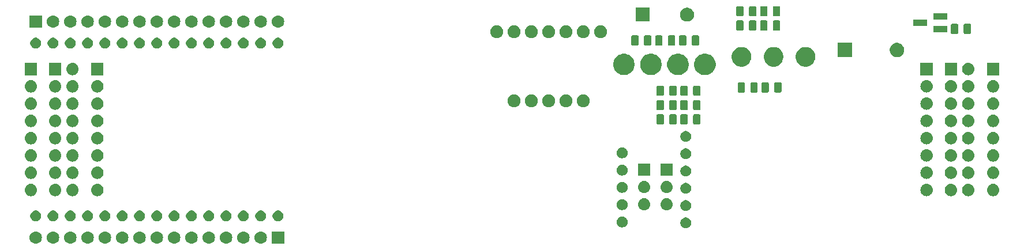
<source format=gbr>
G04 #@! TF.GenerationSoftware,KiCad,Pcbnew,(5.1.4)-1*
G04 #@! TF.CreationDate,2021-03-05T08:28:38-08:00*
G04 #@! TF.ProjectId,BOMPanelClipon,424f4d50-616e-4656-9c43-6c69706f6e2e,rev?*
G04 #@! TF.SameCoordinates,Original*
G04 #@! TF.FileFunction,Soldermask,Top*
G04 #@! TF.FilePolarity,Negative*
%FSLAX46Y46*%
G04 Gerber Fmt 4.6, Leading zero omitted, Abs format (unit mm)*
G04 Created by KiCad (PCBNEW (5.1.4)-1) date 2021-03-05 08:28:38*
%MOMM*%
%LPD*%
G04 APERTURE LIST*
%ADD10C,0.100000*%
G04 APERTURE END LIST*
D10*
G36*
X-68469558Y-14980518D02*
G01*
X-68403373Y-14987037D01*
X-68233534Y-15038557D01*
X-68077009Y-15122222D01*
X-68041271Y-15151552D01*
X-67939814Y-15234814D01*
X-67856552Y-15336271D01*
X-67827222Y-15372009D01*
X-67743557Y-15528534D01*
X-67692037Y-15698373D01*
X-67674641Y-15875000D01*
X-67692037Y-16051627D01*
X-67743557Y-16221466D01*
X-67827222Y-16377991D01*
X-67856552Y-16413729D01*
X-67939814Y-16515186D01*
X-68041271Y-16598448D01*
X-68077009Y-16627778D01*
X-68233534Y-16711443D01*
X-68403373Y-16762963D01*
X-68469558Y-16769482D01*
X-68535740Y-16776000D01*
X-68624260Y-16776000D01*
X-68690442Y-16769482D01*
X-68756627Y-16762963D01*
X-68926466Y-16711443D01*
X-69082991Y-16627778D01*
X-69118729Y-16598448D01*
X-69220186Y-16515186D01*
X-69303448Y-16413729D01*
X-69332778Y-16377991D01*
X-69416443Y-16221466D01*
X-69467963Y-16051627D01*
X-69485359Y-15875000D01*
X-69467963Y-15698373D01*
X-69416443Y-15528534D01*
X-69332778Y-15372009D01*
X-69303448Y-15336271D01*
X-69220186Y-15234814D01*
X-69118729Y-15151552D01*
X-69082991Y-15122222D01*
X-68926466Y-15038557D01*
X-68756627Y-14987037D01*
X-68690442Y-14980518D01*
X-68624260Y-14974000D01*
X-68535740Y-14974000D01*
X-68469558Y-14980518D01*
X-68469558Y-14980518D01*
G37*
G36*
X-48149558Y-14980518D02*
G01*
X-48083373Y-14987037D01*
X-47913534Y-15038557D01*
X-47757009Y-15122222D01*
X-47721271Y-15151552D01*
X-47619814Y-15234814D01*
X-47536552Y-15336271D01*
X-47507222Y-15372009D01*
X-47423557Y-15528534D01*
X-47372037Y-15698373D01*
X-47354641Y-15875000D01*
X-47372037Y-16051627D01*
X-47423557Y-16221466D01*
X-47507222Y-16377991D01*
X-47536552Y-16413729D01*
X-47619814Y-16515186D01*
X-47721271Y-16598448D01*
X-47757009Y-16627778D01*
X-47913534Y-16711443D01*
X-48083373Y-16762963D01*
X-48149558Y-16769482D01*
X-48215740Y-16776000D01*
X-48304260Y-16776000D01*
X-48370442Y-16769482D01*
X-48436627Y-16762963D01*
X-48606466Y-16711443D01*
X-48762991Y-16627778D01*
X-48798729Y-16598448D01*
X-48900186Y-16515186D01*
X-48983448Y-16413729D01*
X-49012778Y-16377991D01*
X-49096443Y-16221466D01*
X-49147963Y-16051627D01*
X-49165359Y-15875000D01*
X-49147963Y-15698373D01*
X-49096443Y-15528534D01*
X-49012778Y-15372009D01*
X-48983448Y-15336271D01*
X-48900186Y-15234814D01*
X-48798729Y-15151552D01*
X-48762991Y-15122222D01*
X-48606466Y-15038557D01*
X-48436627Y-14987037D01*
X-48370442Y-14980518D01*
X-48304260Y-14974000D01*
X-48215740Y-14974000D01*
X-48149558Y-14980518D01*
X-48149558Y-14980518D01*
G37*
G36*
X-32119000Y-16776000D02*
G01*
X-33921000Y-16776000D01*
X-33921000Y-14974000D01*
X-32119000Y-14974000D01*
X-32119000Y-16776000D01*
X-32119000Y-16776000D01*
G37*
G36*
X-37989558Y-14980518D02*
G01*
X-37923373Y-14987037D01*
X-37753534Y-15038557D01*
X-37597009Y-15122222D01*
X-37561271Y-15151552D01*
X-37459814Y-15234814D01*
X-37376552Y-15336271D01*
X-37347222Y-15372009D01*
X-37263557Y-15528534D01*
X-37212037Y-15698373D01*
X-37194641Y-15875000D01*
X-37212037Y-16051627D01*
X-37263557Y-16221466D01*
X-37347222Y-16377991D01*
X-37376552Y-16413729D01*
X-37459814Y-16515186D01*
X-37561271Y-16598448D01*
X-37597009Y-16627778D01*
X-37753534Y-16711443D01*
X-37923373Y-16762963D01*
X-37989558Y-16769482D01*
X-38055740Y-16776000D01*
X-38144260Y-16776000D01*
X-38210442Y-16769482D01*
X-38276627Y-16762963D01*
X-38446466Y-16711443D01*
X-38602991Y-16627778D01*
X-38638729Y-16598448D01*
X-38740186Y-16515186D01*
X-38823448Y-16413729D01*
X-38852778Y-16377991D01*
X-38936443Y-16221466D01*
X-38987963Y-16051627D01*
X-39005359Y-15875000D01*
X-38987963Y-15698373D01*
X-38936443Y-15528534D01*
X-38852778Y-15372009D01*
X-38823448Y-15336271D01*
X-38740186Y-15234814D01*
X-38638729Y-15151552D01*
X-38602991Y-15122222D01*
X-38446466Y-15038557D01*
X-38276627Y-14987037D01*
X-38210442Y-14980518D01*
X-38144260Y-14974000D01*
X-38055740Y-14974000D01*
X-37989558Y-14980518D01*
X-37989558Y-14980518D01*
G37*
G36*
X-40529558Y-14980518D02*
G01*
X-40463373Y-14987037D01*
X-40293534Y-15038557D01*
X-40137009Y-15122222D01*
X-40101271Y-15151552D01*
X-39999814Y-15234814D01*
X-39916552Y-15336271D01*
X-39887222Y-15372009D01*
X-39803557Y-15528534D01*
X-39752037Y-15698373D01*
X-39734641Y-15875000D01*
X-39752037Y-16051627D01*
X-39803557Y-16221466D01*
X-39887222Y-16377991D01*
X-39916552Y-16413729D01*
X-39999814Y-16515186D01*
X-40101271Y-16598448D01*
X-40137009Y-16627778D01*
X-40293534Y-16711443D01*
X-40463373Y-16762963D01*
X-40529558Y-16769482D01*
X-40595740Y-16776000D01*
X-40684260Y-16776000D01*
X-40750442Y-16769482D01*
X-40816627Y-16762963D01*
X-40986466Y-16711443D01*
X-41142991Y-16627778D01*
X-41178729Y-16598448D01*
X-41280186Y-16515186D01*
X-41363448Y-16413729D01*
X-41392778Y-16377991D01*
X-41476443Y-16221466D01*
X-41527963Y-16051627D01*
X-41545359Y-15875000D01*
X-41527963Y-15698373D01*
X-41476443Y-15528534D01*
X-41392778Y-15372009D01*
X-41363448Y-15336271D01*
X-41280186Y-15234814D01*
X-41178729Y-15151552D01*
X-41142991Y-15122222D01*
X-40986466Y-15038557D01*
X-40816627Y-14987037D01*
X-40750442Y-14980518D01*
X-40684260Y-14974000D01*
X-40595740Y-14974000D01*
X-40529558Y-14980518D01*
X-40529558Y-14980518D01*
G37*
G36*
X-43069558Y-14980518D02*
G01*
X-43003373Y-14987037D01*
X-42833534Y-15038557D01*
X-42677009Y-15122222D01*
X-42641271Y-15151552D01*
X-42539814Y-15234814D01*
X-42456552Y-15336271D01*
X-42427222Y-15372009D01*
X-42343557Y-15528534D01*
X-42292037Y-15698373D01*
X-42274641Y-15875000D01*
X-42292037Y-16051627D01*
X-42343557Y-16221466D01*
X-42427222Y-16377991D01*
X-42456552Y-16413729D01*
X-42539814Y-16515186D01*
X-42641271Y-16598448D01*
X-42677009Y-16627778D01*
X-42833534Y-16711443D01*
X-43003373Y-16762963D01*
X-43069558Y-16769482D01*
X-43135740Y-16776000D01*
X-43224260Y-16776000D01*
X-43290442Y-16769482D01*
X-43356627Y-16762963D01*
X-43526466Y-16711443D01*
X-43682991Y-16627778D01*
X-43718729Y-16598448D01*
X-43820186Y-16515186D01*
X-43903448Y-16413729D01*
X-43932778Y-16377991D01*
X-44016443Y-16221466D01*
X-44067963Y-16051627D01*
X-44085359Y-15875000D01*
X-44067963Y-15698373D01*
X-44016443Y-15528534D01*
X-43932778Y-15372009D01*
X-43903448Y-15336271D01*
X-43820186Y-15234814D01*
X-43718729Y-15151552D01*
X-43682991Y-15122222D01*
X-43526466Y-15038557D01*
X-43356627Y-14987037D01*
X-43290442Y-14980518D01*
X-43224260Y-14974000D01*
X-43135740Y-14974000D01*
X-43069558Y-14980518D01*
X-43069558Y-14980518D01*
G37*
G36*
X-45609558Y-14980518D02*
G01*
X-45543373Y-14987037D01*
X-45373534Y-15038557D01*
X-45217009Y-15122222D01*
X-45181271Y-15151552D01*
X-45079814Y-15234814D01*
X-44996552Y-15336271D01*
X-44967222Y-15372009D01*
X-44883557Y-15528534D01*
X-44832037Y-15698373D01*
X-44814641Y-15875000D01*
X-44832037Y-16051627D01*
X-44883557Y-16221466D01*
X-44967222Y-16377991D01*
X-44996552Y-16413729D01*
X-45079814Y-16515186D01*
X-45181271Y-16598448D01*
X-45217009Y-16627778D01*
X-45373534Y-16711443D01*
X-45543373Y-16762963D01*
X-45609558Y-16769482D01*
X-45675740Y-16776000D01*
X-45764260Y-16776000D01*
X-45830442Y-16769482D01*
X-45896627Y-16762963D01*
X-46066466Y-16711443D01*
X-46222991Y-16627778D01*
X-46258729Y-16598448D01*
X-46360186Y-16515186D01*
X-46443448Y-16413729D01*
X-46472778Y-16377991D01*
X-46556443Y-16221466D01*
X-46607963Y-16051627D01*
X-46625359Y-15875000D01*
X-46607963Y-15698373D01*
X-46556443Y-15528534D01*
X-46472778Y-15372009D01*
X-46443448Y-15336271D01*
X-46360186Y-15234814D01*
X-46258729Y-15151552D01*
X-46222991Y-15122222D01*
X-46066466Y-15038557D01*
X-45896627Y-14987037D01*
X-45830442Y-14980518D01*
X-45764260Y-14974000D01*
X-45675740Y-14974000D01*
X-45609558Y-14980518D01*
X-45609558Y-14980518D01*
G37*
G36*
X-35449558Y-14980518D02*
G01*
X-35383373Y-14987037D01*
X-35213534Y-15038557D01*
X-35057009Y-15122222D01*
X-35021271Y-15151552D01*
X-34919814Y-15234814D01*
X-34836552Y-15336271D01*
X-34807222Y-15372009D01*
X-34723557Y-15528534D01*
X-34672037Y-15698373D01*
X-34654641Y-15875000D01*
X-34672037Y-16051627D01*
X-34723557Y-16221466D01*
X-34807222Y-16377991D01*
X-34836552Y-16413729D01*
X-34919814Y-16515186D01*
X-35021271Y-16598448D01*
X-35057009Y-16627778D01*
X-35213534Y-16711443D01*
X-35383373Y-16762963D01*
X-35449558Y-16769482D01*
X-35515740Y-16776000D01*
X-35604260Y-16776000D01*
X-35670442Y-16769482D01*
X-35736627Y-16762963D01*
X-35906466Y-16711443D01*
X-36062991Y-16627778D01*
X-36098729Y-16598448D01*
X-36200186Y-16515186D01*
X-36283448Y-16413729D01*
X-36312778Y-16377991D01*
X-36396443Y-16221466D01*
X-36447963Y-16051627D01*
X-36465359Y-15875000D01*
X-36447963Y-15698373D01*
X-36396443Y-15528534D01*
X-36312778Y-15372009D01*
X-36283448Y-15336271D01*
X-36200186Y-15234814D01*
X-36098729Y-15151552D01*
X-36062991Y-15122222D01*
X-35906466Y-15038557D01*
X-35736627Y-14987037D01*
X-35670442Y-14980518D01*
X-35604260Y-14974000D01*
X-35515740Y-14974000D01*
X-35449558Y-14980518D01*
X-35449558Y-14980518D01*
G37*
G36*
X-53229558Y-14980518D02*
G01*
X-53163373Y-14987037D01*
X-52993534Y-15038557D01*
X-52837009Y-15122222D01*
X-52801271Y-15151552D01*
X-52699814Y-15234814D01*
X-52616552Y-15336271D01*
X-52587222Y-15372009D01*
X-52503557Y-15528534D01*
X-52452037Y-15698373D01*
X-52434641Y-15875000D01*
X-52452037Y-16051627D01*
X-52503557Y-16221466D01*
X-52587222Y-16377991D01*
X-52616552Y-16413729D01*
X-52699814Y-16515186D01*
X-52801271Y-16598448D01*
X-52837009Y-16627778D01*
X-52993534Y-16711443D01*
X-53163373Y-16762963D01*
X-53229558Y-16769482D01*
X-53295740Y-16776000D01*
X-53384260Y-16776000D01*
X-53450442Y-16769482D01*
X-53516627Y-16762963D01*
X-53686466Y-16711443D01*
X-53842991Y-16627778D01*
X-53878729Y-16598448D01*
X-53980186Y-16515186D01*
X-54063448Y-16413729D01*
X-54092778Y-16377991D01*
X-54176443Y-16221466D01*
X-54227963Y-16051627D01*
X-54245359Y-15875000D01*
X-54227963Y-15698373D01*
X-54176443Y-15528534D01*
X-54092778Y-15372009D01*
X-54063448Y-15336271D01*
X-53980186Y-15234814D01*
X-53878729Y-15151552D01*
X-53842991Y-15122222D01*
X-53686466Y-15038557D01*
X-53516627Y-14987037D01*
X-53450442Y-14980518D01*
X-53384260Y-14974000D01*
X-53295740Y-14974000D01*
X-53229558Y-14980518D01*
X-53229558Y-14980518D01*
G37*
G36*
X-55769558Y-14980518D02*
G01*
X-55703373Y-14987037D01*
X-55533534Y-15038557D01*
X-55377009Y-15122222D01*
X-55341271Y-15151552D01*
X-55239814Y-15234814D01*
X-55156552Y-15336271D01*
X-55127222Y-15372009D01*
X-55043557Y-15528534D01*
X-54992037Y-15698373D01*
X-54974641Y-15875000D01*
X-54992037Y-16051627D01*
X-55043557Y-16221466D01*
X-55127222Y-16377991D01*
X-55156552Y-16413729D01*
X-55239814Y-16515186D01*
X-55341271Y-16598448D01*
X-55377009Y-16627778D01*
X-55533534Y-16711443D01*
X-55703373Y-16762963D01*
X-55769558Y-16769482D01*
X-55835740Y-16776000D01*
X-55924260Y-16776000D01*
X-55990442Y-16769482D01*
X-56056627Y-16762963D01*
X-56226466Y-16711443D01*
X-56382991Y-16627778D01*
X-56418729Y-16598448D01*
X-56520186Y-16515186D01*
X-56603448Y-16413729D01*
X-56632778Y-16377991D01*
X-56716443Y-16221466D01*
X-56767963Y-16051627D01*
X-56785359Y-15875000D01*
X-56767963Y-15698373D01*
X-56716443Y-15528534D01*
X-56632778Y-15372009D01*
X-56603448Y-15336271D01*
X-56520186Y-15234814D01*
X-56418729Y-15151552D01*
X-56382991Y-15122222D01*
X-56226466Y-15038557D01*
X-56056627Y-14987037D01*
X-55990442Y-14980518D01*
X-55924260Y-14974000D01*
X-55835740Y-14974000D01*
X-55769558Y-14980518D01*
X-55769558Y-14980518D01*
G37*
G36*
X-58309558Y-14980518D02*
G01*
X-58243373Y-14987037D01*
X-58073534Y-15038557D01*
X-57917009Y-15122222D01*
X-57881271Y-15151552D01*
X-57779814Y-15234814D01*
X-57696552Y-15336271D01*
X-57667222Y-15372009D01*
X-57583557Y-15528534D01*
X-57532037Y-15698373D01*
X-57514641Y-15875000D01*
X-57532037Y-16051627D01*
X-57583557Y-16221466D01*
X-57667222Y-16377991D01*
X-57696552Y-16413729D01*
X-57779814Y-16515186D01*
X-57881271Y-16598448D01*
X-57917009Y-16627778D01*
X-58073534Y-16711443D01*
X-58243373Y-16762963D01*
X-58309558Y-16769482D01*
X-58375740Y-16776000D01*
X-58464260Y-16776000D01*
X-58530442Y-16769482D01*
X-58596627Y-16762963D01*
X-58766466Y-16711443D01*
X-58922991Y-16627778D01*
X-58958729Y-16598448D01*
X-59060186Y-16515186D01*
X-59143448Y-16413729D01*
X-59172778Y-16377991D01*
X-59256443Y-16221466D01*
X-59307963Y-16051627D01*
X-59325359Y-15875000D01*
X-59307963Y-15698373D01*
X-59256443Y-15528534D01*
X-59172778Y-15372009D01*
X-59143448Y-15336271D01*
X-59060186Y-15234814D01*
X-58958729Y-15151552D01*
X-58922991Y-15122222D01*
X-58766466Y-15038557D01*
X-58596627Y-14987037D01*
X-58530442Y-14980518D01*
X-58464260Y-14974000D01*
X-58375740Y-14974000D01*
X-58309558Y-14980518D01*
X-58309558Y-14980518D01*
G37*
G36*
X-60849558Y-14980518D02*
G01*
X-60783373Y-14987037D01*
X-60613534Y-15038557D01*
X-60457009Y-15122222D01*
X-60421271Y-15151552D01*
X-60319814Y-15234814D01*
X-60236552Y-15336271D01*
X-60207222Y-15372009D01*
X-60123557Y-15528534D01*
X-60072037Y-15698373D01*
X-60054641Y-15875000D01*
X-60072037Y-16051627D01*
X-60123557Y-16221466D01*
X-60207222Y-16377991D01*
X-60236552Y-16413729D01*
X-60319814Y-16515186D01*
X-60421271Y-16598448D01*
X-60457009Y-16627778D01*
X-60613534Y-16711443D01*
X-60783373Y-16762963D01*
X-60849558Y-16769482D01*
X-60915740Y-16776000D01*
X-61004260Y-16776000D01*
X-61070442Y-16769482D01*
X-61136627Y-16762963D01*
X-61306466Y-16711443D01*
X-61462991Y-16627778D01*
X-61498729Y-16598448D01*
X-61600186Y-16515186D01*
X-61683448Y-16413729D01*
X-61712778Y-16377991D01*
X-61796443Y-16221466D01*
X-61847963Y-16051627D01*
X-61865359Y-15875000D01*
X-61847963Y-15698373D01*
X-61796443Y-15528534D01*
X-61712778Y-15372009D01*
X-61683448Y-15336271D01*
X-61600186Y-15234814D01*
X-61498729Y-15151552D01*
X-61462991Y-15122222D01*
X-61306466Y-15038557D01*
X-61136627Y-14987037D01*
X-61070442Y-14980518D01*
X-61004260Y-14974000D01*
X-60915740Y-14974000D01*
X-60849558Y-14980518D01*
X-60849558Y-14980518D01*
G37*
G36*
X-63389558Y-14980518D02*
G01*
X-63323373Y-14987037D01*
X-63153534Y-15038557D01*
X-62997009Y-15122222D01*
X-62961271Y-15151552D01*
X-62859814Y-15234814D01*
X-62776552Y-15336271D01*
X-62747222Y-15372009D01*
X-62663557Y-15528534D01*
X-62612037Y-15698373D01*
X-62594641Y-15875000D01*
X-62612037Y-16051627D01*
X-62663557Y-16221466D01*
X-62747222Y-16377991D01*
X-62776552Y-16413729D01*
X-62859814Y-16515186D01*
X-62961271Y-16598448D01*
X-62997009Y-16627778D01*
X-63153534Y-16711443D01*
X-63323373Y-16762963D01*
X-63389558Y-16769482D01*
X-63455740Y-16776000D01*
X-63544260Y-16776000D01*
X-63610442Y-16769482D01*
X-63676627Y-16762963D01*
X-63846466Y-16711443D01*
X-64002991Y-16627778D01*
X-64038729Y-16598448D01*
X-64140186Y-16515186D01*
X-64223448Y-16413729D01*
X-64252778Y-16377991D01*
X-64336443Y-16221466D01*
X-64387963Y-16051627D01*
X-64405359Y-15875000D01*
X-64387963Y-15698373D01*
X-64336443Y-15528534D01*
X-64252778Y-15372009D01*
X-64223448Y-15336271D01*
X-64140186Y-15234814D01*
X-64038729Y-15151552D01*
X-64002991Y-15122222D01*
X-63846466Y-15038557D01*
X-63676627Y-14987037D01*
X-63610442Y-14980518D01*
X-63544260Y-14974000D01*
X-63455740Y-14974000D01*
X-63389558Y-14980518D01*
X-63389558Y-14980518D01*
G37*
G36*
X-65929558Y-14980518D02*
G01*
X-65863373Y-14987037D01*
X-65693534Y-15038557D01*
X-65537009Y-15122222D01*
X-65501271Y-15151552D01*
X-65399814Y-15234814D01*
X-65316552Y-15336271D01*
X-65287222Y-15372009D01*
X-65203557Y-15528534D01*
X-65152037Y-15698373D01*
X-65134641Y-15875000D01*
X-65152037Y-16051627D01*
X-65203557Y-16221466D01*
X-65287222Y-16377991D01*
X-65316552Y-16413729D01*
X-65399814Y-16515186D01*
X-65501271Y-16598448D01*
X-65537009Y-16627778D01*
X-65693534Y-16711443D01*
X-65863373Y-16762963D01*
X-65929558Y-16769482D01*
X-65995740Y-16776000D01*
X-66084260Y-16776000D01*
X-66150442Y-16769482D01*
X-66216627Y-16762963D01*
X-66386466Y-16711443D01*
X-66542991Y-16627778D01*
X-66578729Y-16598448D01*
X-66680186Y-16515186D01*
X-66763448Y-16413729D01*
X-66792778Y-16377991D01*
X-66876443Y-16221466D01*
X-66927963Y-16051627D01*
X-66945359Y-15875000D01*
X-66927963Y-15698373D01*
X-66876443Y-15528534D01*
X-66792778Y-15372009D01*
X-66763448Y-15336271D01*
X-66680186Y-15234814D01*
X-66578729Y-15151552D01*
X-66542991Y-15122222D01*
X-66386466Y-15038557D01*
X-66216627Y-14987037D01*
X-66150442Y-14980518D01*
X-66084260Y-14974000D01*
X-65995740Y-14974000D01*
X-65929558Y-14980518D01*
X-65929558Y-14980518D01*
G37*
G36*
X-50689558Y-14980518D02*
G01*
X-50623373Y-14987037D01*
X-50453534Y-15038557D01*
X-50297009Y-15122222D01*
X-50261271Y-15151552D01*
X-50159814Y-15234814D01*
X-50076552Y-15336271D01*
X-50047222Y-15372009D01*
X-49963557Y-15528534D01*
X-49912037Y-15698373D01*
X-49894641Y-15875000D01*
X-49912037Y-16051627D01*
X-49963557Y-16221466D01*
X-50047222Y-16377991D01*
X-50076552Y-16413729D01*
X-50159814Y-16515186D01*
X-50261271Y-16598448D01*
X-50297009Y-16627778D01*
X-50453534Y-16711443D01*
X-50623373Y-16762963D01*
X-50689558Y-16769482D01*
X-50755740Y-16776000D01*
X-50844260Y-16776000D01*
X-50910442Y-16769482D01*
X-50976627Y-16762963D01*
X-51146466Y-16711443D01*
X-51302991Y-16627778D01*
X-51338729Y-16598448D01*
X-51440186Y-16515186D01*
X-51523448Y-16413729D01*
X-51552778Y-16377991D01*
X-51636443Y-16221466D01*
X-51687963Y-16051627D01*
X-51705359Y-15875000D01*
X-51687963Y-15698373D01*
X-51636443Y-15528534D01*
X-51552778Y-15372009D01*
X-51523448Y-15336271D01*
X-51440186Y-15234814D01*
X-51338729Y-15151552D01*
X-51302991Y-15122222D01*
X-51146466Y-15038557D01*
X-50976627Y-14987037D01*
X-50910442Y-14980518D01*
X-50844260Y-14974000D01*
X-50755740Y-14974000D01*
X-50689558Y-14980518D01*
X-50689558Y-14980518D01*
G37*
G36*
X27043342Y-12945781D02*
G01*
X27189114Y-13006162D01*
X27189116Y-13006163D01*
X27320308Y-13093822D01*
X27431878Y-13205392D01*
X27435363Y-13210608D01*
X27519538Y-13336586D01*
X27579919Y-13482358D01*
X27610700Y-13637107D01*
X27610700Y-13794893D01*
X27579919Y-13949642D01*
X27575871Y-13959414D01*
X27519537Y-14095416D01*
X27431878Y-14226608D01*
X27320308Y-14338178D01*
X27189116Y-14425837D01*
X27189115Y-14425838D01*
X27189114Y-14425838D01*
X27043342Y-14486219D01*
X26888593Y-14517000D01*
X26730807Y-14517000D01*
X26576058Y-14486219D01*
X26430286Y-14425838D01*
X26430285Y-14425838D01*
X26430284Y-14425837D01*
X26299092Y-14338178D01*
X26187522Y-14226608D01*
X26099863Y-14095416D01*
X26043529Y-13959414D01*
X26039481Y-13949642D01*
X26008700Y-13794893D01*
X26008700Y-13637107D01*
X26039481Y-13482358D01*
X26099862Y-13336586D01*
X26184037Y-13210608D01*
X26187522Y-13205392D01*
X26299092Y-13093822D01*
X26430284Y-13006163D01*
X26430286Y-13006162D01*
X26576058Y-12945781D01*
X26730807Y-12915000D01*
X26888593Y-12915000D01*
X27043342Y-12945781D01*
X27043342Y-12945781D01*
G37*
G36*
X17713642Y-12809781D02*
G01*
X17859414Y-12870162D01*
X17859416Y-12870163D01*
X17990608Y-12957822D01*
X18102178Y-13069392D01*
X18118501Y-13093822D01*
X18189838Y-13200586D01*
X18250219Y-13346358D01*
X18281000Y-13501107D01*
X18281000Y-13658893D01*
X18250219Y-13813642D01*
X18193886Y-13949642D01*
X18189837Y-13959416D01*
X18102178Y-14090608D01*
X17990608Y-14202178D01*
X17859416Y-14289837D01*
X17859415Y-14289838D01*
X17859414Y-14289838D01*
X17713642Y-14350219D01*
X17558893Y-14381000D01*
X17401107Y-14381000D01*
X17246358Y-14350219D01*
X17100586Y-14289838D01*
X17100585Y-14289838D01*
X17100584Y-14289837D01*
X16969392Y-14202178D01*
X16857822Y-14090608D01*
X16770163Y-13959416D01*
X16766114Y-13949642D01*
X16709781Y-13813642D01*
X16679000Y-13658893D01*
X16679000Y-13501107D01*
X16709781Y-13346358D01*
X16770162Y-13200586D01*
X16841499Y-13093822D01*
X16857822Y-13069392D01*
X16969392Y-12957822D01*
X17100584Y-12870163D01*
X17100586Y-12870162D01*
X17246358Y-12809781D01*
X17401107Y-12779000D01*
X17558893Y-12779000D01*
X17713642Y-12809781D01*
X17713642Y-12809781D01*
G37*
G36*
X-40406358Y-11929781D02*
G01*
X-40292362Y-11977000D01*
X-40260584Y-11990163D01*
X-40129392Y-12077822D01*
X-40017822Y-12189392D01*
X-39930163Y-12320584D01*
X-39930162Y-12320586D01*
X-39869781Y-12466358D01*
X-39839000Y-12621107D01*
X-39839000Y-12778893D01*
X-39869781Y-12933642D01*
X-39926011Y-13069392D01*
X-39930163Y-13079416D01*
X-40017822Y-13210608D01*
X-40129392Y-13322178D01*
X-40260584Y-13409837D01*
X-40260585Y-13409838D01*
X-40260586Y-13409838D01*
X-40406358Y-13470219D01*
X-40561107Y-13501000D01*
X-40718893Y-13501000D01*
X-40873642Y-13470219D01*
X-41019414Y-13409838D01*
X-41019415Y-13409838D01*
X-41019416Y-13409837D01*
X-41150608Y-13322178D01*
X-41262178Y-13210608D01*
X-41349837Y-13079416D01*
X-41353989Y-13069392D01*
X-41410219Y-12933642D01*
X-41441000Y-12778893D01*
X-41441000Y-12621107D01*
X-41410219Y-12466358D01*
X-41349838Y-12320586D01*
X-41349837Y-12320584D01*
X-41262178Y-12189392D01*
X-41150608Y-12077822D01*
X-41019416Y-11990163D01*
X-40987638Y-11977000D01*
X-40873642Y-11929781D01*
X-40718893Y-11899000D01*
X-40561107Y-11899000D01*
X-40406358Y-11929781D01*
X-40406358Y-11929781D01*
G37*
G36*
X-42946358Y-11929781D02*
G01*
X-42832362Y-11977000D01*
X-42800584Y-11990163D01*
X-42669392Y-12077822D01*
X-42557822Y-12189392D01*
X-42470163Y-12320584D01*
X-42470162Y-12320586D01*
X-42409781Y-12466358D01*
X-42379000Y-12621107D01*
X-42379000Y-12778893D01*
X-42409781Y-12933642D01*
X-42466011Y-13069392D01*
X-42470163Y-13079416D01*
X-42557822Y-13210608D01*
X-42669392Y-13322178D01*
X-42800584Y-13409837D01*
X-42800585Y-13409838D01*
X-42800586Y-13409838D01*
X-42946358Y-13470219D01*
X-43101107Y-13501000D01*
X-43258893Y-13501000D01*
X-43413642Y-13470219D01*
X-43559414Y-13409838D01*
X-43559415Y-13409838D01*
X-43559416Y-13409837D01*
X-43690608Y-13322178D01*
X-43802178Y-13210608D01*
X-43889837Y-13079416D01*
X-43893989Y-13069392D01*
X-43950219Y-12933642D01*
X-43981000Y-12778893D01*
X-43981000Y-12621107D01*
X-43950219Y-12466358D01*
X-43889838Y-12320586D01*
X-43889837Y-12320584D01*
X-43802178Y-12189392D01*
X-43690608Y-12077822D01*
X-43559416Y-11990163D01*
X-43527638Y-11977000D01*
X-43413642Y-11929781D01*
X-43258893Y-11899000D01*
X-43101107Y-11899000D01*
X-42946358Y-11929781D01*
X-42946358Y-11929781D01*
G37*
G36*
X-37866358Y-11929781D02*
G01*
X-37752362Y-11977000D01*
X-37720584Y-11990163D01*
X-37589392Y-12077822D01*
X-37477822Y-12189392D01*
X-37390163Y-12320584D01*
X-37390162Y-12320586D01*
X-37329781Y-12466358D01*
X-37299000Y-12621107D01*
X-37299000Y-12778893D01*
X-37329781Y-12933642D01*
X-37386011Y-13069392D01*
X-37390163Y-13079416D01*
X-37477822Y-13210608D01*
X-37589392Y-13322178D01*
X-37720584Y-13409837D01*
X-37720585Y-13409838D01*
X-37720586Y-13409838D01*
X-37866358Y-13470219D01*
X-38021107Y-13501000D01*
X-38178893Y-13501000D01*
X-38333642Y-13470219D01*
X-38479414Y-13409838D01*
X-38479415Y-13409838D01*
X-38479416Y-13409837D01*
X-38610608Y-13322178D01*
X-38722178Y-13210608D01*
X-38809837Y-13079416D01*
X-38813989Y-13069392D01*
X-38870219Y-12933642D01*
X-38901000Y-12778893D01*
X-38901000Y-12621107D01*
X-38870219Y-12466358D01*
X-38809838Y-12320586D01*
X-38809837Y-12320584D01*
X-38722178Y-12189392D01*
X-38610608Y-12077822D01*
X-38479416Y-11990163D01*
X-38447638Y-11977000D01*
X-38333642Y-11929781D01*
X-38178893Y-11899000D01*
X-38021107Y-11899000D01*
X-37866358Y-11929781D01*
X-37866358Y-11929781D01*
G37*
G36*
X-35326358Y-11929781D02*
G01*
X-35212362Y-11977000D01*
X-35180584Y-11990163D01*
X-35049392Y-12077822D01*
X-34937822Y-12189392D01*
X-34850163Y-12320584D01*
X-34850162Y-12320586D01*
X-34789781Y-12466358D01*
X-34759000Y-12621107D01*
X-34759000Y-12778893D01*
X-34789781Y-12933642D01*
X-34846011Y-13069392D01*
X-34850163Y-13079416D01*
X-34937822Y-13210608D01*
X-35049392Y-13322178D01*
X-35180584Y-13409837D01*
X-35180585Y-13409838D01*
X-35180586Y-13409838D01*
X-35326358Y-13470219D01*
X-35481107Y-13501000D01*
X-35638893Y-13501000D01*
X-35793642Y-13470219D01*
X-35939414Y-13409838D01*
X-35939415Y-13409838D01*
X-35939416Y-13409837D01*
X-36070608Y-13322178D01*
X-36182178Y-13210608D01*
X-36269837Y-13079416D01*
X-36273989Y-13069392D01*
X-36330219Y-12933642D01*
X-36361000Y-12778893D01*
X-36361000Y-12621107D01*
X-36330219Y-12466358D01*
X-36269838Y-12320586D01*
X-36269837Y-12320584D01*
X-36182178Y-12189392D01*
X-36070608Y-12077822D01*
X-35939416Y-11990163D01*
X-35907638Y-11977000D01*
X-35793642Y-11929781D01*
X-35638893Y-11899000D01*
X-35481107Y-11899000D01*
X-35326358Y-11929781D01*
X-35326358Y-11929781D01*
G37*
G36*
X-32786358Y-11929781D02*
G01*
X-32672362Y-11977000D01*
X-32640584Y-11990163D01*
X-32509392Y-12077822D01*
X-32397822Y-12189392D01*
X-32310163Y-12320584D01*
X-32310162Y-12320586D01*
X-32249781Y-12466358D01*
X-32219000Y-12621107D01*
X-32219000Y-12778893D01*
X-32249781Y-12933642D01*
X-32306011Y-13069392D01*
X-32310163Y-13079416D01*
X-32397822Y-13210608D01*
X-32509392Y-13322178D01*
X-32640584Y-13409837D01*
X-32640585Y-13409838D01*
X-32640586Y-13409838D01*
X-32786358Y-13470219D01*
X-32941107Y-13501000D01*
X-33098893Y-13501000D01*
X-33253642Y-13470219D01*
X-33399414Y-13409838D01*
X-33399415Y-13409838D01*
X-33399416Y-13409837D01*
X-33530608Y-13322178D01*
X-33642178Y-13210608D01*
X-33729837Y-13079416D01*
X-33733989Y-13069392D01*
X-33790219Y-12933642D01*
X-33821000Y-12778893D01*
X-33821000Y-12621107D01*
X-33790219Y-12466358D01*
X-33729838Y-12320586D01*
X-33729837Y-12320584D01*
X-33642178Y-12189392D01*
X-33530608Y-12077822D01*
X-33399416Y-11990163D01*
X-33367638Y-11977000D01*
X-33253642Y-11929781D01*
X-33098893Y-11899000D01*
X-32941107Y-11899000D01*
X-32786358Y-11929781D01*
X-32786358Y-11929781D01*
G37*
G36*
X-68346358Y-11929781D02*
G01*
X-68232362Y-11977000D01*
X-68200584Y-11990163D01*
X-68069392Y-12077822D01*
X-67957822Y-12189392D01*
X-67870163Y-12320584D01*
X-67870162Y-12320586D01*
X-67809781Y-12466358D01*
X-67779000Y-12621107D01*
X-67779000Y-12778893D01*
X-67809781Y-12933642D01*
X-67866011Y-13069392D01*
X-67870163Y-13079416D01*
X-67957822Y-13210608D01*
X-68069392Y-13322178D01*
X-68200584Y-13409837D01*
X-68200585Y-13409838D01*
X-68200586Y-13409838D01*
X-68346358Y-13470219D01*
X-68501107Y-13501000D01*
X-68658893Y-13501000D01*
X-68813642Y-13470219D01*
X-68959414Y-13409838D01*
X-68959415Y-13409838D01*
X-68959416Y-13409837D01*
X-69090608Y-13322178D01*
X-69202178Y-13210608D01*
X-69289837Y-13079416D01*
X-69293989Y-13069392D01*
X-69350219Y-12933642D01*
X-69381000Y-12778893D01*
X-69381000Y-12621107D01*
X-69350219Y-12466358D01*
X-69289838Y-12320586D01*
X-69289837Y-12320584D01*
X-69202178Y-12189392D01*
X-69090608Y-12077822D01*
X-68959416Y-11990163D01*
X-68927638Y-11977000D01*
X-68813642Y-11929781D01*
X-68658893Y-11899000D01*
X-68501107Y-11899000D01*
X-68346358Y-11929781D01*
X-68346358Y-11929781D01*
G37*
G36*
X-65806358Y-11929781D02*
G01*
X-65692362Y-11977000D01*
X-65660584Y-11990163D01*
X-65529392Y-12077822D01*
X-65417822Y-12189392D01*
X-65330163Y-12320584D01*
X-65330162Y-12320586D01*
X-65269781Y-12466358D01*
X-65239000Y-12621107D01*
X-65239000Y-12778893D01*
X-65269781Y-12933642D01*
X-65326011Y-13069392D01*
X-65330163Y-13079416D01*
X-65417822Y-13210608D01*
X-65529392Y-13322178D01*
X-65660584Y-13409837D01*
X-65660585Y-13409838D01*
X-65660586Y-13409838D01*
X-65806358Y-13470219D01*
X-65961107Y-13501000D01*
X-66118893Y-13501000D01*
X-66273642Y-13470219D01*
X-66419414Y-13409838D01*
X-66419415Y-13409838D01*
X-66419416Y-13409837D01*
X-66550608Y-13322178D01*
X-66662178Y-13210608D01*
X-66749837Y-13079416D01*
X-66753989Y-13069392D01*
X-66810219Y-12933642D01*
X-66841000Y-12778893D01*
X-66841000Y-12621107D01*
X-66810219Y-12466358D01*
X-66749838Y-12320586D01*
X-66749837Y-12320584D01*
X-66662178Y-12189392D01*
X-66550608Y-12077822D01*
X-66419416Y-11990163D01*
X-66387638Y-11977000D01*
X-66273642Y-11929781D01*
X-66118893Y-11899000D01*
X-65961107Y-11899000D01*
X-65806358Y-11929781D01*
X-65806358Y-11929781D01*
G37*
G36*
X-60726358Y-11929781D02*
G01*
X-60612362Y-11977000D01*
X-60580584Y-11990163D01*
X-60449392Y-12077822D01*
X-60337822Y-12189392D01*
X-60250163Y-12320584D01*
X-60250162Y-12320586D01*
X-60189781Y-12466358D01*
X-60159000Y-12621107D01*
X-60159000Y-12778893D01*
X-60189781Y-12933642D01*
X-60246011Y-13069392D01*
X-60250163Y-13079416D01*
X-60337822Y-13210608D01*
X-60449392Y-13322178D01*
X-60580584Y-13409837D01*
X-60580585Y-13409838D01*
X-60580586Y-13409838D01*
X-60726358Y-13470219D01*
X-60881107Y-13501000D01*
X-61038893Y-13501000D01*
X-61193642Y-13470219D01*
X-61339414Y-13409838D01*
X-61339415Y-13409838D01*
X-61339416Y-13409837D01*
X-61470608Y-13322178D01*
X-61582178Y-13210608D01*
X-61669837Y-13079416D01*
X-61673989Y-13069392D01*
X-61730219Y-12933642D01*
X-61761000Y-12778893D01*
X-61761000Y-12621107D01*
X-61730219Y-12466358D01*
X-61669838Y-12320586D01*
X-61669837Y-12320584D01*
X-61582178Y-12189392D01*
X-61470608Y-12077822D01*
X-61339416Y-11990163D01*
X-61307638Y-11977000D01*
X-61193642Y-11929781D01*
X-61038893Y-11899000D01*
X-60881107Y-11899000D01*
X-60726358Y-11929781D01*
X-60726358Y-11929781D01*
G37*
G36*
X-58186358Y-11929781D02*
G01*
X-58072362Y-11977000D01*
X-58040584Y-11990163D01*
X-57909392Y-12077822D01*
X-57797822Y-12189392D01*
X-57710163Y-12320584D01*
X-57710162Y-12320586D01*
X-57649781Y-12466358D01*
X-57619000Y-12621107D01*
X-57619000Y-12778893D01*
X-57649781Y-12933642D01*
X-57706011Y-13069392D01*
X-57710163Y-13079416D01*
X-57797822Y-13210608D01*
X-57909392Y-13322178D01*
X-58040584Y-13409837D01*
X-58040585Y-13409838D01*
X-58040586Y-13409838D01*
X-58186358Y-13470219D01*
X-58341107Y-13501000D01*
X-58498893Y-13501000D01*
X-58653642Y-13470219D01*
X-58799414Y-13409838D01*
X-58799415Y-13409838D01*
X-58799416Y-13409837D01*
X-58930608Y-13322178D01*
X-59042178Y-13210608D01*
X-59129837Y-13079416D01*
X-59133989Y-13069392D01*
X-59190219Y-12933642D01*
X-59221000Y-12778893D01*
X-59221000Y-12621107D01*
X-59190219Y-12466358D01*
X-59129838Y-12320586D01*
X-59129837Y-12320584D01*
X-59042178Y-12189392D01*
X-58930608Y-12077822D01*
X-58799416Y-11990163D01*
X-58767638Y-11977000D01*
X-58653642Y-11929781D01*
X-58498893Y-11899000D01*
X-58341107Y-11899000D01*
X-58186358Y-11929781D01*
X-58186358Y-11929781D01*
G37*
G36*
X-45486358Y-11929781D02*
G01*
X-45372362Y-11977000D01*
X-45340584Y-11990163D01*
X-45209392Y-12077822D01*
X-45097822Y-12189392D01*
X-45010163Y-12320584D01*
X-45010162Y-12320586D01*
X-44949781Y-12466358D01*
X-44919000Y-12621107D01*
X-44919000Y-12778893D01*
X-44949781Y-12933642D01*
X-45006011Y-13069392D01*
X-45010163Y-13079416D01*
X-45097822Y-13210608D01*
X-45209392Y-13322178D01*
X-45340584Y-13409837D01*
X-45340585Y-13409838D01*
X-45340586Y-13409838D01*
X-45486358Y-13470219D01*
X-45641107Y-13501000D01*
X-45798893Y-13501000D01*
X-45953642Y-13470219D01*
X-46099414Y-13409838D01*
X-46099415Y-13409838D01*
X-46099416Y-13409837D01*
X-46230608Y-13322178D01*
X-46342178Y-13210608D01*
X-46429837Y-13079416D01*
X-46433989Y-13069392D01*
X-46490219Y-12933642D01*
X-46521000Y-12778893D01*
X-46521000Y-12621107D01*
X-46490219Y-12466358D01*
X-46429838Y-12320586D01*
X-46429837Y-12320584D01*
X-46342178Y-12189392D01*
X-46230608Y-12077822D01*
X-46099416Y-11990163D01*
X-46067638Y-11977000D01*
X-45953642Y-11929781D01*
X-45798893Y-11899000D01*
X-45641107Y-11899000D01*
X-45486358Y-11929781D01*
X-45486358Y-11929781D01*
G37*
G36*
X-55646358Y-11929781D02*
G01*
X-55532362Y-11977000D01*
X-55500584Y-11990163D01*
X-55369392Y-12077822D01*
X-55257822Y-12189392D01*
X-55170163Y-12320584D01*
X-55170162Y-12320586D01*
X-55109781Y-12466358D01*
X-55079000Y-12621107D01*
X-55079000Y-12778893D01*
X-55109781Y-12933642D01*
X-55166011Y-13069392D01*
X-55170163Y-13079416D01*
X-55257822Y-13210608D01*
X-55369392Y-13322178D01*
X-55500584Y-13409837D01*
X-55500585Y-13409838D01*
X-55500586Y-13409838D01*
X-55646358Y-13470219D01*
X-55801107Y-13501000D01*
X-55958893Y-13501000D01*
X-56113642Y-13470219D01*
X-56259414Y-13409838D01*
X-56259415Y-13409838D01*
X-56259416Y-13409837D01*
X-56390608Y-13322178D01*
X-56502178Y-13210608D01*
X-56589837Y-13079416D01*
X-56593989Y-13069392D01*
X-56650219Y-12933642D01*
X-56681000Y-12778893D01*
X-56681000Y-12621107D01*
X-56650219Y-12466358D01*
X-56589838Y-12320586D01*
X-56589837Y-12320584D01*
X-56502178Y-12189392D01*
X-56390608Y-12077822D01*
X-56259416Y-11990163D01*
X-56227638Y-11977000D01*
X-56113642Y-11929781D01*
X-55958893Y-11899000D01*
X-55801107Y-11899000D01*
X-55646358Y-11929781D01*
X-55646358Y-11929781D01*
G37*
G36*
X-53106358Y-11929781D02*
G01*
X-52992362Y-11977000D01*
X-52960584Y-11990163D01*
X-52829392Y-12077822D01*
X-52717822Y-12189392D01*
X-52630163Y-12320584D01*
X-52630162Y-12320586D01*
X-52569781Y-12466358D01*
X-52539000Y-12621107D01*
X-52539000Y-12778893D01*
X-52569781Y-12933642D01*
X-52626011Y-13069392D01*
X-52630163Y-13079416D01*
X-52717822Y-13210608D01*
X-52829392Y-13322178D01*
X-52960584Y-13409837D01*
X-52960585Y-13409838D01*
X-52960586Y-13409838D01*
X-53106358Y-13470219D01*
X-53261107Y-13501000D01*
X-53418893Y-13501000D01*
X-53573642Y-13470219D01*
X-53719414Y-13409838D01*
X-53719415Y-13409838D01*
X-53719416Y-13409837D01*
X-53850608Y-13322178D01*
X-53962178Y-13210608D01*
X-54049837Y-13079416D01*
X-54053989Y-13069392D01*
X-54110219Y-12933642D01*
X-54141000Y-12778893D01*
X-54141000Y-12621107D01*
X-54110219Y-12466358D01*
X-54049838Y-12320586D01*
X-54049837Y-12320584D01*
X-53962178Y-12189392D01*
X-53850608Y-12077822D01*
X-53719416Y-11990163D01*
X-53687638Y-11977000D01*
X-53573642Y-11929781D01*
X-53418893Y-11899000D01*
X-53261107Y-11899000D01*
X-53106358Y-11929781D01*
X-53106358Y-11929781D01*
G37*
G36*
X-50566358Y-11929781D02*
G01*
X-50452362Y-11977000D01*
X-50420584Y-11990163D01*
X-50289392Y-12077822D01*
X-50177822Y-12189392D01*
X-50090163Y-12320584D01*
X-50090162Y-12320586D01*
X-50029781Y-12466358D01*
X-49999000Y-12621107D01*
X-49999000Y-12778893D01*
X-50029781Y-12933642D01*
X-50086011Y-13069392D01*
X-50090163Y-13079416D01*
X-50177822Y-13210608D01*
X-50289392Y-13322178D01*
X-50420584Y-13409837D01*
X-50420585Y-13409838D01*
X-50420586Y-13409838D01*
X-50566358Y-13470219D01*
X-50721107Y-13501000D01*
X-50878893Y-13501000D01*
X-51033642Y-13470219D01*
X-51179414Y-13409838D01*
X-51179415Y-13409838D01*
X-51179416Y-13409837D01*
X-51310608Y-13322178D01*
X-51422178Y-13210608D01*
X-51509837Y-13079416D01*
X-51513989Y-13069392D01*
X-51570219Y-12933642D01*
X-51601000Y-12778893D01*
X-51601000Y-12621107D01*
X-51570219Y-12466358D01*
X-51509838Y-12320586D01*
X-51509837Y-12320584D01*
X-51422178Y-12189392D01*
X-51310608Y-12077822D01*
X-51179416Y-11990163D01*
X-51147638Y-11977000D01*
X-51033642Y-11929781D01*
X-50878893Y-11899000D01*
X-50721107Y-11899000D01*
X-50566358Y-11929781D01*
X-50566358Y-11929781D01*
G37*
G36*
X-48026358Y-11929781D02*
G01*
X-47912362Y-11977000D01*
X-47880584Y-11990163D01*
X-47749392Y-12077822D01*
X-47637822Y-12189392D01*
X-47550163Y-12320584D01*
X-47550162Y-12320586D01*
X-47489781Y-12466358D01*
X-47459000Y-12621107D01*
X-47459000Y-12778893D01*
X-47489781Y-12933642D01*
X-47546011Y-13069392D01*
X-47550163Y-13079416D01*
X-47637822Y-13210608D01*
X-47749392Y-13322178D01*
X-47880584Y-13409837D01*
X-47880585Y-13409838D01*
X-47880586Y-13409838D01*
X-48026358Y-13470219D01*
X-48181107Y-13501000D01*
X-48338893Y-13501000D01*
X-48493642Y-13470219D01*
X-48639414Y-13409838D01*
X-48639415Y-13409838D01*
X-48639416Y-13409837D01*
X-48770608Y-13322178D01*
X-48882178Y-13210608D01*
X-48969837Y-13079416D01*
X-48973989Y-13069392D01*
X-49030219Y-12933642D01*
X-49061000Y-12778893D01*
X-49061000Y-12621107D01*
X-49030219Y-12466358D01*
X-48969838Y-12320586D01*
X-48969837Y-12320584D01*
X-48882178Y-12189392D01*
X-48770608Y-12077822D01*
X-48639416Y-11990163D01*
X-48607638Y-11977000D01*
X-48493642Y-11929781D01*
X-48338893Y-11899000D01*
X-48181107Y-11899000D01*
X-48026358Y-11929781D01*
X-48026358Y-11929781D01*
G37*
G36*
X-63266358Y-11929781D02*
G01*
X-63152362Y-11977000D01*
X-63120584Y-11990163D01*
X-62989392Y-12077822D01*
X-62877822Y-12189392D01*
X-62790163Y-12320584D01*
X-62790162Y-12320586D01*
X-62729781Y-12466358D01*
X-62699000Y-12621107D01*
X-62699000Y-12778893D01*
X-62729781Y-12933642D01*
X-62786011Y-13069392D01*
X-62790163Y-13079416D01*
X-62877822Y-13210608D01*
X-62989392Y-13322178D01*
X-63120584Y-13409837D01*
X-63120585Y-13409838D01*
X-63120586Y-13409838D01*
X-63266358Y-13470219D01*
X-63421107Y-13501000D01*
X-63578893Y-13501000D01*
X-63733642Y-13470219D01*
X-63879414Y-13409838D01*
X-63879415Y-13409838D01*
X-63879416Y-13409837D01*
X-64010608Y-13322178D01*
X-64122178Y-13210608D01*
X-64209837Y-13079416D01*
X-64213989Y-13069392D01*
X-64270219Y-12933642D01*
X-64301000Y-12778893D01*
X-64301000Y-12621107D01*
X-64270219Y-12466358D01*
X-64209838Y-12320586D01*
X-64209837Y-12320584D01*
X-64122178Y-12189392D01*
X-64010608Y-12077822D01*
X-63879416Y-11990163D01*
X-63847638Y-11977000D01*
X-63733642Y-11929781D01*
X-63578893Y-11899000D01*
X-63421107Y-11899000D01*
X-63266358Y-11929781D01*
X-63266358Y-11929781D01*
G37*
G36*
X27043342Y-10405781D02*
G01*
X27189114Y-10466162D01*
X27189116Y-10466163D01*
X27320308Y-10553822D01*
X27431878Y-10665392D01*
X27519537Y-10796584D01*
X27519538Y-10796586D01*
X27579919Y-10942358D01*
X27610700Y-11097107D01*
X27610700Y-11254893D01*
X27579919Y-11409642D01*
X27521529Y-11550607D01*
X27519537Y-11555416D01*
X27431878Y-11686608D01*
X27320308Y-11798178D01*
X27189116Y-11885837D01*
X27189115Y-11885838D01*
X27189114Y-11885838D01*
X27043342Y-11946219D01*
X26888593Y-11977000D01*
X26730807Y-11977000D01*
X26576058Y-11946219D01*
X26430286Y-11885838D01*
X26430285Y-11885838D01*
X26430284Y-11885837D01*
X26299092Y-11798178D01*
X26187522Y-11686608D01*
X26099863Y-11555416D01*
X26097871Y-11550607D01*
X26039481Y-11409642D01*
X26008700Y-11254893D01*
X26008700Y-11097107D01*
X26039481Y-10942358D01*
X26099862Y-10796586D01*
X26099863Y-10796584D01*
X26187522Y-10665392D01*
X26299092Y-10553822D01*
X26430284Y-10466163D01*
X26430286Y-10466162D01*
X26576058Y-10405781D01*
X26730807Y-10375000D01*
X26888593Y-10375000D01*
X27043342Y-10405781D01*
X27043342Y-10405781D01*
G37*
G36*
X20810442Y-10085518D02*
G01*
X20876627Y-10092037D01*
X21046466Y-10143557D01*
X21202991Y-10227222D01*
X21217342Y-10239000D01*
X21340186Y-10339814D01*
X21423448Y-10441271D01*
X21452778Y-10477009D01*
X21536443Y-10633534D01*
X21587963Y-10803373D01*
X21605359Y-10980000D01*
X21587963Y-11156627D01*
X21536443Y-11326466D01*
X21452778Y-11482991D01*
X21423448Y-11518729D01*
X21340186Y-11620186D01*
X21259249Y-11686608D01*
X21202991Y-11732778D01*
X21046466Y-11816443D01*
X20876627Y-11867963D01*
X20810443Y-11874481D01*
X20744260Y-11881000D01*
X20655740Y-11881000D01*
X20589558Y-11874482D01*
X20523373Y-11867963D01*
X20353534Y-11816443D01*
X20197009Y-11732778D01*
X20140751Y-11686608D01*
X20059814Y-11620186D01*
X19976552Y-11518729D01*
X19947222Y-11482991D01*
X19863557Y-11326466D01*
X19812037Y-11156627D01*
X19794641Y-10980000D01*
X19812037Y-10803373D01*
X19863557Y-10633534D01*
X19947222Y-10477009D01*
X19976552Y-10441271D01*
X20059814Y-10339814D01*
X20182658Y-10239000D01*
X20197009Y-10227222D01*
X20353534Y-10143557D01*
X20523373Y-10092037D01*
X20589558Y-10085518D01*
X20655740Y-10079000D01*
X20744260Y-10079000D01*
X20810442Y-10085518D01*
X20810442Y-10085518D01*
G37*
G36*
X24110442Y-10085518D02*
G01*
X24176627Y-10092037D01*
X24346466Y-10143557D01*
X24502991Y-10227222D01*
X24517342Y-10239000D01*
X24640186Y-10339814D01*
X24723448Y-10441271D01*
X24752778Y-10477009D01*
X24836443Y-10633534D01*
X24887963Y-10803373D01*
X24905359Y-10980000D01*
X24887963Y-11156627D01*
X24836443Y-11326466D01*
X24752778Y-11482991D01*
X24723448Y-11518729D01*
X24640186Y-11620186D01*
X24559249Y-11686608D01*
X24502991Y-11732778D01*
X24346466Y-11816443D01*
X24176627Y-11867963D01*
X24110443Y-11874481D01*
X24044260Y-11881000D01*
X23955740Y-11881000D01*
X23889558Y-11874482D01*
X23823373Y-11867963D01*
X23653534Y-11816443D01*
X23497009Y-11732778D01*
X23440751Y-11686608D01*
X23359814Y-11620186D01*
X23276552Y-11518729D01*
X23247222Y-11482991D01*
X23163557Y-11326466D01*
X23112037Y-11156627D01*
X23094641Y-10980000D01*
X23112037Y-10803373D01*
X23163557Y-10633534D01*
X23247222Y-10477009D01*
X23276552Y-10441271D01*
X23359814Y-10339814D01*
X23482658Y-10239000D01*
X23497009Y-10227222D01*
X23653534Y-10143557D01*
X23823373Y-10092037D01*
X23889558Y-10085518D01*
X23955740Y-10079000D01*
X24044260Y-10079000D01*
X24110442Y-10085518D01*
X24110442Y-10085518D01*
G37*
G36*
X17713642Y-10269781D02*
G01*
X17859414Y-10330162D01*
X17859416Y-10330163D01*
X17990608Y-10417822D01*
X18102178Y-10529392D01*
X18171763Y-10633534D01*
X18189838Y-10660586D01*
X18250219Y-10806358D01*
X18281000Y-10961107D01*
X18281000Y-11118893D01*
X18250219Y-11273642D01*
X18193886Y-11409642D01*
X18189837Y-11419416D01*
X18102178Y-11550608D01*
X17990608Y-11662178D01*
X17859416Y-11749837D01*
X17859415Y-11749838D01*
X17859414Y-11749838D01*
X17713642Y-11810219D01*
X17558893Y-11841000D01*
X17401107Y-11841000D01*
X17246358Y-11810219D01*
X17100586Y-11749838D01*
X17100585Y-11749838D01*
X17100584Y-11749837D01*
X16969392Y-11662178D01*
X16857822Y-11550608D01*
X16770163Y-11419416D01*
X16766114Y-11409642D01*
X16709781Y-11273642D01*
X16679000Y-11118893D01*
X16679000Y-10961107D01*
X16709781Y-10806358D01*
X16770162Y-10660586D01*
X16788237Y-10633534D01*
X16857822Y-10529392D01*
X16969392Y-10417822D01*
X17100584Y-10330163D01*
X17100586Y-10330162D01*
X17246358Y-10269781D01*
X17401107Y-10239000D01*
X17558893Y-10239000D01*
X17713642Y-10269781D01*
X17713642Y-10269781D01*
G37*
G36*
X62264242Y-7995518D02*
G01*
X62330427Y-8002037D01*
X62500266Y-8053557D01*
X62656791Y-8137222D01*
X62692529Y-8166552D01*
X62793986Y-8249814D01*
X62877248Y-8351271D01*
X62906578Y-8387009D01*
X62990243Y-8543534D01*
X63041763Y-8713373D01*
X63059159Y-8890000D01*
X63041763Y-9066627D01*
X62990243Y-9236466D01*
X62906578Y-9392991D01*
X62895722Y-9406219D01*
X62793986Y-9530186D01*
X62692529Y-9613448D01*
X62656791Y-9642778D01*
X62500266Y-9726443D01*
X62330427Y-9777963D01*
X62264243Y-9784481D01*
X62198060Y-9791000D01*
X62109540Y-9791000D01*
X62043357Y-9784481D01*
X61977173Y-9777963D01*
X61807334Y-9726443D01*
X61650809Y-9642778D01*
X61615071Y-9613448D01*
X61513614Y-9530186D01*
X61411878Y-9406219D01*
X61401022Y-9392991D01*
X61317357Y-9236466D01*
X61265837Y-9066627D01*
X61248441Y-8890000D01*
X61265837Y-8713373D01*
X61317357Y-8543534D01*
X61401022Y-8387009D01*
X61430352Y-8351271D01*
X61513614Y-8249814D01*
X61615071Y-8166552D01*
X61650809Y-8137222D01*
X61807334Y-8053557D01*
X61977173Y-8002037D01*
X62043358Y-7995518D01*
X62109540Y-7989000D01*
X62198060Y-7989000D01*
X62264242Y-7995518D01*
X62264242Y-7995518D01*
G37*
G36*
X72043242Y-7995518D02*
G01*
X72109427Y-8002037D01*
X72279266Y-8053557D01*
X72435791Y-8137222D01*
X72471529Y-8166552D01*
X72572986Y-8249814D01*
X72656248Y-8351271D01*
X72685578Y-8387009D01*
X72769243Y-8543534D01*
X72820763Y-8713373D01*
X72838159Y-8890000D01*
X72820763Y-9066627D01*
X72769243Y-9236466D01*
X72685578Y-9392991D01*
X72674722Y-9406219D01*
X72572986Y-9530186D01*
X72471529Y-9613448D01*
X72435791Y-9642778D01*
X72279266Y-9726443D01*
X72109427Y-9777963D01*
X72043243Y-9784481D01*
X71977060Y-9791000D01*
X71888540Y-9791000D01*
X71822357Y-9784481D01*
X71756173Y-9777963D01*
X71586334Y-9726443D01*
X71429809Y-9642778D01*
X71394071Y-9613448D01*
X71292614Y-9530186D01*
X71190878Y-9406219D01*
X71180022Y-9392991D01*
X71096357Y-9236466D01*
X71044837Y-9066627D01*
X71027441Y-8890000D01*
X71044837Y-8713373D01*
X71096357Y-8543534D01*
X71180022Y-8387009D01*
X71209352Y-8351271D01*
X71292614Y-8249814D01*
X71394071Y-8166552D01*
X71429809Y-8137222D01*
X71586334Y-8053557D01*
X71756173Y-8002037D01*
X71822358Y-7995518D01*
X71888540Y-7989000D01*
X71977060Y-7989000D01*
X72043242Y-7995518D01*
X72043242Y-7995518D01*
G37*
G36*
X-69180758Y-7995518D02*
G01*
X-69114573Y-8002037D01*
X-68944734Y-8053557D01*
X-68788209Y-8137222D01*
X-68752471Y-8166552D01*
X-68651014Y-8249814D01*
X-68567752Y-8351271D01*
X-68538422Y-8387009D01*
X-68454757Y-8543534D01*
X-68403237Y-8713373D01*
X-68385841Y-8890000D01*
X-68403237Y-9066627D01*
X-68454757Y-9236466D01*
X-68538422Y-9392991D01*
X-68549278Y-9406219D01*
X-68651014Y-9530186D01*
X-68752471Y-9613448D01*
X-68788209Y-9642778D01*
X-68944734Y-9726443D01*
X-69114573Y-9777963D01*
X-69180757Y-9784481D01*
X-69246940Y-9791000D01*
X-69335460Y-9791000D01*
X-69401643Y-9784481D01*
X-69467827Y-9777963D01*
X-69637666Y-9726443D01*
X-69794191Y-9642778D01*
X-69829929Y-9613448D01*
X-69931386Y-9530186D01*
X-70033122Y-9406219D01*
X-70043978Y-9392991D01*
X-70127643Y-9236466D01*
X-70179163Y-9066627D01*
X-70196559Y-8890000D01*
X-70179163Y-8713373D01*
X-70127643Y-8543534D01*
X-70043978Y-8387009D01*
X-70014648Y-8351271D01*
X-69931386Y-8249814D01*
X-69829929Y-8166552D01*
X-69794191Y-8137222D01*
X-69637666Y-8053557D01*
X-69467827Y-8002037D01*
X-69401642Y-7995518D01*
X-69335460Y-7989000D01*
X-69246940Y-7989000D01*
X-69180758Y-7995518D01*
X-69180758Y-7995518D01*
G37*
G36*
X68380442Y-7995518D02*
G01*
X68446627Y-8002037D01*
X68616466Y-8053557D01*
X68772991Y-8137222D01*
X68808729Y-8166552D01*
X68910186Y-8249814D01*
X68993448Y-8351271D01*
X69022778Y-8387009D01*
X69106443Y-8543534D01*
X69157963Y-8713373D01*
X69175359Y-8890000D01*
X69157963Y-9066627D01*
X69106443Y-9236466D01*
X69022778Y-9392991D01*
X69011922Y-9406219D01*
X68910186Y-9530186D01*
X68808729Y-9613448D01*
X68772991Y-9642778D01*
X68616466Y-9726443D01*
X68446627Y-9777963D01*
X68380443Y-9784481D01*
X68314260Y-9791000D01*
X68225740Y-9791000D01*
X68159557Y-9784481D01*
X68093373Y-9777963D01*
X67923534Y-9726443D01*
X67767009Y-9642778D01*
X67731271Y-9613448D01*
X67629814Y-9530186D01*
X67528078Y-9406219D01*
X67517222Y-9392991D01*
X67433557Y-9236466D01*
X67382037Y-9066627D01*
X67364641Y-8890000D01*
X67382037Y-8713373D01*
X67433557Y-8543534D01*
X67517222Y-8387009D01*
X67546552Y-8351271D01*
X67629814Y-8249814D01*
X67731271Y-8166552D01*
X67767009Y-8137222D01*
X67923534Y-8053557D01*
X68093373Y-8002037D01*
X68159558Y-7995518D01*
X68225740Y-7989000D01*
X68314260Y-7989000D01*
X68380442Y-7995518D01*
X68380442Y-7995518D01*
G37*
G36*
X65840442Y-7995518D02*
G01*
X65906627Y-8002037D01*
X66076466Y-8053557D01*
X66232991Y-8137222D01*
X66268729Y-8166552D01*
X66370186Y-8249814D01*
X66453448Y-8351271D01*
X66482778Y-8387009D01*
X66566443Y-8543534D01*
X66617963Y-8713373D01*
X66635359Y-8890000D01*
X66617963Y-9066627D01*
X66566443Y-9236466D01*
X66482778Y-9392991D01*
X66471922Y-9406219D01*
X66370186Y-9530186D01*
X66268729Y-9613448D01*
X66232991Y-9642778D01*
X66076466Y-9726443D01*
X65906627Y-9777963D01*
X65840443Y-9784481D01*
X65774260Y-9791000D01*
X65685740Y-9791000D01*
X65619557Y-9784481D01*
X65553373Y-9777963D01*
X65383534Y-9726443D01*
X65227009Y-9642778D01*
X65191271Y-9613448D01*
X65089814Y-9530186D01*
X64988078Y-9406219D01*
X64977222Y-9392991D01*
X64893557Y-9236466D01*
X64842037Y-9066627D01*
X64824641Y-8890000D01*
X64842037Y-8713373D01*
X64893557Y-8543534D01*
X64977222Y-8387009D01*
X65006552Y-8351271D01*
X65089814Y-8249814D01*
X65191271Y-8166552D01*
X65227009Y-8137222D01*
X65383534Y-8053557D01*
X65553373Y-8002037D01*
X65619558Y-7995518D01*
X65685740Y-7989000D01*
X65774260Y-7989000D01*
X65840442Y-7995518D01*
X65840442Y-7995518D01*
G37*
G36*
X-65619558Y-7995518D02*
G01*
X-65553373Y-8002037D01*
X-65383534Y-8053557D01*
X-65227009Y-8137222D01*
X-65191271Y-8166552D01*
X-65089814Y-8249814D01*
X-65006552Y-8351271D01*
X-64977222Y-8387009D01*
X-64893557Y-8543534D01*
X-64842037Y-8713373D01*
X-64824641Y-8890000D01*
X-64842037Y-9066627D01*
X-64893557Y-9236466D01*
X-64977222Y-9392991D01*
X-64988078Y-9406219D01*
X-65089814Y-9530186D01*
X-65191271Y-9613448D01*
X-65227009Y-9642778D01*
X-65383534Y-9726443D01*
X-65553373Y-9777963D01*
X-65619557Y-9784481D01*
X-65685740Y-9791000D01*
X-65774260Y-9791000D01*
X-65840443Y-9784481D01*
X-65906627Y-9777963D01*
X-66076466Y-9726443D01*
X-66232991Y-9642778D01*
X-66268729Y-9613448D01*
X-66370186Y-9530186D01*
X-66471922Y-9406219D01*
X-66482778Y-9392991D01*
X-66566443Y-9236466D01*
X-66617963Y-9066627D01*
X-66635359Y-8890000D01*
X-66617963Y-8713373D01*
X-66566443Y-8543534D01*
X-66482778Y-8387009D01*
X-66453448Y-8351271D01*
X-66370186Y-8249814D01*
X-66268729Y-8166552D01*
X-66232991Y-8137222D01*
X-66076466Y-8053557D01*
X-65906627Y-8002037D01*
X-65840442Y-7995518D01*
X-65774260Y-7989000D01*
X-65685740Y-7989000D01*
X-65619558Y-7995518D01*
X-65619558Y-7995518D01*
G37*
G36*
X-63079558Y-7995518D02*
G01*
X-63013373Y-8002037D01*
X-62843534Y-8053557D01*
X-62687009Y-8137222D01*
X-62651271Y-8166552D01*
X-62549814Y-8249814D01*
X-62466552Y-8351271D01*
X-62437222Y-8387009D01*
X-62353557Y-8543534D01*
X-62302037Y-8713373D01*
X-62284641Y-8890000D01*
X-62302037Y-9066627D01*
X-62353557Y-9236466D01*
X-62437222Y-9392991D01*
X-62448078Y-9406219D01*
X-62549814Y-9530186D01*
X-62651271Y-9613448D01*
X-62687009Y-9642778D01*
X-62843534Y-9726443D01*
X-63013373Y-9777963D01*
X-63079557Y-9784481D01*
X-63145740Y-9791000D01*
X-63234260Y-9791000D01*
X-63300443Y-9784481D01*
X-63366627Y-9777963D01*
X-63536466Y-9726443D01*
X-63692991Y-9642778D01*
X-63728729Y-9613448D01*
X-63830186Y-9530186D01*
X-63931922Y-9406219D01*
X-63942778Y-9392991D01*
X-64026443Y-9236466D01*
X-64077963Y-9066627D01*
X-64095359Y-8890000D01*
X-64077963Y-8713373D01*
X-64026443Y-8543534D01*
X-63942778Y-8387009D01*
X-63913448Y-8351271D01*
X-63830186Y-8249814D01*
X-63728729Y-8166552D01*
X-63692991Y-8137222D01*
X-63536466Y-8053557D01*
X-63366627Y-8002037D01*
X-63300442Y-7995518D01*
X-63234260Y-7989000D01*
X-63145740Y-7989000D01*
X-63079558Y-7995518D01*
X-63079558Y-7995518D01*
G37*
G36*
X-59427158Y-7995518D02*
G01*
X-59360973Y-8002037D01*
X-59191134Y-8053557D01*
X-59034609Y-8137222D01*
X-58998871Y-8166552D01*
X-58897414Y-8249814D01*
X-58814152Y-8351271D01*
X-58784822Y-8387009D01*
X-58701157Y-8543534D01*
X-58649637Y-8713373D01*
X-58632241Y-8890000D01*
X-58649637Y-9066627D01*
X-58701157Y-9236466D01*
X-58784822Y-9392991D01*
X-58795678Y-9406219D01*
X-58897414Y-9530186D01*
X-58998871Y-9613448D01*
X-59034609Y-9642778D01*
X-59191134Y-9726443D01*
X-59360973Y-9777963D01*
X-59427157Y-9784481D01*
X-59493340Y-9791000D01*
X-59581860Y-9791000D01*
X-59648043Y-9784481D01*
X-59714227Y-9777963D01*
X-59884066Y-9726443D01*
X-60040591Y-9642778D01*
X-60076329Y-9613448D01*
X-60177786Y-9530186D01*
X-60279522Y-9406219D01*
X-60290378Y-9392991D01*
X-60374043Y-9236466D01*
X-60425563Y-9066627D01*
X-60442959Y-8890000D01*
X-60425563Y-8713373D01*
X-60374043Y-8543534D01*
X-60290378Y-8387009D01*
X-60261048Y-8351271D01*
X-60177786Y-8249814D01*
X-60076329Y-8166552D01*
X-60040591Y-8137222D01*
X-59884066Y-8053557D01*
X-59714227Y-8002037D01*
X-59648042Y-7995518D01*
X-59581860Y-7989000D01*
X-59493340Y-7989000D01*
X-59427158Y-7995518D01*
X-59427158Y-7995518D01*
G37*
G36*
X27043342Y-7865781D02*
G01*
X27189114Y-7926162D01*
X27189116Y-7926163D01*
X27320308Y-8013822D01*
X27431878Y-8125392D01*
X27439782Y-8137222D01*
X27519538Y-8256586D01*
X27579919Y-8402358D01*
X27610700Y-8557107D01*
X27610700Y-8714893D01*
X27579919Y-8869642D01*
X27521529Y-9010607D01*
X27519537Y-9015416D01*
X27431878Y-9146608D01*
X27320308Y-9258178D01*
X27189116Y-9345837D01*
X27189115Y-9345838D01*
X27189114Y-9345838D01*
X27043342Y-9406219D01*
X26888593Y-9437000D01*
X26730807Y-9437000D01*
X26576058Y-9406219D01*
X26430286Y-9345838D01*
X26430285Y-9345838D01*
X26430284Y-9345837D01*
X26299092Y-9258178D01*
X26187522Y-9146608D01*
X26099863Y-9015416D01*
X26097871Y-9010607D01*
X26039481Y-8869642D01*
X26008700Y-8714893D01*
X26008700Y-8557107D01*
X26039481Y-8402358D01*
X26099862Y-8256586D01*
X26179618Y-8137222D01*
X26187522Y-8125392D01*
X26299092Y-8013822D01*
X26430284Y-7926163D01*
X26430286Y-7926162D01*
X26576058Y-7865781D01*
X26730807Y-7835000D01*
X26888593Y-7835000D01*
X27043342Y-7865781D01*
X27043342Y-7865781D01*
G37*
G36*
X24110442Y-7545518D02*
G01*
X24176627Y-7552037D01*
X24346466Y-7603557D01*
X24502991Y-7687222D01*
X24517342Y-7699000D01*
X24640186Y-7799814D01*
X24723448Y-7901271D01*
X24752778Y-7937009D01*
X24836443Y-8093534D01*
X24887963Y-8263373D01*
X24905359Y-8440000D01*
X24887963Y-8616627D01*
X24836443Y-8786466D01*
X24752778Y-8942991D01*
X24723448Y-8978729D01*
X24640186Y-9080186D01*
X24559249Y-9146608D01*
X24502991Y-9192778D01*
X24346466Y-9276443D01*
X24176627Y-9327963D01*
X24110443Y-9334481D01*
X24044260Y-9341000D01*
X23955740Y-9341000D01*
X23889557Y-9334481D01*
X23823373Y-9327963D01*
X23653534Y-9276443D01*
X23497009Y-9192778D01*
X23440751Y-9146608D01*
X23359814Y-9080186D01*
X23276552Y-8978729D01*
X23247222Y-8942991D01*
X23163557Y-8786466D01*
X23112037Y-8616627D01*
X23094641Y-8440000D01*
X23112037Y-8263373D01*
X23163557Y-8093534D01*
X23247222Y-7937009D01*
X23276552Y-7901271D01*
X23359814Y-7799814D01*
X23482658Y-7699000D01*
X23497009Y-7687222D01*
X23653534Y-7603557D01*
X23823373Y-7552037D01*
X23889558Y-7545518D01*
X23955740Y-7539000D01*
X24044260Y-7539000D01*
X24110442Y-7545518D01*
X24110442Y-7545518D01*
G37*
G36*
X20810442Y-7545518D02*
G01*
X20876627Y-7552037D01*
X21046466Y-7603557D01*
X21202991Y-7687222D01*
X21217342Y-7699000D01*
X21340186Y-7799814D01*
X21423448Y-7901271D01*
X21452778Y-7937009D01*
X21536443Y-8093534D01*
X21587963Y-8263373D01*
X21605359Y-8440000D01*
X21587963Y-8616627D01*
X21536443Y-8786466D01*
X21452778Y-8942991D01*
X21423448Y-8978729D01*
X21340186Y-9080186D01*
X21259249Y-9146608D01*
X21202991Y-9192778D01*
X21046466Y-9276443D01*
X20876627Y-9327963D01*
X20810443Y-9334481D01*
X20744260Y-9341000D01*
X20655740Y-9341000D01*
X20589557Y-9334481D01*
X20523373Y-9327963D01*
X20353534Y-9276443D01*
X20197009Y-9192778D01*
X20140751Y-9146608D01*
X20059814Y-9080186D01*
X19976552Y-8978729D01*
X19947222Y-8942991D01*
X19863557Y-8786466D01*
X19812037Y-8616627D01*
X19794641Y-8440000D01*
X19812037Y-8263373D01*
X19863557Y-8093534D01*
X19947222Y-7937009D01*
X19976552Y-7901271D01*
X20059814Y-7799814D01*
X20182658Y-7699000D01*
X20197009Y-7687222D01*
X20353534Y-7603557D01*
X20523373Y-7552037D01*
X20589558Y-7545518D01*
X20655740Y-7539000D01*
X20744260Y-7539000D01*
X20810442Y-7545518D01*
X20810442Y-7545518D01*
G37*
G36*
X17713642Y-7729781D02*
G01*
X17859414Y-7790162D01*
X17859416Y-7790163D01*
X17990608Y-7877822D01*
X18102178Y-7989392D01*
X18171763Y-8093534D01*
X18189838Y-8120586D01*
X18250219Y-8266358D01*
X18281000Y-8421107D01*
X18281000Y-8578893D01*
X18250219Y-8733642D01*
X18193886Y-8869642D01*
X18189837Y-8879416D01*
X18102178Y-9010608D01*
X17990608Y-9122178D01*
X17859416Y-9209837D01*
X17859415Y-9209838D01*
X17859414Y-9209838D01*
X17713642Y-9270219D01*
X17558893Y-9301000D01*
X17401107Y-9301000D01*
X17246358Y-9270219D01*
X17100586Y-9209838D01*
X17100585Y-9209838D01*
X17100584Y-9209837D01*
X16969392Y-9122178D01*
X16857822Y-9010608D01*
X16770163Y-8879416D01*
X16766114Y-8869642D01*
X16709781Y-8733642D01*
X16679000Y-8578893D01*
X16679000Y-8421107D01*
X16709781Y-8266358D01*
X16770162Y-8120586D01*
X16788237Y-8093534D01*
X16857822Y-7989392D01*
X16969392Y-7877822D01*
X17100584Y-7790163D01*
X17100586Y-7790162D01*
X17246358Y-7729781D01*
X17401107Y-7699000D01*
X17558893Y-7699000D01*
X17713642Y-7729781D01*
X17713642Y-7729781D01*
G37*
G36*
X72043243Y-5455519D02*
G01*
X72109427Y-5462037D01*
X72279266Y-5513557D01*
X72435791Y-5597222D01*
X72471529Y-5626552D01*
X72572986Y-5709814D01*
X72656248Y-5811271D01*
X72685578Y-5847009D01*
X72769243Y-6003534D01*
X72820763Y-6173373D01*
X72838159Y-6350000D01*
X72820763Y-6526627D01*
X72769243Y-6696466D01*
X72685578Y-6852991D01*
X72674722Y-6866219D01*
X72572986Y-6990186D01*
X72471529Y-7073448D01*
X72435791Y-7102778D01*
X72279266Y-7186443D01*
X72109427Y-7237963D01*
X72043243Y-7244481D01*
X71977060Y-7251000D01*
X71888540Y-7251000D01*
X71822357Y-7244481D01*
X71756173Y-7237963D01*
X71586334Y-7186443D01*
X71429809Y-7102778D01*
X71394071Y-7073448D01*
X71292614Y-6990186D01*
X71190878Y-6866219D01*
X71180022Y-6852991D01*
X71096357Y-6696466D01*
X71044837Y-6526627D01*
X71027441Y-6350000D01*
X71044837Y-6173373D01*
X71096357Y-6003534D01*
X71180022Y-5847009D01*
X71209352Y-5811271D01*
X71292614Y-5709814D01*
X71394071Y-5626552D01*
X71429809Y-5597222D01*
X71586334Y-5513557D01*
X71756173Y-5462037D01*
X71822357Y-5455519D01*
X71888540Y-5449000D01*
X71977060Y-5449000D01*
X72043243Y-5455519D01*
X72043243Y-5455519D01*
G37*
G36*
X68380443Y-5455519D02*
G01*
X68446627Y-5462037D01*
X68616466Y-5513557D01*
X68772991Y-5597222D01*
X68808729Y-5626552D01*
X68910186Y-5709814D01*
X68993448Y-5811271D01*
X69022778Y-5847009D01*
X69106443Y-6003534D01*
X69157963Y-6173373D01*
X69175359Y-6350000D01*
X69157963Y-6526627D01*
X69106443Y-6696466D01*
X69022778Y-6852991D01*
X69011922Y-6866219D01*
X68910186Y-6990186D01*
X68808729Y-7073448D01*
X68772991Y-7102778D01*
X68616466Y-7186443D01*
X68446627Y-7237963D01*
X68380443Y-7244481D01*
X68314260Y-7251000D01*
X68225740Y-7251000D01*
X68159557Y-7244481D01*
X68093373Y-7237963D01*
X67923534Y-7186443D01*
X67767009Y-7102778D01*
X67731271Y-7073448D01*
X67629814Y-6990186D01*
X67528078Y-6866219D01*
X67517222Y-6852991D01*
X67433557Y-6696466D01*
X67382037Y-6526627D01*
X67364641Y-6350000D01*
X67382037Y-6173373D01*
X67433557Y-6003534D01*
X67517222Y-5847009D01*
X67546552Y-5811271D01*
X67629814Y-5709814D01*
X67731271Y-5626552D01*
X67767009Y-5597222D01*
X67923534Y-5513557D01*
X68093373Y-5462037D01*
X68159557Y-5455519D01*
X68225740Y-5449000D01*
X68314260Y-5449000D01*
X68380443Y-5455519D01*
X68380443Y-5455519D01*
G37*
G36*
X65840443Y-5455519D02*
G01*
X65906627Y-5462037D01*
X66076466Y-5513557D01*
X66232991Y-5597222D01*
X66268729Y-5626552D01*
X66370186Y-5709814D01*
X66453448Y-5811271D01*
X66482778Y-5847009D01*
X66566443Y-6003534D01*
X66617963Y-6173373D01*
X66635359Y-6350000D01*
X66617963Y-6526627D01*
X66566443Y-6696466D01*
X66482778Y-6852991D01*
X66471922Y-6866219D01*
X66370186Y-6990186D01*
X66268729Y-7073448D01*
X66232991Y-7102778D01*
X66076466Y-7186443D01*
X65906627Y-7237963D01*
X65840443Y-7244481D01*
X65774260Y-7251000D01*
X65685740Y-7251000D01*
X65619557Y-7244481D01*
X65553373Y-7237963D01*
X65383534Y-7186443D01*
X65227009Y-7102778D01*
X65191271Y-7073448D01*
X65089814Y-6990186D01*
X64988078Y-6866219D01*
X64977222Y-6852991D01*
X64893557Y-6696466D01*
X64842037Y-6526627D01*
X64824641Y-6350000D01*
X64842037Y-6173373D01*
X64893557Y-6003534D01*
X64977222Y-5847009D01*
X65006552Y-5811271D01*
X65089814Y-5709814D01*
X65191271Y-5626552D01*
X65227009Y-5597222D01*
X65383534Y-5513557D01*
X65553373Y-5462037D01*
X65619557Y-5455519D01*
X65685740Y-5449000D01*
X65774260Y-5449000D01*
X65840443Y-5455519D01*
X65840443Y-5455519D01*
G37*
G36*
X62264243Y-5455519D02*
G01*
X62330427Y-5462037D01*
X62500266Y-5513557D01*
X62656791Y-5597222D01*
X62692529Y-5626552D01*
X62793986Y-5709814D01*
X62877248Y-5811271D01*
X62906578Y-5847009D01*
X62990243Y-6003534D01*
X63041763Y-6173373D01*
X63059159Y-6350000D01*
X63041763Y-6526627D01*
X62990243Y-6696466D01*
X62906578Y-6852991D01*
X62895722Y-6866219D01*
X62793986Y-6990186D01*
X62692529Y-7073448D01*
X62656791Y-7102778D01*
X62500266Y-7186443D01*
X62330427Y-7237963D01*
X62264243Y-7244481D01*
X62198060Y-7251000D01*
X62109540Y-7251000D01*
X62043357Y-7244481D01*
X61977173Y-7237963D01*
X61807334Y-7186443D01*
X61650809Y-7102778D01*
X61615071Y-7073448D01*
X61513614Y-6990186D01*
X61411878Y-6866219D01*
X61401022Y-6852991D01*
X61317357Y-6696466D01*
X61265837Y-6526627D01*
X61248441Y-6350000D01*
X61265837Y-6173373D01*
X61317357Y-6003534D01*
X61401022Y-5847009D01*
X61430352Y-5811271D01*
X61513614Y-5709814D01*
X61615071Y-5626552D01*
X61650809Y-5597222D01*
X61807334Y-5513557D01*
X61977173Y-5462037D01*
X62043357Y-5455519D01*
X62109540Y-5449000D01*
X62198060Y-5449000D01*
X62264243Y-5455519D01*
X62264243Y-5455519D01*
G37*
G36*
X-65619557Y-5455519D02*
G01*
X-65553373Y-5462037D01*
X-65383534Y-5513557D01*
X-65227009Y-5597222D01*
X-65191271Y-5626552D01*
X-65089814Y-5709814D01*
X-65006552Y-5811271D01*
X-64977222Y-5847009D01*
X-64893557Y-6003534D01*
X-64842037Y-6173373D01*
X-64824641Y-6350000D01*
X-64842037Y-6526627D01*
X-64893557Y-6696466D01*
X-64977222Y-6852991D01*
X-64988078Y-6866219D01*
X-65089814Y-6990186D01*
X-65191271Y-7073448D01*
X-65227009Y-7102778D01*
X-65383534Y-7186443D01*
X-65553373Y-7237963D01*
X-65619557Y-7244481D01*
X-65685740Y-7251000D01*
X-65774260Y-7251000D01*
X-65840443Y-7244481D01*
X-65906627Y-7237963D01*
X-66076466Y-7186443D01*
X-66232991Y-7102778D01*
X-66268729Y-7073448D01*
X-66370186Y-6990186D01*
X-66471922Y-6866219D01*
X-66482778Y-6852991D01*
X-66566443Y-6696466D01*
X-66617963Y-6526627D01*
X-66635359Y-6350000D01*
X-66617963Y-6173373D01*
X-66566443Y-6003534D01*
X-66482778Y-5847009D01*
X-66453448Y-5811271D01*
X-66370186Y-5709814D01*
X-66268729Y-5626552D01*
X-66232991Y-5597222D01*
X-66076466Y-5513557D01*
X-65906627Y-5462037D01*
X-65840443Y-5455519D01*
X-65774260Y-5449000D01*
X-65685740Y-5449000D01*
X-65619557Y-5455519D01*
X-65619557Y-5455519D01*
G37*
G36*
X-63079557Y-5455519D02*
G01*
X-63013373Y-5462037D01*
X-62843534Y-5513557D01*
X-62687009Y-5597222D01*
X-62651271Y-5626552D01*
X-62549814Y-5709814D01*
X-62466552Y-5811271D01*
X-62437222Y-5847009D01*
X-62353557Y-6003534D01*
X-62302037Y-6173373D01*
X-62284641Y-6350000D01*
X-62302037Y-6526627D01*
X-62353557Y-6696466D01*
X-62437222Y-6852991D01*
X-62448078Y-6866219D01*
X-62549814Y-6990186D01*
X-62651271Y-7073448D01*
X-62687009Y-7102778D01*
X-62843534Y-7186443D01*
X-63013373Y-7237963D01*
X-63079557Y-7244481D01*
X-63145740Y-7251000D01*
X-63234260Y-7251000D01*
X-63300443Y-7244481D01*
X-63366627Y-7237963D01*
X-63536466Y-7186443D01*
X-63692991Y-7102778D01*
X-63728729Y-7073448D01*
X-63830186Y-6990186D01*
X-63931922Y-6866219D01*
X-63942778Y-6852991D01*
X-64026443Y-6696466D01*
X-64077963Y-6526627D01*
X-64095359Y-6350000D01*
X-64077963Y-6173373D01*
X-64026443Y-6003534D01*
X-63942778Y-5847009D01*
X-63913448Y-5811271D01*
X-63830186Y-5709814D01*
X-63728729Y-5626552D01*
X-63692991Y-5597222D01*
X-63536466Y-5513557D01*
X-63366627Y-5462037D01*
X-63300443Y-5455519D01*
X-63234260Y-5449000D01*
X-63145740Y-5449000D01*
X-63079557Y-5455519D01*
X-63079557Y-5455519D01*
G37*
G36*
X-59427157Y-5455519D02*
G01*
X-59360973Y-5462037D01*
X-59191134Y-5513557D01*
X-59034609Y-5597222D01*
X-58998871Y-5626552D01*
X-58897414Y-5709814D01*
X-58814152Y-5811271D01*
X-58784822Y-5847009D01*
X-58701157Y-6003534D01*
X-58649637Y-6173373D01*
X-58632241Y-6350000D01*
X-58649637Y-6526627D01*
X-58701157Y-6696466D01*
X-58784822Y-6852991D01*
X-58795678Y-6866219D01*
X-58897414Y-6990186D01*
X-58998871Y-7073448D01*
X-59034609Y-7102778D01*
X-59191134Y-7186443D01*
X-59360973Y-7237963D01*
X-59427157Y-7244481D01*
X-59493340Y-7251000D01*
X-59581860Y-7251000D01*
X-59648043Y-7244481D01*
X-59714227Y-7237963D01*
X-59884066Y-7186443D01*
X-60040591Y-7102778D01*
X-60076329Y-7073448D01*
X-60177786Y-6990186D01*
X-60279522Y-6866219D01*
X-60290378Y-6852991D01*
X-60374043Y-6696466D01*
X-60425563Y-6526627D01*
X-60442959Y-6350000D01*
X-60425563Y-6173373D01*
X-60374043Y-6003534D01*
X-60290378Y-5847009D01*
X-60261048Y-5811271D01*
X-60177786Y-5709814D01*
X-60076329Y-5626552D01*
X-60040591Y-5597222D01*
X-59884066Y-5513557D01*
X-59714227Y-5462037D01*
X-59648043Y-5455519D01*
X-59581860Y-5449000D01*
X-59493340Y-5449000D01*
X-59427157Y-5455519D01*
X-59427157Y-5455519D01*
G37*
G36*
X-69180757Y-5455519D02*
G01*
X-69114573Y-5462037D01*
X-68944734Y-5513557D01*
X-68788209Y-5597222D01*
X-68752471Y-5626552D01*
X-68651014Y-5709814D01*
X-68567752Y-5811271D01*
X-68538422Y-5847009D01*
X-68454757Y-6003534D01*
X-68403237Y-6173373D01*
X-68385841Y-6350000D01*
X-68403237Y-6526627D01*
X-68454757Y-6696466D01*
X-68538422Y-6852991D01*
X-68549278Y-6866219D01*
X-68651014Y-6990186D01*
X-68752471Y-7073448D01*
X-68788209Y-7102778D01*
X-68944734Y-7186443D01*
X-69114573Y-7237963D01*
X-69180757Y-7244481D01*
X-69246940Y-7251000D01*
X-69335460Y-7251000D01*
X-69401643Y-7244481D01*
X-69467827Y-7237963D01*
X-69637666Y-7186443D01*
X-69794191Y-7102778D01*
X-69829929Y-7073448D01*
X-69931386Y-6990186D01*
X-70033122Y-6866219D01*
X-70043978Y-6852991D01*
X-70127643Y-6696466D01*
X-70179163Y-6526627D01*
X-70196559Y-6350000D01*
X-70179163Y-6173373D01*
X-70127643Y-6003534D01*
X-70043978Y-5847009D01*
X-70014648Y-5811271D01*
X-69931386Y-5709814D01*
X-69829929Y-5626552D01*
X-69794191Y-5597222D01*
X-69637666Y-5513557D01*
X-69467827Y-5462037D01*
X-69401643Y-5455519D01*
X-69335460Y-5449000D01*
X-69246940Y-5449000D01*
X-69180757Y-5455519D01*
X-69180757Y-5455519D01*
G37*
G36*
X27043342Y-5325781D02*
G01*
X27189114Y-5386162D01*
X27189116Y-5386163D01*
X27320308Y-5473822D01*
X27431878Y-5585392D01*
X27439782Y-5597222D01*
X27519538Y-5716586D01*
X27579919Y-5862358D01*
X27610700Y-6017107D01*
X27610700Y-6174893D01*
X27579919Y-6329642D01*
X27575871Y-6339414D01*
X27519537Y-6475416D01*
X27431878Y-6606608D01*
X27320308Y-6718178D01*
X27189116Y-6805837D01*
X27189115Y-6805838D01*
X27189114Y-6805838D01*
X27043342Y-6866219D01*
X26888593Y-6897000D01*
X26730807Y-6897000D01*
X26576058Y-6866219D01*
X26430286Y-6805838D01*
X26430285Y-6805838D01*
X26430284Y-6805837D01*
X26299092Y-6718178D01*
X26187522Y-6606608D01*
X26099863Y-6475416D01*
X26043529Y-6339414D01*
X26039481Y-6329642D01*
X26008700Y-6174893D01*
X26008700Y-6017107D01*
X26039481Y-5862358D01*
X26099862Y-5716586D01*
X26179618Y-5597222D01*
X26187522Y-5585392D01*
X26299092Y-5473822D01*
X26430284Y-5386163D01*
X26430286Y-5386162D01*
X26576058Y-5325781D01*
X26730807Y-5295000D01*
X26888593Y-5295000D01*
X27043342Y-5325781D01*
X27043342Y-5325781D01*
G37*
G36*
X24901000Y-6801000D02*
G01*
X23099000Y-6801000D01*
X23099000Y-4999000D01*
X24901000Y-4999000D01*
X24901000Y-6801000D01*
X24901000Y-6801000D01*
G37*
G36*
X21601000Y-6801000D02*
G01*
X19799000Y-6801000D01*
X19799000Y-4999000D01*
X21601000Y-4999000D01*
X21601000Y-6801000D01*
X21601000Y-6801000D01*
G37*
G36*
X17713642Y-5189781D02*
G01*
X17859414Y-5250162D01*
X17859416Y-5250163D01*
X17990608Y-5337822D01*
X18102178Y-5449392D01*
X18118501Y-5473822D01*
X18189838Y-5580586D01*
X18250219Y-5726358D01*
X18281000Y-5881107D01*
X18281000Y-6038893D01*
X18250219Y-6193642D01*
X18193886Y-6329642D01*
X18189837Y-6339416D01*
X18102178Y-6470608D01*
X17990608Y-6582178D01*
X17859416Y-6669837D01*
X17859415Y-6669838D01*
X17859414Y-6669838D01*
X17713642Y-6730219D01*
X17558893Y-6761000D01*
X17401107Y-6761000D01*
X17246358Y-6730219D01*
X17100586Y-6669838D01*
X17100585Y-6669838D01*
X17100584Y-6669837D01*
X16969392Y-6582178D01*
X16857822Y-6470608D01*
X16770163Y-6339416D01*
X16766114Y-6329642D01*
X16709781Y-6193642D01*
X16679000Y-6038893D01*
X16679000Y-5881107D01*
X16709781Y-5726358D01*
X16770162Y-5580586D01*
X16841499Y-5473822D01*
X16857822Y-5449392D01*
X16969392Y-5337822D01*
X17100584Y-5250163D01*
X17100586Y-5250162D01*
X17246358Y-5189781D01*
X17401107Y-5159000D01*
X17558893Y-5159000D01*
X17713642Y-5189781D01*
X17713642Y-5189781D01*
G37*
G36*
X72043243Y-2915519D02*
G01*
X72109427Y-2922037D01*
X72279266Y-2973557D01*
X72435791Y-3057222D01*
X72471529Y-3086552D01*
X72572986Y-3169814D01*
X72656248Y-3271271D01*
X72685578Y-3307009D01*
X72769243Y-3463534D01*
X72820763Y-3633373D01*
X72838159Y-3810000D01*
X72820763Y-3986627D01*
X72769243Y-4156466D01*
X72685578Y-4312991D01*
X72674722Y-4326219D01*
X72572986Y-4450186D01*
X72471529Y-4533448D01*
X72435791Y-4562778D01*
X72279266Y-4646443D01*
X72109427Y-4697963D01*
X72043243Y-4704481D01*
X71977060Y-4711000D01*
X71888540Y-4711000D01*
X71822357Y-4704481D01*
X71756173Y-4697963D01*
X71586334Y-4646443D01*
X71429809Y-4562778D01*
X71394071Y-4533448D01*
X71292614Y-4450186D01*
X71190878Y-4326219D01*
X71180022Y-4312991D01*
X71096357Y-4156466D01*
X71044837Y-3986627D01*
X71027441Y-3810000D01*
X71044837Y-3633373D01*
X71096357Y-3463534D01*
X71180022Y-3307009D01*
X71209352Y-3271271D01*
X71292614Y-3169814D01*
X71394071Y-3086552D01*
X71429809Y-3057222D01*
X71586334Y-2973557D01*
X71756173Y-2922037D01*
X71822357Y-2915519D01*
X71888540Y-2909000D01*
X71977060Y-2909000D01*
X72043243Y-2915519D01*
X72043243Y-2915519D01*
G37*
G36*
X-69180757Y-2915519D02*
G01*
X-69114573Y-2922037D01*
X-68944734Y-2973557D01*
X-68788209Y-3057222D01*
X-68752471Y-3086552D01*
X-68651014Y-3169814D01*
X-68567752Y-3271271D01*
X-68538422Y-3307009D01*
X-68454757Y-3463534D01*
X-68403237Y-3633373D01*
X-68385841Y-3810000D01*
X-68403237Y-3986627D01*
X-68454757Y-4156466D01*
X-68538422Y-4312991D01*
X-68549278Y-4326219D01*
X-68651014Y-4450186D01*
X-68752471Y-4533448D01*
X-68788209Y-4562778D01*
X-68944734Y-4646443D01*
X-69114573Y-4697963D01*
X-69180757Y-4704481D01*
X-69246940Y-4711000D01*
X-69335460Y-4711000D01*
X-69401643Y-4704481D01*
X-69467827Y-4697963D01*
X-69637666Y-4646443D01*
X-69794191Y-4562778D01*
X-69829929Y-4533448D01*
X-69931386Y-4450186D01*
X-70033122Y-4326219D01*
X-70043978Y-4312991D01*
X-70127643Y-4156466D01*
X-70179163Y-3986627D01*
X-70196559Y-3810000D01*
X-70179163Y-3633373D01*
X-70127643Y-3463534D01*
X-70043978Y-3307009D01*
X-70014648Y-3271271D01*
X-69931386Y-3169814D01*
X-69829929Y-3086552D01*
X-69794191Y-3057222D01*
X-69637666Y-2973557D01*
X-69467827Y-2922037D01*
X-69401643Y-2915519D01*
X-69335460Y-2909000D01*
X-69246940Y-2909000D01*
X-69180757Y-2915519D01*
X-69180757Y-2915519D01*
G37*
G36*
X-63079557Y-2915519D02*
G01*
X-63013373Y-2922037D01*
X-62843534Y-2973557D01*
X-62687009Y-3057222D01*
X-62651271Y-3086552D01*
X-62549814Y-3169814D01*
X-62466552Y-3271271D01*
X-62437222Y-3307009D01*
X-62353557Y-3463534D01*
X-62302037Y-3633373D01*
X-62284641Y-3810000D01*
X-62302037Y-3986627D01*
X-62353557Y-4156466D01*
X-62437222Y-4312991D01*
X-62448078Y-4326219D01*
X-62549814Y-4450186D01*
X-62651271Y-4533448D01*
X-62687009Y-4562778D01*
X-62843534Y-4646443D01*
X-63013373Y-4697963D01*
X-63079557Y-4704481D01*
X-63145740Y-4711000D01*
X-63234260Y-4711000D01*
X-63300443Y-4704481D01*
X-63366627Y-4697963D01*
X-63536466Y-4646443D01*
X-63692991Y-4562778D01*
X-63728729Y-4533448D01*
X-63830186Y-4450186D01*
X-63931922Y-4326219D01*
X-63942778Y-4312991D01*
X-64026443Y-4156466D01*
X-64077963Y-3986627D01*
X-64095359Y-3810000D01*
X-64077963Y-3633373D01*
X-64026443Y-3463534D01*
X-63942778Y-3307009D01*
X-63913448Y-3271271D01*
X-63830186Y-3169814D01*
X-63728729Y-3086552D01*
X-63692991Y-3057222D01*
X-63536466Y-2973557D01*
X-63366627Y-2922037D01*
X-63300443Y-2915519D01*
X-63234260Y-2909000D01*
X-63145740Y-2909000D01*
X-63079557Y-2915519D01*
X-63079557Y-2915519D01*
G37*
G36*
X65840443Y-2915519D02*
G01*
X65906627Y-2922037D01*
X66076466Y-2973557D01*
X66232991Y-3057222D01*
X66268729Y-3086552D01*
X66370186Y-3169814D01*
X66453448Y-3271271D01*
X66482778Y-3307009D01*
X66566443Y-3463534D01*
X66617963Y-3633373D01*
X66635359Y-3810000D01*
X66617963Y-3986627D01*
X66566443Y-4156466D01*
X66482778Y-4312991D01*
X66471922Y-4326219D01*
X66370186Y-4450186D01*
X66268729Y-4533448D01*
X66232991Y-4562778D01*
X66076466Y-4646443D01*
X65906627Y-4697963D01*
X65840443Y-4704481D01*
X65774260Y-4711000D01*
X65685740Y-4711000D01*
X65619557Y-4704481D01*
X65553373Y-4697963D01*
X65383534Y-4646443D01*
X65227009Y-4562778D01*
X65191271Y-4533448D01*
X65089814Y-4450186D01*
X64988078Y-4326219D01*
X64977222Y-4312991D01*
X64893557Y-4156466D01*
X64842037Y-3986627D01*
X64824641Y-3810000D01*
X64842037Y-3633373D01*
X64893557Y-3463534D01*
X64977222Y-3307009D01*
X65006552Y-3271271D01*
X65089814Y-3169814D01*
X65191271Y-3086552D01*
X65227009Y-3057222D01*
X65383534Y-2973557D01*
X65553373Y-2922037D01*
X65619557Y-2915519D01*
X65685740Y-2909000D01*
X65774260Y-2909000D01*
X65840443Y-2915519D01*
X65840443Y-2915519D01*
G37*
G36*
X68380443Y-2915519D02*
G01*
X68446627Y-2922037D01*
X68616466Y-2973557D01*
X68772991Y-3057222D01*
X68808729Y-3086552D01*
X68910186Y-3169814D01*
X68993448Y-3271271D01*
X69022778Y-3307009D01*
X69106443Y-3463534D01*
X69157963Y-3633373D01*
X69175359Y-3810000D01*
X69157963Y-3986627D01*
X69106443Y-4156466D01*
X69022778Y-4312991D01*
X69011922Y-4326219D01*
X68910186Y-4450186D01*
X68808729Y-4533448D01*
X68772991Y-4562778D01*
X68616466Y-4646443D01*
X68446627Y-4697963D01*
X68380443Y-4704481D01*
X68314260Y-4711000D01*
X68225740Y-4711000D01*
X68159557Y-4704481D01*
X68093373Y-4697963D01*
X67923534Y-4646443D01*
X67767009Y-4562778D01*
X67731271Y-4533448D01*
X67629814Y-4450186D01*
X67528078Y-4326219D01*
X67517222Y-4312991D01*
X67433557Y-4156466D01*
X67382037Y-3986627D01*
X67364641Y-3810000D01*
X67382037Y-3633373D01*
X67433557Y-3463534D01*
X67517222Y-3307009D01*
X67546552Y-3271271D01*
X67629814Y-3169814D01*
X67731271Y-3086552D01*
X67767009Y-3057222D01*
X67923534Y-2973557D01*
X68093373Y-2922037D01*
X68159557Y-2915519D01*
X68225740Y-2909000D01*
X68314260Y-2909000D01*
X68380443Y-2915519D01*
X68380443Y-2915519D01*
G37*
G36*
X-65619557Y-2915519D02*
G01*
X-65553373Y-2922037D01*
X-65383534Y-2973557D01*
X-65227009Y-3057222D01*
X-65191271Y-3086552D01*
X-65089814Y-3169814D01*
X-65006552Y-3271271D01*
X-64977222Y-3307009D01*
X-64893557Y-3463534D01*
X-64842037Y-3633373D01*
X-64824641Y-3810000D01*
X-64842037Y-3986627D01*
X-64893557Y-4156466D01*
X-64977222Y-4312991D01*
X-64988078Y-4326219D01*
X-65089814Y-4450186D01*
X-65191271Y-4533448D01*
X-65227009Y-4562778D01*
X-65383534Y-4646443D01*
X-65553373Y-4697963D01*
X-65619557Y-4704481D01*
X-65685740Y-4711000D01*
X-65774260Y-4711000D01*
X-65840443Y-4704481D01*
X-65906627Y-4697963D01*
X-66076466Y-4646443D01*
X-66232991Y-4562778D01*
X-66268729Y-4533448D01*
X-66370186Y-4450186D01*
X-66471922Y-4326219D01*
X-66482778Y-4312991D01*
X-66566443Y-4156466D01*
X-66617963Y-3986627D01*
X-66635359Y-3810000D01*
X-66617963Y-3633373D01*
X-66566443Y-3463534D01*
X-66482778Y-3307009D01*
X-66453448Y-3271271D01*
X-66370186Y-3169814D01*
X-66268729Y-3086552D01*
X-66232991Y-3057222D01*
X-66076466Y-2973557D01*
X-65906627Y-2922037D01*
X-65840443Y-2915519D01*
X-65774260Y-2909000D01*
X-65685740Y-2909000D01*
X-65619557Y-2915519D01*
X-65619557Y-2915519D01*
G37*
G36*
X62264243Y-2915519D02*
G01*
X62330427Y-2922037D01*
X62500266Y-2973557D01*
X62656791Y-3057222D01*
X62692529Y-3086552D01*
X62793986Y-3169814D01*
X62877248Y-3271271D01*
X62906578Y-3307009D01*
X62990243Y-3463534D01*
X63041763Y-3633373D01*
X63059159Y-3810000D01*
X63041763Y-3986627D01*
X62990243Y-4156466D01*
X62906578Y-4312991D01*
X62895722Y-4326219D01*
X62793986Y-4450186D01*
X62692529Y-4533448D01*
X62656791Y-4562778D01*
X62500266Y-4646443D01*
X62330427Y-4697963D01*
X62264243Y-4704481D01*
X62198060Y-4711000D01*
X62109540Y-4711000D01*
X62043357Y-4704481D01*
X61977173Y-4697963D01*
X61807334Y-4646443D01*
X61650809Y-4562778D01*
X61615071Y-4533448D01*
X61513614Y-4450186D01*
X61411878Y-4326219D01*
X61401022Y-4312991D01*
X61317357Y-4156466D01*
X61265837Y-3986627D01*
X61248441Y-3810000D01*
X61265837Y-3633373D01*
X61317357Y-3463534D01*
X61401022Y-3307009D01*
X61430352Y-3271271D01*
X61513614Y-3169814D01*
X61615071Y-3086552D01*
X61650809Y-3057222D01*
X61807334Y-2973557D01*
X61977173Y-2922037D01*
X62043357Y-2915519D01*
X62109540Y-2909000D01*
X62198060Y-2909000D01*
X62264243Y-2915519D01*
X62264243Y-2915519D01*
G37*
G36*
X-59427157Y-2915519D02*
G01*
X-59360973Y-2922037D01*
X-59191134Y-2973557D01*
X-59034609Y-3057222D01*
X-58998871Y-3086552D01*
X-58897414Y-3169814D01*
X-58814152Y-3271271D01*
X-58784822Y-3307009D01*
X-58701157Y-3463534D01*
X-58649637Y-3633373D01*
X-58632241Y-3810000D01*
X-58649637Y-3986627D01*
X-58701157Y-4156466D01*
X-58784822Y-4312991D01*
X-58795678Y-4326219D01*
X-58897414Y-4450186D01*
X-58998871Y-4533448D01*
X-59034609Y-4562778D01*
X-59191134Y-4646443D01*
X-59360973Y-4697963D01*
X-59427157Y-4704481D01*
X-59493340Y-4711000D01*
X-59581860Y-4711000D01*
X-59648043Y-4704481D01*
X-59714227Y-4697963D01*
X-59884066Y-4646443D01*
X-60040591Y-4562778D01*
X-60076329Y-4533448D01*
X-60177786Y-4450186D01*
X-60279522Y-4326219D01*
X-60290378Y-4312991D01*
X-60374043Y-4156466D01*
X-60425563Y-3986627D01*
X-60442959Y-3810000D01*
X-60425563Y-3633373D01*
X-60374043Y-3463534D01*
X-60290378Y-3307009D01*
X-60261048Y-3271271D01*
X-60177786Y-3169814D01*
X-60076329Y-3086552D01*
X-60040591Y-3057222D01*
X-59884066Y-2973557D01*
X-59714227Y-2922037D01*
X-59648043Y-2915519D01*
X-59581860Y-2909000D01*
X-59493340Y-2909000D01*
X-59427157Y-2915519D01*
X-59427157Y-2915519D01*
G37*
G36*
X27043342Y-2785781D02*
G01*
X27189114Y-2846162D01*
X27189116Y-2846163D01*
X27320308Y-2933822D01*
X27431878Y-3045392D01*
X27439782Y-3057222D01*
X27519538Y-3176586D01*
X27579919Y-3322358D01*
X27610700Y-3477107D01*
X27610700Y-3634893D01*
X27579919Y-3789642D01*
X27575871Y-3799414D01*
X27519537Y-3935416D01*
X27431878Y-4066608D01*
X27320308Y-4178178D01*
X27189116Y-4265837D01*
X27189115Y-4265838D01*
X27189114Y-4265838D01*
X27043342Y-4326219D01*
X26888593Y-4357000D01*
X26730807Y-4357000D01*
X26576058Y-4326219D01*
X26430286Y-4265838D01*
X26430285Y-4265838D01*
X26430284Y-4265837D01*
X26299092Y-4178178D01*
X26187522Y-4066608D01*
X26099863Y-3935416D01*
X26043529Y-3799414D01*
X26039481Y-3789642D01*
X26008700Y-3634893D01*
X26008700Y-3477107D01*
X26039481Y-3322358D01*
X26099862Y-3176586D01*
X26179618Y-3057222D01*
X26187522Y-3045392D01*
X26299092Y-2933822D01*
X26430284Y-2846163D01*
X26430286Y-2846162D01*
X26576058Y-2785781D01*
X26730807Y-2755000D01*
X26888593Y-2755000D01*
X27043342Y-2785781D01*
X27043342Y-2785781D01*
G37*
G36*
X17713642Y-2649781D02*
G01*
X17859414Y-2710162D01*
X17859416Y-2710163D01*
X17990608Y-2797822D01*
X18102178Y-2909392D01*
X18118501Y-2933822D01*
X18189838Y-3040586D01*
X18250219Y-3186358D01*
X18281000Y-3341107D01*
X18281000Y-3498893D01*
X18250219Y-3653642D01*
X18193886Y-3789642D01*
X18189837Y-3799416D01*
X18102178Y-3930608D01*
X17990608Y-4042178D01*
X17859416Y-4129837D01*
X17859415Y-4129838D01*
X17859414Y-4129838D01*
X17713642Y-4190219D01*
X17558893Y-4221000D01*
X17401107Y-4221000D01*
X17246358Y-4190219D01*
X17100586Y-4129838D01*
X17100585Y-4129838D01*
X17100584Y-4129837D01*
X16969392Y-4042178D01*
X16857822Y-3930608D01*
X16770163Y-3799416D01*
X16766114Y-3789642D01*
X16709781Y-3653642D01*
X16679000Y-3498893D01*
X16679000Y-3341107D01*
X16709781Y-3186358D01*
X16770162Y-3040586D01*
X16841499Y-2933822D01*
X16857822Y-2909392D01*
X16969392Y-2797822D01*
X17100584Y-2710163D01*
X17100586Y-2710162D01*
X17246358Y-2649781D01*
X17401107Y-2619000D01*
X17558893Y-2619000D01*
X17713642Y-2649781D01*
X17713642Y-2649781D01*
G37*
G36*
X68380443Y-375519D02*
G01*
X68446627Y-382037D01*
X68616466Y-433557D01*
X68772991Y-517222D01*
X68808729Y-546552D01*
X68910186Y-629814D01*
X68993448Y-731271D01*
X69022778Y-767009D01*
X69106443Y-923534D01*
X69157963Y-1093373D01*
X69175359Y-1270000D01*
X69157963Y-1446627D01*
X69106443Y-1616466D01*
X69022778Y-1772991D01*
X69011922Y-1786219D01*
X68910186Y-1910186D01*
X68808729Y-1993448D01*
X68772991Y-2022778D01*
X68616466Y-2106443D01*
X68446627Y-2157963D01*
X68380443Y-2164481D01*
X68314260Y-2171000D01*
X68225740Y-2171000D01*
X68159557Y-2164481D01*
X68093373Y-2157963D01*
X67923534Y-2106443D01*
X67767009Y-2022778D01*
X67731271Y-1993448D01*
X67629814Y-1910186D01*
X67528078Y-1786219D01*
X67517222Y-1772991D01*
X67433557Y-1616466D01*
X67382037Y-1446627D01*
X67364641Y-1270000D01*
X67382037Y-1093373D01*
X67433557Y-923534D01*
X67517222Y-767009D01*
X67546552Y-731271D01*
X67629814Y-629814D01*
X67731271Y-546552D01*
X67767009Y-517222D01*
X67923534Y-433557D01*
X68093373Y-382037D01*
X68159557Y-375519D01*
X68225740Y-369000D01*
X68314260Y-369000D01*
X68380443Y-375519D01*
X68380443Y-375519D01*
G37*
G36*
X62264243Y-375519D02*
G01*
X62330427Y-382037D01*
X62500266Y-433557D01*
X62656791Y-517222D01*
X62692529Y-546552D01*
X62793986Y-629814D01*
X62877248Y-731271D01*
X62906578Y-767009D01*
X62990243Y-923534D01*
X63041763Y-1093373D01*
X63059159Y-1270000D01*
X63041763Y-1446627D01*
X62990243Y-1616466D01*
X62906578Y-1772991D01*
X62895722Y-1786219D01*
X62793986Y-1910186D01*
X62692529Y-1993448D01*
X62656791Y-2022778D01*
X62500266Y-2106443D01*
X62330427Y-2157963D01*
X62264243Y-2164481D01*
X62198060Y-2171000D01*
X62109540Y-2171000D01*
X62043357Y-2164481D01*
X61977173Y-2157963D01*
X61807334Y-2106443D01*
X61650809Y-2022778D01*
X61615071Y-1993448D01*
X61513614Y-1910186D01*
X61411878Y-1786219D01*
X61401022Y-1772991D01*
X61317357Y-1616466D01*
X61265837Y-1446627D01*
X61248441Y-1270000D01*
X61265837Y-1093373D01*
X61317357Y-923534D01*
X61401022Y-767009D01*
X61430352Y-731271D01*
X61513614Y-629814D01*
X61615071Y-546552D01*
X61650809Y-517222D01*
X61807334Y-433557D01*
X61977173Y-382037D01*
X62043357Y-375519D01*
X62109540Y-369000D01*
X62198060Y-369000D01*
X62264243Y-375519D01*
X62264243Y-375519D01*
G37*
G36*
X65840443Y-375519D02*
G01*
X65906627Y-382037D01*
X66076466Y-433557D01*
X66232991Y-517222D01*
X66268729Y-546552D01*
X66370186Y-629814D01*
X66453448Y-731271D01*
X66482778Y-767009D01*
X66566443Y-923534D01*
X66617963Y-1093373D01*
X66635359Y-1270000D01*
X66617963Y-1446627D01*
X66566443Y-1616466D01*
X66482778Y-1772991D01*
X66471922Y-1786219D01*
X66370186Y-1910186D01*
X66268729Y-1993448D01*
X66232991Y-2022778D01*
X66076466Y-2106443D01*
X65906627Y-2157963D01*
X65840443Y-2164481D01*
X65774260Y-2171000D01*
X65685740Y-2171000D01*
X65619557Y-2164481D01*
X65553373Y-2157963D01*
X65383534Y-2106443D01*
X65227009Y-2022778D01*
X65191271Y-1993448D01*
X65089814Y-1910186D01*
X64988078Y-1786219D01*
X64977222Y-1772991D01*
X64893557Y-1616466D01*
X64842037Y-1446627D01*
X64824641Y-1270000D01*
X64842037Y-1093373D01*
X64893557Y-923534D01*
X64977222Y-767009D01*
X65006552Y-731271D01*
X65089814Y-629814D01*
X65191271Y-546552D01*
X65227009Y-517222D01*
X65383534Y-433557D01*
X65553373Y-382037D01*
X65619557Y-375519D01*
X65685740Y-369000D01*
X65774260Y-369000D01*
X65840443Y-375519D01*
X65840443Y-375519D01*
G37*
G36*
X-69180757Y-375519D02*
G01*
X-69114573Y-382037D01*
X-68944734Y-433557D01*
X-68788209Y-517222D01*
X-68752471Y-546552D01*
X-68651014Y-629814D01*
X-68567752Y-731271D01*
X-68538422Y-767009D01*
X-68454757Y-923534D01*
X-68403237Y-1093373D01*
X-68385841Y-1270000D01*
X-68403237Y-1446627D01*
X-68454757Y-1616466D01*
X-68538422Y-1772991D01*
X-68549278Y-1786219D01*
X-68651014Y-1910186D01*
X-68752471Y-1993448D01*
X-68788209Y-2022778D01*
X-68944734Y-2106443D01*
X-69114573Y-2157963D01*
X-69180757Y-2164481D01*
X-69246940Y-2171000D01*
X-69335460Y-2171000D01*
X-69401643Y-2164481D01*
X-69467827Y-2157963D01*
X-69637666Y-2106443D01*
X-69794191Y-2022778D01*
X-69829929Y-1993448D01*
X-69931386Y-1910186D01*
X-70033122Y-1786219D01*
X-70043978Y-1772991D01*
X-70127643Y-1616466D01*
X-70179163Y-1446627D01*
X-70196559Y-1270000D01*
X-70179163Y-1093373D01*
X-70127643Y-923534D01*
X-70043978Y-767009D01*
X-70014648Y-731271D01*
X-69931386Y-629814D01*
X-69829929Y-546552D01*
X-69794191Y-517222D01*
X-69637666Y-433557D01*
X-69467827Y-382037D01*
X-69401643Y-375519D01*
X-69335460Y-369000D01*
X-69246940Y-369000D01*
X-69180757Y-375519D01*
X-69180757Y-375519D01*
G37*
G36*
X-63079557Y-375519D02*
G01*
X-63013373Y-382037D01*
X-62843534Y-433557D01*
X-62687009Y-517222D01*
X-62651271Y-546552D01*
X-62549814Y-629814D01*
X-62466552Y-731271D01*
X-62437222Y-767009D01*
X-62353557Y-923534D01*
X-62302037Y-1093373D01*
X-62284641Y-1270000D01*
X-62302037Y-1446627D01*
X-62353557Y-1616466D01*
X-62437222Y-1772991D01*
X-62448078Y-1786219D01*
X-62549814Y-1910186D01*
X-62651271Y-1993448D01*
X-62687009Y-2022778D01*
X-62843534Y-2106443D01*
X-63013373Y-2157963D01*
X-63079557Y-2164481D01*
X-63145740Y-2171000D01*
X-63234260Y-2171000D01*
X-63300443Y-2164481D01*
X-63366627Y-2157963D01*
X-63536466Y-2106443D01*
X-63692991Y-2022778D01*
X-63728729Y-1993448D01*
X-63830186Y-1910186D01*
X-63931922Y-1786219D01*
X-63942778Y-1772991D01*
X-64026443Y-1616466D01*
X-64077963Y-1446627D01*
X-64095359Y-1270000D01*
X-64077963Y-1093373D01*
X-64026443Y-923534D01*
X-63942778Y-767009D01*
X-63913448Y-731271D01*
X-63830186Y-629814D01*
X-63728729Y-546552D01*
X-63692991Y-517222D01*
X-63536466Y-433557D01*
X-63366627Y-382037D01*
X-63300443Y-375519D01*
X-63234260Y-369000D01*
X-63145740Y-369000D01*
X-63079557Y-375519D01*
X-63079557Y-375519D01*
G37*
G36*
X72043243Y-375519D02*
G01*
X72109427Y-382037D01*
X72279266Y-433557D01*
X72435791Y-517222D01*
X72471529Y-546552D01*
X72572986Y-629814D01*
X72656248Y-731271D01*
X72685578Y-767009D01*
X72769243Y-923534D01*
X72820763Y-1093373D01*
X72838159Y-1270000D01*
X72820763Y-1446627D01*
X72769243Y-1616466D01*
X72685578Y-1772991D01*
X72674722Y-1786219D01*
X72572986Y-1910186D01*
X72471529Y-1993448D01*
X72435791Y-2022778D01*
X72279266Y-2106443D01*
X72109427Y-2157963D01*
X72043243Y-2164481D01*
X71977060Y-2171000D01*
X71888540Y-2171000D01*
X71822357Y-2164481D01*
X71756173Y-2157963D01*
X71586334Y-2106443D01*
X71429809Y-2022778D01*
X71394071Y-1993448D01*
X71292614Y-1910186D01*
X71190878Y-1786219D01*
X71180022Y-1772991D01*
X71096357Y-1616466D01*
X71044837Y-1446627D01*
X71027441Y-1270000D01*
X71044837Y-1093373D01*
X71096357Y-923534D01*
X71180022Y-767009D01*
X71209352Y-731271D01*
X71292614Y-629814D01*
X71394071Y-546552D01*
X71429809Y-517222D01*
X71586334Y-433557D01*
X71756173Y-382037D01*
X71822357Y-375519D01*
X71888540Y-369000D01*
X71977060Y-369000D01*
X72043243Y-375519D01*
X72043243Y-375519D01*
G37*
G36*
X-59427157Y-375519D02*
G01*
X-59360973Y-382037D01*
X-59191134Y-433557D01*
X-59034609Y-517222D01*
X-58998871Y-546552D01*
X-58897414Y-629814D01*
X-58814152Y-731271D01*
X-58784822Y-767009D01*
X-58701157Y-923534D01*
X-58649637Y-1093373D01*
X-58632241Y-1270000D01*
X-58649637Y-1446627D01*
X-58701157Y-1616466D01*
X-58784822Y-1772991D01*
X-58795678Y-1786219D01*
X-58897414Y-1910186D01*
X-58998871Y-1993448D01*
X-59034609Y-2022778D01*
X-59191134Y-2106443D01*
X-59360973Y-2157963D01*
X-59427157Y-2164481D01*
X-59493340Y-2171000D01*
X-59581860Y-2171000D01*
X-59648043Y-2164481D01*
X-59714227Y-2157963D01*
X-59884066Y-2106443D01*
X-60040591Y-2022778D01*
X-60076329Y-1993448D01*
X-60177786Y-1910186D01*
X-60279522Y-1786219D01*
X-60290378Y-1772991D01*
X-60374043Y-1616466D01*
X-60425563Y-1446627D01*
X-60442959Y-1270000D01*
X-60425563Y-1093373D01*
X-60374043Y-923534D01*
X-60290378Y-767009D01*
X-60261048Y-731271D01*
X-60177786Y-629814D01*
X-60076329Y-546552D01*
X-60040591Y-517222D01*
X-59884066Y-433557D01*
X-59714227Y-382037D01*
X-59648043Y-375519D01*
X-59581860Y-369000D01*
X-59493340Y-369000D01*
X-59427157Y-375519D01*
X-59427157Y-375519D01*
G37*
G36*
X-65619557Y-375519D02*
G01*
X-65553373Y-382037D01*
X-65383534Y-433557D01*
X-65227009Y-517222D01*
X-65191271Y-546552D01*
X-65089814Y-629814D01*
X-65006552Y-731271D01*
X-64977222Y-767009D01*
X-64893557Y-923534D01*
X-64842037Y-1093373D01*
X-64824641Y-1270000D01*
X-64842037Y-1446627D01*
X-64893557Y-1616466D01*
X-64977222Y-1772991D01*
X-64988078Y-1786219D01*
X-65089814Y-1910186D01*
X-65191271Y-1993448D01*
X-65227009Y-2022778D01*
X-65383534Y-2106443D01*
X-65553373Y-2157963D01*
X-65619557Y-2164481D01*
X-65685740Y-2171000D01*
X-65774260Y-2171000D01*
X-65840443Y-2164481D01*
X-65906627Y-2157963D01*
X-66076466Y-2106443D01*
X-66232991Y-2022778D01*
X-66268729Y-1993448D01*
X-66370186Y-1910186D01*
X-66471922Y-1786219D01*
X-66482778Y-1772991D01*
X-66566443Y-1616466D01*
X-66617963Y-1446627D01*
X-66635359Y-1270000D01*
X-66617963Y-1093373D01*
X-66566443Y-923534D01*
X-66482778Y-767009D01*
X-66453448Y-731271D01*
X-66370186Y-629814D01*
X-66268729Y-546552D01*
X-66232991Y-517222D01*
X-66076466Y-433557D01*
X-65906627Y-382037D01*
X-65840443Y-375519D01*
X-65774260Y-369000D01*
X-65685740Y-369000D01*
X-65619557Y-375519D01*
X-65619557Y-375519D01*
G37*
G36*
X27043342Y-245781D02*
G01*
X27189114Y-306162D01*
X27189116Y-306163D01*
X27320308Y-393822D01*
X27431878Y-505392D01*
X27439782Y-517222D01*
X27519538Y-636586D01*
X27579919Y-782358D01*
X27610700Y-937107D01*
X27610700Y-1094893D01*
X27579919Y-1249642D01*
X27571486Y-1270000D01*
X27519537Y-1395416D01*
X27431878Y-1526608D01*
X27320308Y-1638178D01*
X27189116Y-1725837D01*
X27189115Y-1725838D01*
X27189114Y-1725838D01*
X27043342Y-1786219D01*
X26888593Y-1817000D01*
X26730807Y-1817000D01*
X26576058Y-1786219D01*
X26430286Y-1725838D01*
X26430285Y-1725838D01*
X26430284Y-1725837D01*
X26299092Y-1638178D01*
X26187522Y-1526608D01*
X26099863Y-1395416D01*
X26047914Y-1270000D01*
X26039481Y-1249642D01*
X26008700Y-1094893D01*
X26008700Y-937107D01*
X26039481Y-782358D01*
X26099862Y-636586D01*
X26179618Y-517222D01*
X26187522Y-505392D01*
X26299092Y-393822D01*
X26430284Y-306163D01*
X26430286Y-306162D01*
X26576058Y-245781D01*
X26730807Y-215000D01*
X26888593Y-215000D01*
X27043342Y-245781D01*
X27043342Y-245781D01*
G37*
G36*
X-65619557Y2164481D02*
G01*
X-65553373Y2157963D01*
X-65383534Y2106443D01*
X-65227009Y2022778D01*
X-65191271Y1993448D01*
X-65089814Y1910186D01*
X-65006552Y1808729D01*
X-64977222Y1772991D01*
X-64893557Y1616466D01*
X-64842037Y1446627D01*
X-64824641Y1270000D01*
X-64842037Y1093373D01*
X-64893557Y923534D01*
X-64977222Y767009D01*
X-64992002Y749000D01*
X-65089814Y629814D01*
X-65191271Y546552D01*
X-65227009Y517222D01*
X-65383534Y433557D01*
X-65553373Y382037D01*
X-65619557Y375519D01*
X-65685740Y369000D01*
X-65774260Y369000D01*
X-65840443Y375519D01*
X-65906627Y382037D01*
X-66076466Y433557D01*
X-66232991Y517222D01*
X-66268729Y546552D01*
X-66370186Y629814D01*
X-66467998Y749000D01*
X-66482778Y767009D01*
X-66566443Y923534D01*
X-66617963Y1093373D01*
X-66635359Y1270000D01*
X-66617963Y1446627D01*
X-66566443Y1616466D01*
X-66482778Y1772991D01*
X-66453448Y1808729D01*
X-66370186Y1910186D01*
X-66268729Y1993448D01*
X-66232991Y2022778D01*
X-66076466Y2106443D01*
X-65906627Y2157963D01*
X-65840443Y2164481D01*
X-65774260Y2171000D01*
X-65685740Y2171000D01*
X-65619557Y2164481D01*
X-65619557Y2164481D01*
G37*
G36*
X-63079557Y2164481D02*
G01*
X-63013373Y2157963D01*
X-62843534Y2106443D01*
X-62687009Y2022778D01*
X-62651271Y1993448D01*
X-62549814Y1910186D01*
X-62466552Y1808729D01*
X-62437222Y1772991D01*
X-62353557Y1616466D01*
X-62302037Y1446627D01*
X-62284641Y1270000D01*
X-62302037Y1093373D01*
X-62353557Y923534D01*
X-62437222Y767009D01*
X-62452002Y749000D01*
X-62549814Y629814D01*
X-62651271Y546552D01*
X-62687009Y517222D01*
X-62843534Y433557D01*
X-63013373Y382037D01*
X-63079557Y375519D01*
X-63145740Y369000D01*
X-63234260Y369000D01*
X-63300443Y375519D01*
X-63366627Y382037D01*
X-63536466Y433557D01*
X-63692991Y517222D01*
X-63728729Y546552D01*
X-63830186Y629814D01*
X-63927998Y749000D01*
X-63942778Y767009D01*
X-64026443Y923534D01*
X-64077963Y1093373D01*
X-64095359Y1270000D01*
X-64077963Y1446627D01*
X-64026443Y1616466D01*
X-63942778Y1772991D01*
X-63913448Y1808729D01*
X-63830186Y1910186D01*
X-63728729Y1993448D01*
X-63692991Y2022778D01*
X-63536466Y2106443D01*
X-63366627Y2157963D01*
X-63300443Y2164481D01*
X-63234260Y2171000D01*
X-63145740Y2171000D01*
X-63079557Y2164481D01*
X-63079557Y2164481D01*
G37*
G36*
X-69180757Y2164481D02*
G01*
X-69114573Y2157963D01*
X-68944734Y2106443D01*
X-68788209Y2022778D01*
X-68752471Y1993448D01*
X-68651014Y1910186D01*
X-68567752Y1808729D01*
X-68538422Y1772991D01*
X-68454757Y1616466D01*
X-68403237Y1446627D01*
X-68385841Y1270000D01*
X-68403237Y1093373D01*
X-68454757Y923534D01*
X-68538422Y767009D01*
X-68553202Y749000D01*
X-68651014Y629814D01*
X-68752471Y546552D01*
X-68788209Y517222D01*
X-68944734Y433557D01*
X-69114573Y382037D01*
X-69180757Y375519D01*
X-69246940Y369000D01*
X-69335460Y369000D01*
X-69401643Y375519D01*
X-69467827Y382037D01*
X-69637666Y433557D01*
X-69794191Y517222D01*
X-69829929Y546552D01*
X-69931386Y629814D01*
X-70029198Y749000D01*
X-70043978Y767009D01*
X-70127643Y923534D01*
X-70179163Y1093373D01*
X-70196559Y1270000D01*
X-70179163Y1446627D01*
X-70127643Y1616466D01*
X-70043978Y1772991D01*
X-70014648Y1808729D01*
X-69931386Y1910186D01*
X-69829929Y1993448D01*
X-69794191Y2022778D01*
X-69637666Y2106443D01*
X-69467827Y2157963D01*
X-69401643Y2164481D01*
X-69335460Y2171000D01*
X-69246940Y2171000D01*
X-69180757Y2164481D01*
X-69180757Y2164481D01*
G37*
G36*
X65840443Y2164481D02*
G01*
X65906627Y2157963D01*
X66076466Y2106443D01*
X66232991Y2022778D01*
X66268729Y1993448D01*
X66370186Y1910186D01*
X66453448Y1808729D01*
X66482778Y1772991D01*
X66566443Y1616466D01*
X66617963Y1446627D01*
X66635359Y1270000D01*
X66617963Y1093373D01*
X66566443Y923534D01*
X66482778Y767009D01*
X66467998Y749000D01*
X66370186Y629814D01*
X66268729Y546552D01*
X66232991Y517222D01*
X66076466Y433557D01*
X65906627Y382037D01*
X65840443Y375519D01*
X65774260Y369000D01*
X65685740Y369000D01*
X65619557Y375519D01*
X65553373Y382037D01*
X65383534Y433557D01*
X65227009Y517222D01*
X65191271Y546552D01*
X65089814Y629814D01*
X64992002Y749000D01*
X64977222Y767009D01*
X64893557Y923534D01*
X64842037Y1093373D01*
X64824641Y1270000D01*
X64842037Y1446627D01*
X64893557Y1616466D01*
X64977222Y1772991D01*
X65006552Y1808729D01*
X65089814Y1910186D01*
X65191271Y1993448D01*
X65227009Y2022778D01*
X65383534Y2106443D01*
X65553373Y2157963D01*
X65619557Y2164481D01*
X65685740Y2171000D01*
X65774260Y2171000D01*
X65840443Y2164481D01*
X65840443Y2164481D01*
G37*
G36*
X-59427157Y2164481D02*
G01*
X-59360973Y2157963D01*
X-59191134Y2106443D01*
X-59034609Y2022778D01*
X-58998871Y1993448D01*
X-58897414Y1910186D01*
X-58814152Y1808729D01*
X-58784822Y1772991D01*
X-58701157Y1616466D01*
X-58649637Y1446627D01*
X-58632241Y1270000D01*
X-58649637Y1093373D01*
X-58701157Y923534D01*
X-58784822Y767009D01*
X-58799602Y749000D01*
X-58897414Y629814D01*
X-58998871Y546552D01*
X-59034609Y517222D01*
X-59191134Y433557D01*
X-59360973Y382037D01*
X-59427157Y375519D01*
X-59493340Y369000D01*
X-59581860Y369000D01*
X-59648043Y375519D01*
X-59714227Y382037D01*
X-59884066Y433557D01*
X-60040591Y517222D01*
X-60076329Y546552D01*
X-60177786Y629814D01*
X-60275598Y749000D01*
X-60290378Y767009D01*
X-60374043Y923534D01*
X-60425563Y1093373D01*
X-60442959Y1270000D01*
X-60425563Y1446627D01*
X-60374043Y1616466D01*
X-60290378Y1772991D01*
X-60261048Y1808729D01*
X-60177786Y1910186D01*
X-60076329Y1993448D01*
X-60040591Y2022778D01*
X-59884066Y2106443D01*
X-59714227Y2157963D01*
X-59648043Y2164481D01*
X-59581860Y2171000D01*
X-59493340Y2171000D01*
X-59427157Y2164481D01*
X-59427157Y2164481D01*
G37*
G36*
X72043243Y2164481D02*
G01*
X72109427Y2157963D01*
X72279266Y2106443D01*
X72435791Y2022778D01*
X72471529Y1993448D01*
X72572986Y1910186D01*
X72656248Y1808729D01*
X72685578Y1772991D01*
X72769243Y1616466D01*
X72820763Y1446627D01*
X72838159Y1270000D01*
X72820763Y1093373D01*
X72769243Y923534D01*
X72685578Y767009D01*
X72670798Y749000D01*
X72572986Y629814D01*
X72471529Y546552D01*
X72435791Y517222D01*
X72279266Y433557D01*
X72109427Y382037D01*
X72043243Y375519D01*
X71977060Y369000D01*
X71888540Y369000D01*
X71822357Y375519D01*
X71756173Y382037D01*
X71586334Y433557D01*
X71429809Y517222D01*
X71394071Y546552D01*
X71292614Y629814D01*
X71194802Y749000D01*
X71180022Y767009D01*
X71096357Y923534D01*
X71044837Y1093373D01*
X71027441Y1270000D01*
X71044837Y1446627D01*
X71096357Y1616466D01*
X71180022Y1772991D01*
X71209352Y1808729D01*
X71292614Y1910186D01*
X71394071Y1993448D01*
X71429809Y2022778D01*
X71586334Y2106443D01*
X71756173Y2157963D01*
X71822357Y2164481D01*
X71888540Y2171000D01*
X71977060Y2171000D01*
X72043243Y2164481D01*
X72043243Y2164481D01*
G37*
G36*
X68380443Y2164481D02*
G01*
X68446627Y2157963D01*
X68616466Y2106443D01*
X68772991Y2022778D01*
X68808729Y1993448D01*
X68910186Y1910186D01*
X68993448Y1808729D01*
X69022778Y1772991D01*
X69106443Y1616466D01*
X69157963Y1446627D01*
X69175359Y1270000D01*
X69157963Y1093373D01*
X69106443Y923534D01*
X69022778Y767009D01*
X69007998Y749000D01*
X68910186Y629814D01*
X68808729Y546552D01*
X68772991Y517222D01*
X68616466Y433557D01*
X68446627Y382037D01*
X68380443Y375519D01*
X68314260Y369000D01*
X68225740Y369000D01*
X68159557Y375519D01*
X68093373Y382037D01*
X67923534Y433557D01*
X67767009Y517222D01*
X67731271Y546552D01*
X67629814Y629814D01*
X67532002Y749000D01*
X67517222Y767009D01*
X67433557Y923534D01*
X67382037Y1093373D01*
X67364641Y1270000D01*
X67382037Y1446627D01*
X67433557Y1616466D01*
X67517222Y1772991D01*
X67546552Y1808729D01*
X67629814Y1910186D01*
X67731271Y1993448D01*
X67767009Y2022778D01*
X67923534Y2106443D01*
X68093373Y2157963D01*
X68159557Y2164481D01*
X68225740Y2171000D01*
X68314260Y2171000D01*
X68380443Y2164481D01*
X68380443Y2164481D01*
G37*
G36*
X62264243Y2164481D02*
G01*
X62330427Y2157963D01*
X62500266Y2106443D01*
X62656791Y2022778D01*
X62692529Y1993448D01*
X62793986Y1910186D01*
X62877248Y1808729D01*
X62906578Y1772991D01*
X62990243Y1616466D01*
X63041763Y1446627D01*
X63059159Y1270000D01*
X63041763Y1093373D01*
X62990243Y923534D01*
X62906578Y767009D01*
X62891798Y749000D01*
X62793986Y629814D01*
X62692529Y546552D01*
X62656791Y517222D01*
X62500266Y433557D01*
X62330427Y382037D01*
X62264243Y375519D01*
X62198060Y369000D01*
X62109540Y369000D01*
X62043357Y375519D01*
X61977173Y382037D01*
X61807334Y433557D01*
X61650809Y517222D01*
X61615071Y546552D01*
X61513614Y629814D01*
X61415802Y749000D01*
X61401022Y767009D01*
X61317357Y923534D01*
X61265837Y1093373D01*
X61248441Y1270000D01*
X61265837Y1446627D01*
X61317357Y1616466D01*
X61401022Y1772991D01*
X61430352Y1808729D01*
X61513614Y1910186D01*
X61615071Y1993448D01*
X61650809Y2022778D01*
X61807334Y2106443D01*
X61977173Y2157963D01*
X62043357Y2164481D01*
X62109540Y2171000D01*
X62198060Y2171000D01*
X62264243Y2164481D01*
X62264243Y2164481D01*
G37*
G36*
X28809468Y2246435D02*
G01*
X28848138Y2234704D01*
X28883777Y2215654D01*
X28915017Y2190017D01*
X28940654Y2158777D01*
X28959704Y2123138D01*
X28971435Y2084468D01*
X28976000Y2038112D01*
X28976000Y961888D01*
X28971435Y915532D01*
X28959704Y876862D01*
X28940654Y841223D01*
X28915017Y809983D01*
X28883777Y784346D01*
X28848138Y765296D01*
X28809468Y753565D01*
X28763112Y749000D01*
X28111888Y749000D01*
X28065532Y753565D01*
X28026862Y765296D01*
X27991223Y784346D01*
X27959983Y809983D01*
X27934346Y841223D01*
X27915296Y876862D01*
X27903565Y915532D01*
X27899000Y961888D01*
X27899000Y2038112D01*
X27903565Y2084468D01*
X27915296Y2123138D01*
X27934346Y2158777D01*
X27959983Y2190017D01*
X27991223Y2215654D01*
X28026862Y2234704D01*
X28065532Y2246435D01*
X28111888Y2251000D01*
X28763112Y2251000D01*
X28809468Y2246435D01*
X28809468Y2246435D01*
G37*
G36*
X26934468Y2246435D02*
G01*
X26973138Y2234704D01*
X27008777Y2215654D01*
X27040017Y2190017D01*
X27065654Y2158777D01*
X27084704Y2123138D01*
X27096435Y2084468D01*
X27101000Y2038112D01*
X27101000Y961888D01*
X27096435Y915532D01*
X27084704Y876862D01*
X27065654Y841223D01*
X27040017Y809983D01*
X27008777Y784346D01*
X26973138Y765296D01*
X26934468Y753565D01*
X26888112Y749000D01*
X26236888Y749000D01*
X26190532Y753565D01*
X26151862Y765296D01*
X26116223Y784346D01*
X26084983Y809983D01*
X26059346Y841223D01*
X26040296Y876862D01*
X26028565Y915532D01*
X26024000Y961888D01*
X26024000Y2038112D01*
X26028565Y2084468D01*
X26040296Y2123138D01*
X26059346Y2158777D01*
X26084983Y2190017D01*
X26116223Y2215654D01*
X26151862Y2234704D01*
X26190532Y2246435D01*
X26236888Y2251000D01*
X26888112Y2251000D01*
X26934468Y2246435D01*
X26934468Y2246435D01*
G37*
G36*
X25309468Y2246435D02*
G01*
X25348138Y2234704D01*
X25383777Y2215654D01*
X25415017Y2190017D01*
X25440654Y2158777D01*
X25459704Y2123138D01*
X25471435Y2084468D01*
X25476000Y2038112D01*
X25476000Y961888D01*
X25471435Y915532D01*
X25459704Y876862D01*
X25440654Y841223D01*
X25415017Y809983D01*
X25383777Y784346D01*
X25348138Y765296D01*
X25309468Y753565D01*
X25263112Y749000D01*
X24611888Y749000D01*
X24565532Y753565D01*
X24526862Y765296D01*
X24491223Y784346D01*
X24459983Y809983D01*
X24434346Y841223D01*
X24415296Y876862D01*
X24403565Y915532D01*
X24399000Y961888D01*
X24399000Y2038112D01*
X24403565Y2084468D01*
X24415296Y2123138D01*
X24434346Y2158777D01*
X24459983Y2190017D01*
X24491223Y2215654D01*
X24526862Y2234704D01*
X24565532Y2246435D01*
X24611888Y2251000D01*
X25263112Y2251000D01*
X25309468Y2246435D01*
X25309468Y2246435D01*
G37*
G36*
X23434468Y2246435D02*
G01*
X23473138Y2234704D01*
X23508777Y2215654D01*
X23540017Y2190017D01*
X23565654Y2158777D01*
X23584704Y2123138D01*
X23596435Y2084468D01*
X23601000Y2038112D01*
X23601000Y961888D01*
X23596435Y915532D01*
X23584704Y876862D01*
X23565654Y841223D01*
X23540017Y809983D01*
X23508777Y784346D01*
X23473138Y765296D01*
X23434468Y753565D01*
X23388112Y749000D01*
X22736888Y749000D01*
X22690532Y753565D01*
X22651862Y765296D01*
X22616223Y784346D01*
X22584983Y809983D01*
X22559346Y841223D01*
X22540296Y876862D01*
X22528565Y915532D01*
X22524000Y961888D01*
X22524000Y2038112D01*
X22528565Y2084468D01*
X22540296Y2123138D01*
X22559346Y2158777D01*
X22584983Y2190017D01*
X22616223Y2215654D01*
X22651862Y2234704D01*
X22690532Y2246435D01*
X22736888Y2251000D01*
X23388112Y2251000D01*
X23434468Y2246435D01*
X23434468Y2246435D01*
G37*
G36*
X28809468Y4346435D02*
G01*
X28848138Y4334704D01*
X28883777Y4315654D01*
X28915017Y4290017D01*
X28940654Y4258777D01*
X28959704Y4223138D01*
X28971435Y4184468D01*
X28976000Y4138112D01*
X28976000Y3061888D01*
X28971435Y3015532D01*
X28959704Y2976862D01*
X28940654Y2941223D01*
X28915017Y2909983D01*
X28883777Y2884346D01*
X28848138Y2865296D01*
X28809468Y2853565D01*
X28763112Y2849000D01*
X28111888Y2849000D01*
X28065532Y2853565D01*
X28026862Y2865296D01*
X27991223Y2884346D01*
X27959983Y2909983D01*
X27934346Y2941223D01*
X27915296Y2976862D01*
X27903565Y3015532D01*
X27899000Y3061888D01*
X27899000Y4138112D01*
X27903565Y4184468D01*
X27915296Y4223138D01*
X27934346Y4258777D01*
X27959983Y4290017D01*
X27991223Y4315654D01*
X28026862Y4334704D01*
X28065532Y4346435D01*
X28111888Y4351000D01*
X28763112Y4351000D01*
X28809468Y4346435D01*
X28809468Y4346435D01*
G37*
G36*
X26934468Y4346435D02*
G01*
X26973138Y4334704D01*
X27008777Y4315654D01*
X27040017Y4290017D01*
X27065654Y4258777D01*
X27084704Y4223138D01*
X27096435Y4184468D01*
X27101000Y4138112D01*
X27101000Y3061888D01*
X27096435Y3015532D01*
X27084704Y2976862D01*
X27065654Y2941223D01*
X27040017Y2909983D01*
X27008777Y2884346D01*
X26973138Y2865296D01*
X26934468Y2853565D01*
X26888112Y2849000D01*
X26236888Y2849000D01*
X26190532Y2853565D01*
X26151862Y2865296D01*
X26116223Y2884346D01*
X26084983Y2909983D01*
X26059346Y2941223D01*
X26040296Y2976862D01*
X26028565Y3015532D01*
X26024000Y3061888D01*
X26024000Y4138112D01*
X26028565Y4184468D01*
X26040296Y4223138D01*
X26059346Y4258777D01*
X26084983Y4290017D01*
X26116223Y4315654D01*
X26151862Y4334704D01*
X26190532Y4346435D01*
X26236888Y4351000D01*
X26888112Y4351000D01*
X26934468Y4346435D01*
X26934468Y4346435D01*
G37*
G36*
X25309468Y4346435D02*
G01*
X25348138Y4334704D01*
X25383777Y4315654D01*
X25415017Y4290017D01*
X25440654Y4258777D01*
X25459704Y4223138D01*
X25471435Y4184468D01*
X25476000Y4138112D01*
X25476000Y3061888D01*
X25471435Y3015532D01*
X25459704Y2976862D01*
X25440654Y2941223D01*
X25415017Y2909983D01*
X25383777Y2884346D01*
X25348138Y2865296D01*
X25309468Y2853565D01*
X25263112Y2849000D01*
X24611888Y2849000D01*
X24565532Y2853565D01*
X24526862Y2865296D01*
X24491223Y2884346D01*
X24459983Y2909983D01*
X24434346Y2941223D01*
X24415296Y2976862D01*
X24403565Y3015532D01*
X24399000Y3061888D01*
X24399000Y4138112D01*
X24403565Y4184468D01*
X24415296Y4223138D01*
X24434346Y4258777D01*
X24459983Y4290017D01*
X24491223Y4315654D01*
X24526862Y4334704D01*
X24565532Y4346435D01*
X24611888Y4351000D01*
X25263112Y4351000D01*
X25309468Y4346435D01*
X25309468Y4346435D01*
G37*
G36*
X23434468Y4346435D02*
G01*
X23473138Y4334704D01*
X23508777Y4315654D01*
X23540017Y4290017D01*
X23565654Y4258777D01*
X23584704Y4223138D01*
X23596435Y4184468D01*
X23601000Y4138112D01*
X23601000Y3061888D01*
X23596435Y3015532D01*
X23584704Y2976862D01*
X23565654Y2941223D01*
X23540017Y2909983D01*
X23508777Y2884346D01*
X23473138Y2865296D01*
X23434468Y2853565D01*
X23388112Y2849000D01*
X22736888Y2849000D01*
X22690532Y2853565D01*
X22651862Y2865296D01*
X22616223Y2884346D01*
X22584983Y2909983D01*
X22559346Y2941223D01*
X22540296Y2976862D01*
X22528565Y3015532D01*
X22524000Y3061888D01*
X22524000Y4138112D01*
X22528565Y4184468D01*
X22540296Y4223138D01*
X22559346Y4258777D01*
X22584983Y4290017D01*
X22616223Y4315654D01*
X22651862Y4334704D01*
X22690532Y4346435D01*
X22736888Y4351000D01*
X23388112Y4351000D01*
X23434468Y4346435D01*
X23434468Y4346435D01*
G37*
G36*
X-65619557Y4704481D02*
G01*
X-65553373Y4697963D01*
X-65383534Y4646443D01*
X-65227009Y4562778D01*
X-65191271Y4533448D01*
X-65089814Y4450186D01*
X-65008415Y4351000D01*
X-64977222Y4312991D01*
X-64977221Y4312989D01*
X-64908695Y4184788D01*
X-64893557Y4156466D01*
X-64842037Y3986627D01*
X-64824641Y3810000D01*
X-64842037Y3633373D01*
X-64893557Y3463534D01*
X-64977222Y3307009D01*
X-64978422Y3305547D01*
X-65089814Y3169814D01*
X-65191271Y3086552D01*
X-65227009Y3057222D01*
X-65383534Y2973557D01*
X-65553373Y2922037D01*
X-65619557Y2915519D01*
X-65685740Y2909000D01*
X-65774260Y2909000D01*
X-65840443Y2915519D01*
X-65906627Y2922037D01*
X-66076466Y2973557D01*
X-66232991Y3057222D01*
X-66268729Y3086552D01*
X-66370186Y3169814D01*
X-66481578Y3305547D01*
X-66482778Y3307009D01*
X-66566443Y3463534D01*
X-66617963Y3633373D01*
X-66635359Y3810000D01*
X-66617963Y3986627D01*
X-66566443Y4156466D01*
X-66551304Y4184788D01*
X-66482779Y4312989D01*
X-66482778Y4312991D01*
X-66451585Y4351000D01*
X-66370186Y4450186D01*
X-66268729Y4533448D01*
X-66232991Y4562778D01*
X-66076466Y4646443D01*
X-65906627Y4697963D01*
X-65840443Y4704481D01*
X-65774260Y4711000D01*
X-65685740Y4711000D01*
X-65619557Y4704481D01*
X-65619557Y4704481D01*
G37*
G36*
X-63079557Y4704481D02*
G01*
X-63013373Y4697963D01*
X-62843534Y4646443D01*
X-62687009Y4562778D01*
X-62651271Y4533448D01*
X-62549814Y4450186D01*
X-62468415Y4351000D01*
X-62437222Y4312991D01*
X-62437221Y4312989D01*
X-62368695Y4184788D01*
X-62353557Y4156466D01*
X-62302037Y3986627D01*
X-62284641Y3810000D01*
X-62302037Y3633373D01*
X-62353557Y3463534D01*
X-62437222Y3307009D01*
X-62438422Y3305547D01*
X-62549814Y3169814D01*
X-62651271Y3086552D01*
X-62687009Y3057222D01*
X-62843534Y2973557D01*
X-63013373Y2922037D01*
X-63079557Y2915519D01*
X-63145740Y2909000D01*
X-63234260Y2909000D01*
X-63300443Y2915519D01*
X-63366627Y2922037D01*
X-63536466Y2973557D01*
X-63692991Y3057222D01*
X-63728729Y3086552D01*
X-63830186Y3169814D01*
X-63941578Y3305547D01*
X-63942778Y3307009D01*
X-64026443Y3463534D01*
X-64077963Y3633373D01*
X-64095359Y3810000D01*
X-64077963Y3986627D01*
X-64026443Y4156466D01*
X-64011304Y4184788D01*
X-63942779Y4312989D01*
X-63942778Y4312991D01*
X-63911585Y4351000D01*
X-63830186Y4450186D01*
X-63728729Y4533448D01*
X-63692991Y4562778D01*
X-63536466Y4646443D01*
X-63366627Y4697963D01*
X-63300443Y4704481D01*
X-63234260Y4711000D01*
X-63145740Y4711000D01*
X-63079557Y4704481D01*
X-63079557Y4704481D01*
G37*
G36*
X62264243Y4704481D02*
G01*
X62330427Y4697963D01*
X62500266Y4646443D01*
X62656791Y4562778D01*
X62692529Y4533448D01*
X62793986Y4450186D01*
X62875385Y4351000D01*
X62906578Y4312991D01*
X62906579Y4312989D01*
X62975105Y4184788D01*
X62990243Y4156466D01*
X63041763Y3986627D01*
X63059159Y3810000D01*
X63041763Y3633373D01*
X62990243Y3463534D01*
X62906578Y3307009D01*
X62905378Y3305547D01*
X62793986Y3169814D01*
X62692529Y3086552D01*
X62656791Y3057222D01*
X62500266Y2973557D01*
X62330427Y2922037D01*
X62264243Y2915519D01*
X62198060Y2909000D01*
X62109540Y2909000D01*
X62043357Y2915519D01*
X61977173Y2922037D01*
X61807334Y2973557D01*
X61650809Y3057222D01*
X61615071Y3086552D01*
X61513614Y3169814D01*
X61402222Y3305547D01*
X61401022Y3307009D01*
X61317357Y3463534D01*
X61265837Y3633373D01*
X61248441Y3810000D01*
X61265837Y3986627D01*
X61317357Y4156466D01*
X61332496Y4184788D01*
X61401021Y4312989D01*
X61401022Y4312991D01*
X61432215Y4351000D01*
X61513614Y4450186D01*
X61615071Y4533448D01*
X61650809Y4562778D01*
X61807334Y4646443D01*
X61977173Y4697963D01*
X62043357Y4704481D01*
X62109540Y4711000D01*
X62198060Y4711000D01*
X62264243Y4704481D01*
X62264243Y4704481D01*
G37*
G36*
X65840443Y4704481D02*
G01*
X65906627Y4697963D01*
X66076466Y4646443D01*
X66232991Y4562778D01*
X66268729Y4533448D01*
X66370186Y4450186D01*
X66451585Y4351000D01*
X66482778Y4312991D01*
X66482779Y4312989D01*
X66551305Y4184788D01*
X66566443Y4156466D01*
X66617963Y3986627D01*
X66635359Y3810000D01*
X66617963Y3633373D01*
X66566443Y3463534D01*
X66482778Y3307009D01*
X66481578Y3305547D01*
X66370186Y3169814D01*
X66268729Y3086552D01*
X66232991Y3057222D01*
X66076466Y2973557D01*
X65906627Y2922037D01*
X65840443Y2915519D01*
X65774260Y2909000D01*
X65685740Y2909000D01*
X65619557Y2915519D01*
X65553373Y2922037D01*
X65383534Y2973557D01*
X65227009Y3057222D01*
X65191271Y3086552D01*
X65089814Y3169814D01*
X64978422Y3305547D01*
X64977222Y3307009D01*
X64893557Y3463534D01*
X64842037Y3633373D01*
X64824641Y3810000D01*
X64842037Y3986627D01*
X64893557Y4156466D01*
X64908696Y4184788D01*
X64977221Y4312989D01*
X64977222Y4312991D01*
X65008415Y4351000D01*
X65089814Y4450186D01*
X65191271Y4533448D01*
X65227009Y4562778D01*
X65383534Y4646443D01*
X65553373Y4697963D01*
X65619557Y4704481D01*
X65685740Y4711000D01*
X65774260Y4711000D01*
X65840443Y4704481D01*
X65840443Y4704481D01*
G37*
G36*
X-59427157Y4704481D02*
G01*
X-59360973Y4697963D01*
X-59191134Y4646443D01*
X-59034609Y4562778D01*
X-58998871Y4533448D01*
X-58897414Y4450186D01*
X-58816015Y4351000D01*
X-58784822Y4312991D01*
X-58784821Y4312989D01*
X-58716295Y4184788D01*
X-58701157Y4156466D01*
X-58649637Y3986627D01*
X-58632241Y3810000D01*
X-58649637Y3633373D01*
X-58701157Y3463534D01*
X-58784822Y3307009D01*
X-58786022Y3305547D01*
X-58897414Y3169814D01*
X-58998871Y3086552D01*
X-59034609Y3057222D01*
X-59191134Y2973557D01*
X-59360973Y2922037D01*
X-59427157Y2915519D01*
X-59493340Y2909000D01*
X-59581860Y2909000D01*
X-59648043Y2915519D01*
X-59714227Y2922037D01*
X-59884066Y2973557D01*
X-60040591Y3057222D01*
X-60076329Y3086552D01*
X-60177786Y3169814D01*
X-60289178Y3305547D01*
X-60290378Y3307009D01*
X-60374043Y3463534D01*
X-60425563Y3633373D01*
X-60442959Y3810000D01*
X-60425563Y3986627D01*
X-60374043Y4156466D01*
X-60358904Y4184788D01*
X-60290379Y4312989D01*
X-60290378Y4312991D01*
X-60259185Y4351000D01*
X-60177786Y4450186D01*
X-60076329Y4533448D01*
X-60040591Y4562778D01*
X-59884066Y4646443D01*
X-59714227Y4697963D01*
X-59648043Y4704481D01*
X-59581860Y4711000D01*
X-59493340Y4711000D01*
X-59427157Y4704481D01*
X-59427157Y4704481D01*
G37*
G36*
X-69180757Y4704481D02*
G01*
X-69114573Y4697963D01*
X-68944734Y4646443D01*
X-68788209Y4562778D01*
X-68752471Y4533448D01*
X-68651014Y4450186D01*
X-68569615Y4351000D01*
X-68538422Y4312991D01*
X-68538421Y4312989D01*
X-68469895Y4184788D01*
X-68454757Y4156466D01*
X-68403237Y3986627D01*
X-68385841Y3810000D01*
X-68403237Y3633373D01*
X-68454757Y3463534D01*
X-68538422Y3307009D01*
X-68539622Y3305547D01*
X-68651014Y3169814D01*
X-68752471Y3086552D01*
X-68788209Y3057222D01*
X-68944734Y2973557D01*
X-69114573Y2922037D01*
X-69180757Y2915519D01*
X-69246940Y2909000D01*
X-69335460Y2909000D01*
X-69401643Y2915519D01*
X-69467827Y2922037D01*
X-69637666Y2973557D01*
X-69794191Y3057222D01*
X-69829929Y3086552D01*
X-69931386Y3169814D01*
X-70042778Y3305547D01*
X-70043978Y3307009D01*
X-70127643Y3463534D01*
X-70179163Y3633373D01*
X-70196559Y3810000D01*
X-70179163Y3986627D01*
X-70127643Y4156466D01*
X-70112504Y4184788D01*
X-70043979Y4312989D01*
X-70043978Y4312991D01*
X-70012785Y4351000D01*
X-69931386Y4450186D01*
X-69829929Y4533448D01*
X-69794191Y4562778D01*
X-69637666Y4646443D01*
X-69467827Y4697963D01*
X-69401643Y4704481D01*
X-69335460Y4711000D01*
X-69246940Y4711000D01*
X-69180757Y4704481D01*
X-69180757Y4704481D01*
G37*
G36*
X72043243Y4704481D02*
G01*
X72109427Y4697963D01*
X72279266Y4646443D01*
X72435791Y4562778D01*
X72471529Y4533448D01*
X72572986Y4450186D01*
X72654385Y4351000D01*
X72685578Y4312991D01*
X72685579Y4312989D01*
X72754105Y4184788D01*
X72769243Y4156466D01*
X72820763Y3986627D01*
X72838159Y3810000D01*
X72820763Y3633373D01*
X72769243Y3463534D01*
X72685578Y3307009D01*
X72684378Y3305547D01*
X72572986Y3169814D01*
X72471529Y3086552D01*
X72435791Y3057222D01*
X72279266Y2973557D01*
X72109427Y2922037D01*
X72043243Y2915519D01*
X71977060Y2909000D01*
X71888540Y2909000D01*
X71822357Y2915519D01*
X71756173Y2922037D01*
X71586334Y2973557D01*
X71429809Y3057222D01*
X71394071Y3086552D01*
X71292614Y3169814D01*
X71181222Y3305547D01*
X71180022Y3307009D01*
X71096357Y3463534D01*
X71044837Y3633373D01*
X71027441Y3810000D01*
X71044837Y3986627D01*
X71096357Y4156466D01*
X71111496Y4184788D01*
X71180021Y4312989D01*
X71180022Y4312991D01*
X71211215Y4351000D01*
X71292614Y4450186D01*
X71394071Y4533448D01*
X71429809Y4562778D01*
X71586334Y4646443D01*
X71756173Y4697963D01*
X71822357Y4704481D01*
X71888540Y4711000D01*
X71977060Y4711000D01*
X72043243Y4704481D01*
X72043243Y4704481D01*
G37*
G36*
X68380443Y4704481D02*
G01*
X68446627Y4697963D01*
X68616466Y4646443D01*
X68772991Y4562778D01*
X68808729Y4533448D01*
X68910186Y4450186D01*
X68991585Y4351000D01*
X69022778Y4312991D01*
X69022779Y4312989D01*
X69091305Y4184788D01*
X69106443Y4156466D01*
X69157963Y3986627D01*
X69175359Y3810000D01*
X69157963Y3633373D01*
X69106443Y3463534D01*
X69022778Y3307009D01*
X69021578Y3305547D01*
X68910186Y3169814D01*
X68808729Y3086552D01*
X68772991Y3057222D01*
X68616466Y2973557D01*
X68446627Y2922037D01*
X68380443Y2915519D01*
X68314260Y2909000D01*
X68225740Y2909000D01*
X68159557Y2915519D01*
X68093373Y2922037D01*
X67923534Y2973557D01*
X67767009Y3057222D01*
X67731271Y3086552D01*
X67629814Y3169814D01*
X67518422Y3305547D01*
X67517222Y3307009D01*
X67433557Y3463534D01*
X67382037Y3633373D01*
X67364641Y3810000D01*
X67382037Y3986627D01*
X67433557Y4156466D01*
X67448696Y4184788D01*
X67517221Y4312989D01*
X67517222Y4312991D01*
X67548415Y4351000D01*
X67629814Y4450186D01*
X67731271Y4533448D01*
X67767009Y4562778D01*
X67923534Y4646443D01*
X68093373Y4697963D01*
X68159557Y4704481D01*
X68225740Y4711000D01*
X68314260Y4711000D01*
X68380443Y4704481D01*
X68380443Y4704481D01*
G37*
G36*
X9517395Y5134454D02*
G01*
X9690466Y5062766D01*
X9690467Y5062765D01*
X9846227Y4958690D01*
X9978690Y4826227D01*
X9978691Y4826225D01*
X10082766Y4670466D01*
X10154454Y4497395D01*
X10191000Y4313667D01*
X10191000Y4126333D01*
X10154454Y3942605D01*
X10082766Y3769534D01*
X10082765Y3769533D01*
X9978690Y3613773D01*
X9846227Y3481310D01*
X9819623Y3463534D01*
X9690466Y3377234D01*
X9517395Y3305546D01*
X9333667Y3269000D01*
X9146333Y3269000D01*
X8962605Y3305546D01*
X8789534Y3377234D01*
X8660377Y3463534D01*
X8633773Y3481310D01*
X8501310Y3613773D01*
X8397235Y3769533D01*
X8397234Y3769534D01*
X8325546Y3942605D01*
X8289000Y4126333D01*
X8289000Y4313667D01*
X8325546Y4497395D01*
X8397234Y4670466D01*
X8501309Y4826225D01*
X8501310Y4826227D01*
X8633773Y4958690D01*
X8789533Y5062765D01*
X8789534Y5062766D01*
X8962605Y5134454D01*
X9146333Y5171000D01*
X9333667Y5171000D01*
X9517395Y5134454D01*
X9517395Y5134454D01*
G37*
G36*
X6977395Y5134454D02*
G01*
X7150466Y5062766D01*
X7150467Y5062765D01*
X7306227Y4958690D01*
X7438690Y4826227D01*
X7438691Y4826225D01*
X7542766Y4670466D01*
X7614454Y4497395D01*
X7651000Y4313667D01*
X7651000Y4126333D01*
X7614454Y3942605D01*
X7542766Y3769534D01*
X7542765Y3769533D01*
X7438690Y3613773D01*
X7306227Y3481310D01*
X7279623Y3463534D01*
X7150466Y3377234D01*
X6977395Y3305546D01*
X6793667Y3269000D01*
X6606333Y3269000D01*
X6422605Y3305546D01*
X6249534Y3377234D01*
X6120377Y3463534D01*
X6093773Y3481310D01*
X5961310Y3613773D01*
X5857235Y3769533D01*
X5857234Y3769534D01*
X5785546Y3942605D01*
X5749000Y4126333D01*
X5749000Y4313667D01*
X5785546Y4497395D01*
X5857234Y4670466D01*
X5961309Y4826225D01*
X5961310Y4826227D01*
X6093773Y4958690D01*
X6249533Y5062765D01*
X6249534Y5062766D01*
X6422605Y5134454D01*
X6606333Y5171000D01*
X6793667Y5171000D01*
X6977395Y5134454D01*
X6977395Y5134454D01*
G37*
G36*
X12057395Y5134454D02*
G01*
X12230466Y5062766D01*
X12230467Y5062765D01*
X12386227Y4958690D01*
X12518690Y4826227D01*
X12518691Y4826225D01*
X12622766Y4670466D01*
X12694454Y4497395D01*
X12731000Y4313667D01*
X12731000Y4126333D01*
X12694454Y3942605D01*
X12622766Y3769534D01*
X12622765Y3769533D01*
X12518690Y3613773D01*
X12386227Y3481310D01*
X12359623Y3463534D01*
X12230466Y3377234D01*
X12057395Y3305546D01*
X11873667Y3269000D01*
X11686333Y3269000D01*
X11502605Y3305546D01*
X11329534Y3377234D01*
X11200377Y3463534D01*
X11173773Y3481310D01*
X11041310Y3613773D01*
X10937235Y3769533D01*
X10937234Y3769534D01*
X10865546Y3942605D01*
X10829000Y4126333D01*
X10829000Y4313667D01*
X10865546Y4497395D01*
X10937234Y4670466D01*
X11041309Y4826225D01*
X11041310Y4826227D01*
X11173773Y4958690D01*
X11329533Y5062765D01*
X11329534Y5062766D01*
X11502605Y5134454D01*
X11686333Y5171000D01*
X11873667Y5171000D01*
X12057395Y5134454D01*
X12057395Y5134454D01*
G37*
G36*
X4437395Y5134454D02*
G01*
X4610466Y5062766D01*
X4610467Y5062765D01*
X4766227Y4958690D01*
X4898690Y4826227D01*
X4898691Y4826225D01*
X5002766Y4670466D01*
X5074454Y4497395D01*
X5111000Y4313667D01*
X5111000Y4126333D01*
X5074454Y3942605D01*
X5002766Y3769534D01*
X5002765Y3769533D01*
X4898690Y3613773D01*
X4766227Y3481310D01*
X4739623Y3463534D01*
X4610466Y3377234D01*
X4437395Y3305546D01*
X4253667Y3269000D01*
X4066333Y3269000D01*
X3882605Y3305546D01*
X3709534Y3377234D01*
X3580377Y3463534D01*
X3553773Y3481310D01*
X3421310Y3613773D01*
X3317235Y3769533D01*
X3317234Y3769534D01*
X3245546Y3942605D01*
X3209000Y4126333D01*
X3209000Y4313667D01*
X3245546Y4497395D01*
X3317234Y4670466D01*
X3421309Y4826225D01*
X3421310Y4826227D01*
X3553773Y4958690D01*
X3709533Y5062765D01*
X3709534Y5062766D01*
X3882605Y5134454D01*
X4066333Y5171000D01*
X4253667Y5171000D01*
X4437395Y5134454D01*
X4437395Y5134454D01*
G37*
G36*
X1897395Y5134454D02*
G01*
X2070466Y5062766D01*
X2070467Y5062765D01*
X2226227Y4958690D01*
X2358690Y4826227D01*
X2358691Y4826225D01*
X2462766Y4670466D01*
X2534454Y4497395D01*
X2571000Y4313667D01*
X2571000Y4126333D01*
X2534454Y3942605D01*
X2462766Y3769534D01*
X2462765Y3769533D01*
X2358690Y3613773D01*
X2226227Y3481310D01*
X2199623Y3463534D01*
X2070466Y3377234D01*
X1897395Y3305546D01*
X1713667Y3269000D01*
X1526333Y3269000D01*
X1342605Y3305546D01*
X1169534Y3377234D01*
X1040377Y3463534D01*
X1013773Y3481310D01*
X881310Y3613773D01*
X777235Y3769533D01*
X777234Y3769534D01*
X705546Y3942605D01*
X669000Y4126333D01*
X669000Y4313667D01*
X705546Y4497395D01*
X777234Y4670466D01*
X881309Y4826225D01*
X881310Y4826227D01*
X1013773Y4958690D01*
X1169533Y5062765D01*
X1169534Y5062766D01*
X1342605Y5134454D01*
X1526333Y5171000D01*
X1713667Y5171000D01*
X1897395Y5134454D01*
X1897395Y5134454D01*
G37*
G36*
X25309468Y6446435D02*
G01*
X25348138Y6434704D01*
X25383777Y6415654D01*
X25415017Y6390017D01*
X25440654Y6358777D01*
X25459704Y6323138D01*
X25471435Y6284468D01*
X25476000Y6238112D01*
X25476000Y5161888D01*
X25471435Y5115532D01*
X25459704Y5076862D01*
X25440654Y5041223D01*
X25415017Y5009983D01*
X25383777Y4984346D01*
X25348138Y4965296D01*
X25309468Y4953565D01*
X25263112Y4949000D01*
X24611888Y4949000D01*
X24565532Y4953565D01*
X24526862Y4965296D01*
X24491223Y4984346D01*
X24459983Y5009983D01*
X24434346Y5041223D01*
X24415296Y5076862D01*
X24403565Y5115532D01*
X24399000Y5161888D01*
X24399000Y6238112D01*
X24403565Y6284468D01*
X24415296Y6323138D01*
X24434346Y6358777D01*
X24459983Y6390017D01*
X24491223Y6415654D01*
X24526862Y6434704D01*
X24565532Y6446435D01*
X24611888Y6451000D01*
X25263112Y6451000D01*
X25309468Y6446435D01*
X25309468Y6446435D01*
G37*
G36*
X28809468Y6446435D02*
G01*
X28848138Y6434704D01*
X28883777Y6415654D01*
X28915017Y6390017D01*
X28940654Y6358777D01*
X28959704Y6323138D01*
X28971435Y6284468D01*
X28976000Y6238112D01*
X28976000Y5161888D01*
X28971435Y5115532D01*
X28959704Y5076862D01*
X28940654Y5041223D01*
X28915017Y5009983D01*
X28883777Y4984346D01*
X28848138Y4965296D01*
X28809468Y4953565D01*
X28763112Y4949000D01*
X28111888Y4949000D01*
X28065532Y4953565D01*
X28026862Y4965296D01*
X27991223Y4984346D01*
X27959983Y5009983D01*
X27934346Y5041223D01*
X27915296Y5076862D01*
X27903565Y5115532D01*
X27899000Y5161888D01*
X27899000Y6238112D01*
X27903565Y6284468D01*
X27915296Y6323138D01*
X27934346Y6358777D01*
X27959983Y6390017D01*
X27991223Y6415654D01*
X28026862Y6434704D01*
X28065532Y6446435D01*
X28111888Y6451000D01*
X28763112Y6451000D01*
X28809468Y6446435D01*
X28809468Y6446435D01*
G37*
G36*
X26934468Y6446435D02*
G01*
X26973138Y6434704D01*
X27008777Y6415654D01*
X27040017Y6390017D01*
X27065654Y6358777D01*
X27084704Y6323138D01*
X27096435Y6284468D01*
X27101000Y6238112D01*
X27101000Y5161888D01*
X27096435Y5115532D01*
X27084704Y5076862D01*
X27065654Y5041223D01*
X27040017Y5009983D01*
X27008777Y4984346D01*
X26973138Y4965296D01*
X26934468Y4953565D01*
X26888112Y4949000D01*
X26236888Y4949000D01*
X26190532Y4953565D01*
X26151862Y4965296D01*
X26116223Y4984346D01*
X26084983Y5009983D01*
X26059346Y5041223D01*
X26040296Y5076862D01*
X26028565Y5115532D01*
X26024000Y5161888D01*
X26024000Y6238112D01*
X26028565Y6284468D01*
X26040296Y6323138D01*
X26059346Y6358777D01*
X26084983Y6390017D01*
X26116223Y6415654D01*
X26151862Y6434704D01*
X26190532Y6446435D01*
X26236888Y6451000D01*
X26888112Y6451000D01*
X26934468Y6446435D01*
X26934468Y6446435D01*
G37*
G36*
X23434468Y6446435D02*
G01*
X23473138Y6434704D01*
X23508777Y6415654D01*
X23540017Y6390017D01*
X23565654Y6358777D01*
X23584704Y6323138D01*
X23596435Y6284468D01*
X23601000Y6238112D01*
X23601000Y5161888D01*
X23596435Y5115532D01*
X23584704Y5076862D01*
X23565654Y5041223D01*
X23540017Y5009983D01*
X23508777Y4984346D01*
X23473138Y4965296D01*
X23434468Y4953565D01*
X23388112Y4949000D01*
X22736888Y4949000D01*
X22690532Y4953565D01*
X22651862Y4965296D01*
X22616223Y4984346D01*
X22584983Y5009983D01*
X22559346Y5041223D01*
X22540296Y5076862D01*
X22528565Y5115532D01*
X22524000Y5161888D01*
X22524000Y6238112D01*
X22528565Y6284468D01*
X22540296Y6323138D01*
X22559346Y6358777D01*
X22584983Y6390017D01*
X22616223Y6415654D01*
X22651862Y6434704D01*
X22690532Y6446435D01*
X22736888Y6451000D01*
X23388112Y6451000D01*
X23434468Y6446435D01*
X23434468Y6446435D01*
G37*
G36*
X37209468Y6946435D02*
G01*
X37248138Y6934704D01*
X37283777Y6915654D01*
X37315017Y6890017D01*
X37340654Y6858777D01*
X37359704Y6823138D01*
X37371435Y6784468D01*
X37376000Y6738112D01*
X37376000Y5661888D01*
X37371435Y5615532D01*
X37359704Y5576862D01*
X37340654Y5541223D01*
X37315017Y5509983D01*
X37283777Y5484346D01*
X37248138Y5465296D01*
X37209468Y5453565D01*
X37163112Y5449000D01*
X36511888Y5449000D01*
X36465532Y5453565D01*
X36426862Y5465296D01*
X36391223Y5484346D01*
X36359983Y5509983D01*
X36334346Y5541223D01*
X36315296Y5576862D01*
X36303565Y5615532D01*
X36299000Y5661888D01*
X36299000Y6738112D01*
X36303565Y6784468D01*
X36315296Y6823138D01*
X36334346Y6858777D01*
X36359983Y6890017D01*
X36391223Y6915654D01*
X36426862Y6934704D01*
X36465532Y6946435D01*
X36511888Y6951000D01*
X37163112Y6951000D01*
X37209468Y6946435D01*
X37209468Y6946435D01*
G37*
G36*
X68380443Y7244481D02*
G01*
X68446627Y7237963D01*
X68616466Y7186443D01*
X68772991Y7102778D01*
X68808729Y7073448D01*
X68910186Y6990186D01*
X68979584Y6905623D01*
X69022778Y6852991D01*
X69106443Y6696466D01*
X69157963Y6526627D01*
X69175359Y6350000D01*
X69157963Y6173373D01*
X69106443Y6003534D01*
X69022778Y5847009D01*
X68993448Y5811271D01*
X68910186Y5709814D01*
X68808729Y5626552D01*
X68772991Y5597222D01*
X68616466Y5513557D01*
X68446627Y5462037D01*
X68380443Y5455519D01*
X68314260Y5449000D01*
X68225740Y5449000D01*
X68159557Y5455519D01*
X68093373Y5462037D01*
X67923534Y5513557D01*
X67767009Y5597222D01*
X67731271Y5626552D01*
X67629814Y5709814D01*
X67546552Y5811271D01*
X67517222Y5847009D01*
X67433557Y6003534D01*
X67382037Y6173373D01*
X67364641Y6350000D01*
X67382037Y6526627D01*
X67433557Y6696466D01*
X67517222Y6852991D01*
X67560416Y6905623D01*
X67629814Y6990186D01*
X67731271Y7073448D01*
X67767009Y7102778D01*
X67923534Y7186443D01*
X68093373Y7237963D01*
X68159557Y7244481D01*
X68225740Y7251000D01*
X68314260Y7251000D01*
X68380443Y7244481D01*
X68380443Y7244481D01*
G37*
G36*
X-69180757Y7244481D02*
G01*
X-69114573Y7237963D01*
X-68944734Y7186443D01*
X-68788209Y7102778D01*
X-68752471Y7073448D01*
X-68651014Y6990186D01*
X-68581616Y6905623D01*
X-68538422Y6852991D01*
X-68454757Y6696466D01*
X-68403237Y6526627D01*
X-68385841Y6350000D01*
X-68403237Y6173373D01*
X-68454757Y6003534D01*
X-68538422Y5847009D01*
X-68567752Y5811271D01*
X-68651014Y5709814D01*
X-68752471Y5626552D01*
X-68788209Y5597222D01*
X-68944734Y5513557D01*
X-69114573Y5462037D01*
X-69180757Y5455519D01*
X-69246940Y5449000D01*
X-69335460Y5449000D01*
X-69401643Y5455519D01*
X-69467827Y5462037D01*
X-69637666Y5513557D01*
X-69794191Y5597222D01*
X-69829929Y5626552D01*
X-69931386Y5709814D01*
X-70014648Y5811271D01*
X-70043978Y5847009D01*
X-70127643Y6003534D01*
X-70179163Y6173373D01*
X-70196559Y6350000D01*
X-70179163Y6526627D01*
X-70127643Y6696466D01*
X-70043978Y6852991D01*
X-70000784Y6905623D01*
X-69931386Y6990186D01*
X-69829929Y7073448D01*
X-69794191Y7102778D01*
X-69637666Y7186443D01*
X-69467827Y7237963D01*
X-69401643Y7244481D01*
X-69335460Y7251000D01*
X-69246940Y7251000D01*
X-69180757Y7244481D01*
X-69180757Y7244481D01*
G37*
G36*
X-63079557Y7244481D02*
G01*
X-63013373Y7237963D01*
X-62843534Y7186443D01*
X-62687009Y7102778D01*
X-62651271Y7073448D01*
X-62549814Y6990186D01*
X-62480416Y6905623D01*
X-62437222Y6852991D01*
X-62353557Y6696466D01*
X-62302037Y6526627D01*
X-62284641Y6350000D01*
X-62302037Y6173373D01*
X-62353557Y6003534D01*
X-62437222Y5847009D01*
X-62466552Y5811271D01*
X-62549814Y5709814D01*
X-62651271Y5626552D01*
X-62687009Y5597222D01*
X-62843534Y5513557D01*
X-63013373Y5462037D01*
X-63079557Y5455519D01*
X-63145740Y5449000D01*
X-63234260Y5449000D01*
X-63300443Y5455519D01*
X-63366627Y5462037D01*
X-63536466Y5513557D01*
X-63692991Y5597222D01*
X-63728729Y5626552D01*
X-63830186Y5709814D01*
X-63913448Y5811271D01*
X-63942778Y5847009D01*
X-64026443Y6003534D01*
X-64077963Y6173373D01*
X-64095359Y6350000D01*
X-64077963Y6526627D01*
X-64026443Y6696466D01*
X-63942778Y6852991D01*
X-63899584Y6905623D01*
X-63830186Y6990186D01*
X-63728729Y7073448D01*
X-63692991Y7102778D01*
X-63536466Y7186443D01*
X-63366627Y7237963D01*
X-63300443Y7244481D01*
X-63234260Y7251000D01*
X-63145740Y7251000D01*
X-63079557Y7244481D01*
X-63079557Y7244481D01*
G37*
G36*
X-59427157Y7244481D02*
G01*
X-59360973Y7237963D01*
X-59191134Y7186443D01*
X-59034609Y7102778D01*
X-58998871Y7073448D01*
X-58897414Y6990186D01*
X-58828016Y6905623D01*
X-58784822Y6852991D01*
X-58701157Y6696466D01*
X-58649637Y6526627D01*
X-58632241Y6350000D01*
X-58649637Y6173373D01*
X-58701157Y6003534D01*
X-58784822Y5847009D01*
X-58814152Y5811271D01*
X-58897414Y5709814D01*
X-58998871Y5626552D01*
X-59034609Y5597222D01*
X-59191134Y5513557D01*
X-59360973Y5462037D01*
X-59427157Y5455519D01*
X-59493340Y5449000D01*
X-59581860Y5449000D01*
X-59648043Y5455519D01*
X-59714227Y5462037D01*
X-59884066Y5513557D01*
X-60040591Y5597222D01*
X-60076329Y5626552D01*
X-60177786Y5709814D01*
X-60261048Y5811271D01*
X-60290378Y5847009D01*
X-60374043Y6003534D01*
X-60425563Y6173373D01*
X-60442959Y6350000D01*
X-60425563Y6526627D01*
X-60374043Y6696466D01*
X-60290378Y6852991D01*
X-60247184Y6905623D01*
X-60177786Y6990186D01*
X-60076329Y7073448D01*
X-60040591Y7102778D01*
X-59884066Y7186443D01*
X-59714227Y7237963D01*
X-59648043Y7244481D01*
X-59581860Y7251000D01*
X-59493340Y7251000D01*
X-59427157Y7244481D01*
X-59427157Y7244481D01*
G37*
G36*
X40709468Y6946435D02*
G01*
X40748138Y6934704D01*
X40783777Y6915654D01*
X40815017Y6890017D01*
X40840654Y6858777D01*
X40859704Y6823138D01*
X40871435Y6784468D01*
X40876000Y6738112D01*
X40876000Y5661888D01*
X40871435Y5615532D01*
X40859704Y5576862D01*
X40840654Y5541223D01*
X40815017Y5509983D01*
X40783777Y5484346D01*
X40748138Y5465296D01*
X40709468Y5453565D01*
X40663112Y5449000D01*
X40011888Y5449000D01*
X39965532Y5453565D01*
X39926862Y5465296D01*
X39891223Y5484346D01*
X39859983Y5509983D01*
X39834346Y5541223D01*
X39815296Y5576862D01*
X39803565Y5615532D01*
X39799000Y5661888D01*
X39799000Y6738112D01*
X39803565Y6784468D01*
X39815296Y6823138D01*
X39834346Y6858777D01*
X39859983Y6890017D01*
X39891223Y6915654D01*
X39926862Y6934704D01*
X39965532Y6946435D01*
X40011888Y6951000D01*
X40663112Y6951000D01*
X40709468Y6946435D01*
X40709468Y6946435D01*
G37*
G36*
X35334468Y6946435D02*
G01*
X35373138Y6934704D01*
X35408777Y6915654D01*
X35440017Y6890017D01*
X35465654Y6858777D01*
X35484704Y6823138D01*
X35496435Y6784468D01*
X35501000Y6738112D01*
X35501000Y5661888D01*
X35496435Y5615532D01*
X35484704Y5576862D01*
X35465654Y5541223D01*
X35440017Y5509983D01*
X35408777Y5484346D01*
X35373138Y5465296D01*
X35334468Y5453565D01*
X35288112Y5449000D01*
X34636888Y5449000D01*
X34590532Y5453565D01*
X34551862Y5465296D01*
X34516223Y5484346D01*
X34484983Y5509983D01*
X34459346Y5541223D01*
X34440296Y5576862D01*
X34428565Y5615532D01*
X34424000Y5661888D01*
X34424000Y6738112D01*
X34428565Y6784468D01*
X34440296Y6823138D01*
X34459346Y6858777D01*
X34484983Y6890017D01*
X34516223Y6915654D01*
X34551862Y6934704D01*
X34590532Y6946435D01*
X34636888Y6951000D01*
X35288112Y6951000D01*
X35334468Y6946435D01*
X35334468Y6946435D01*
G37*
G36*
X72043243Y7244481D02*
G01*
X72109427Y7237963D01*
X72279266Y7186443D01*
X72435791Y7102778D01*
X72471529Y7073448D01*
X72572986Y6990186D01*
X72642384Y6905623D01*
X72685578Y6852991D01*
X72769243Y6696466D01*
X72820763Y6526627D01*
X72838159Y6350000D01*
X72820763Y6173373D01*
X72769243Y6003534D01*
X72685578Y5847009D01*
X72656248Y5811271D01*
X72572986Y5709814D01*
X72471529Y5626552D01*
X72435791Y5597222D01*
X72279266Y5513557D01*
X72109427Y5462037D01*
X72043243Y5455519D01*
X71977060Y5449000D01*
X71888540Y5449000D01*
X71822357Y5455519D01*
X71756173Y5462037D01*
X71586334Y5513557D01*
X71429809Y5597222D01*
X71394071Y5626552D01*
X71292614Y5709814D01*
X71209352Y5811271D01*
X71180022Y5847009D01*
X71096357Y6003534D01*
X71044837Y6173373D01*
X71027441Y6350000D01*
X71044837Y6526627D01*
X71096357Y6696466D01*
X71180022Y6852991D01*
X71223216Y6905623D01*
X71292614Y6990186D01*
X71394071Y7073448D01*
X71429809Y7102778D01*
X71586334Y7186443D01*
X71756173Y7237963D01*
X71822357Y7244481D01*
X71888540Y7251000D01*
X71977060Y7251000D01*
X72043243Y7244481D01*
X72043243Y7244481D01*
G37*
G36*
X-65619557Y7244481D02*
G01*
X-65553373Y7237963D01*
X-65383534Y7186443D01*
X-65227009Y7102778D01*
X-65191271Y7073448D01*
X-65089814Y6990186D01*
X-65020416Y6905623D01*
X-64977222Y6852991D01*
X-64893557Y6696466D01*
X-64842037Y6526627D01*
X-64824641Y6350000D01*
X-64842037Y6173373D01*
X-64893557Y6003534D01*
X-64977222Y5847009D01*
X-65006552Y5811271D01*
X-65089814Y5709814D01*
X-65191271Y5626552D01*
X-65227009Y5597222D01*
X-65383534Y5513557D01*
X-65553373Y5462037D01*
X-65619557Y5455519D01*
X-65685740Y5449000D01*
X-65774260Y5449000D01*
X-65840443Y5455519D01*
X-65906627Y5462037D01*
X-66076466Y5513557D01*
X-66232991Y5597222D01*
X-66268729Y5626552D01*
X-66370186Y5709814D01*
X-66453448Y5811271D01*
X-66482778Y5847009D01*
X-66566443Y6003534D01*
X-66617963Y6173373D01*
X-66635359Y6350000D01*
X-66617963Y6526627D01*
X-66566443Y6696466D01*
X-66482778Y6852991D01*
X-66439584Y6905623D01*
X-66370186Y6990186D01*
X-66268729Y7073448D01*
X-66232991Y7102778D01*
X-66076466Y7186443D01*
X-65906627Y7237963D01*
X-65840443Y7244481D01*
X-65774260Y7251000D01*
X-65685740Y7251000D01*
X-65619557Y7244481D01*
X-65619557Y7244481D01*
G37*
G36*
X65840443Y7244481D02*
G01*
X65906627Y7237963D01*
X66076466Y7186443D01*
X66232991Y7102778D01*
X66268729Y7073448D01*
X66370186Y6990186D01*
X66439584Y6905623D01*
X66482778Y6852991D01*
X66566443Y6696466D01*
X66617963Y6526627D01*
X66635359Y6350000D01*
X66617963Y6173373D01*
X66566443Y6003534D01*
X66482778Y5847009D01*
X66453448Y5811271D01*
X66370186Y5709814D01*
X66268729Y5626552D01*
X66232991Y5597222D01*
X66076466Y5513557D01*
X65906627Y5462037D01*
X65840443Y5455519D01*
X65774260Y5449000D01*
X65685740Y5449000D01*
X65619557Y5455519D01*
X65553373Y5462037D01*
X65383534Y5513557D01*
X65227009Y5597222D01*
X65191271Y5626552D01*
X65089814Y5709814D01*
X65006552Y5811271D01*
X64977222Y5847009D01*
X64893557Y6003534D01*
X64842037Y6173373D01*
X64824641Y6350000D01*
X64842037Y6526627D01*
X64893557Y6696466D01*
X64977222Y6852991D01*
X65020416Y6905623D01*
X65089814Y6990186D01*
X65191271Y7073448D01*
X65227009Y7102778D01*
X65383534Y7186443D01*
X65553373Y7237963D01*
X65619557Y7244481D01*
X65685740Y7251000D01*
X65774260Y7251000D01*
X65840443Y7244481D01*
X65840443Y7244481D01*
G37*
G36*
X62264243Y7244481D02*
G01*
X62330427Y7237963D01*
X62500266Y7186443D01*
X62656791Y7102778D01*
X62692529Y7073448D01*
X62793986Y6990186D01*
X62863384Y6905623D01*
X62906578Y6852991D01*
X62990243Y6696466D01*
X63041763Y6526627D01*
X63059159Y6350000D01*
X63041763Y6173373D01*
X62990243Y6003534D01*
X62906578Y5847009D01*
X62877248Y5811271D01*
X62793986Y5709814D01*
X62692529Y5626552D01*
X62656791Y5597222D01*
X62500266Y5513557D01*
X62330427Y5462037D01*
X62264243Y5455519D01*
X62198060Y5449000D01*
X62109540Y5449000D01*
X62043357Y5455519D01*
X61977173Y5462037D01*
X61807334Y5513557D01*
X61650809Y5597222D01*
X61615071Y5626552D01*
X61513614Y5709814D01*
X61430352Y5811271D01*
X61401022Y5847009D01*
X61317357Y6003534D01*
X61265837Y6173373D01*
X61248441Y6350000D01*
X61265837Y6526627D01*
X61317357Y6696466D01*
X61401022Y6852991D01*
X61444216Y6905623D01*
X61513614Y6990186D01*
X61615071Y7073448D01*
X61650809Y7102778D01*
X61807334Y7186443D01*
X61977173Y7237963D01*
X62043357Y7244481D01*
X62109540Y7251000D01*
X62198060Y7251000D01*
X62264243Y7244481D01*
X62264243Y7244481D01*
G37*
G36*
X38834468Y6946435D02*
G01*
X38873138Y6934704D01*
X38908777Y6915654D01*
X38940017Y6890017D01*
X38965654Y6858777D01*
X38984704Y6823138D01*
X38996435Y6784468D01*
X39001000Y6738112D01*
X39001000Y5661888D01*
X38996435Y5615532D01*
X38984704Y5576862D01*
X38965654Y5541223D01*
X38940017Y5509983D01*
X38908777Y5484346D01*
X38873138Y5465296D01*
X38834468Y5453565D01*
X38788112Y5449000D01*
X38136888Y5449000D01*
X38090532Y5453565D01*
X38051862Y5465296D01*
X38016223Y5484346D01*
X37984983Y5509983D01*
X37959346Y5541223D01*
X37940296Y5576862D01*
X37928565Y5615532D01*
X37924000Y5661888D01*
X37924000Y6738112D01*
X37928565Y6784468D01*
X37940296Y6823138D01*
X37959346Y6858777D01*
X37984983Y6890017D01*
X38016223Y6915654D01*
X38051862Y6934704D01*
X38090532Y6946435D01*
X38136888Y6951000D01*
X38788112Y6951000D01*
X38834468Y6946435D01*
X38834468Y6946435D01*
G37*
G36*
X-63079557Y9784481D02*
G01*
X-63013373Y9777963D01*
X-62843534Y9726443D01*
X-62687009Y9642778D01*
X-62651271Y9613448D01*
X-62549814Y9530186D01*
X-62466552Y9428729D01*
X-62437222Y9392991D01*
X-62353557Y9236466D01*
X-62302037Y9066627D01*
X-62284641Y8890000D01*
X-62302037Y8713373D01*
X-62353557Y8543534D01*
X-62437222Y8387009D01*
X-62466268Y8351617D01*
X-62549814Y8249814D01*
X-62651271Y8166552D01*
X-62687009Y8137222D01*
X-62843534Y8053557D01*
X-63013373Y8002037D01*
X-63079558Y7995518D01*
X-63145740Y7989000D01*
X-63234260Y7989000D01*
X-63300442Y7995518D01*
X-63366627Y8002037D01*
X-63536466Y8053557D01*
X-63692991Y8137222D01*
X-63728729Y8166552D01*
X-63830186Y8249814D01*
X-63913732Y8351617D01*
X-63942778Y8387009D01*
X-64026443Y8543534D01*
X-64077963Y8713373D01*
X-64095359Y8890000D01*
X-64077963Y9066627D01*
X-64026443Y9236466D01*
X-63942778Y9392991D01*
X-63913448Y9428729D01*
X-63830186Y9530186D01*
X-63728729Y9613448D01*
X-63692991Y9642778D01*
X-63536466Y9726443D01*
X-63366627Y9777963D01*
X-63300443Y9784481D01*
X-63234260Y9791000D01*
X-63145740Y9791000D01*
X-63079557Y9784481D01*
X-63079557Y9784481D01*
G37*
G36*
X-58636600Y7989000D02*
G01*
X-60438600Y7989000D01*
X-60438600Y9791000D01*
X-58636600Y9791000D01*
X-58636600Y7989000D01*
X-58636600Y7989000D01*
G37*
G36*
X66631000Y7989000D02*
G01*
X64829000Y7989000D01*
X64829000Y9791000D01*
X66631000Y9791000D01*
X66631000Y7989000D01*
X66631000Y7989000D01*
G37*
G36*
X68380443Y9784481D02*
G01*
X68446627Y9777963D01*
X68616466Y9726443D01*
X68772991Y9642778D01*
X68808729Y9613448D01*
X68910186Y9530186D01*
X68993448Y9428729D01*
X69022778Y9392991D01*
X69106443Y9236466D01*
X69157963Y9066627D01*
X69175359Y8890000D01*
X69157963Y8713373D01*
X69106443Y8543534D01*
X69022778Y8387009D01*
X68993732Y8351617D01*
X68910186Y8249814D01*
X68808729Y8166552D01*
X68772991Y8137222D01*
X68616466Y8053557D01*
X68446627Y8002037D01*
X68380442Y7995518D01*
X68314260Y7989000D01*
X68225740Y7989000D01*
X68159558Y7995518D01*
X68093373Y8002037D01*
X67923534Y8053557D01*
X67767009Y8137222D01*
X67731271Y8166552D01*
X67629814Y8249814D01*
X67546268Y8351617D01*
X67517222Y8387009D01*
X67433557Y8543534D01*
X67382037Y8713373D01*
X67364641Y8890000D01*
X67382037Y9066627D01*
X67433557Y9236466D01*
X67517222Y9392991D01*
X67546552Y9428729D01*
X67629814Y9530186D01*
X67731271Y9613448D01*
X67767009Y9642778D01*
X67923534Y9726443D01*
X68093373Y9777963D01*
X68159557Y9784481D01*
X68225740Y9791000D01*
X68314260Y9791000D01*
X68380443Y9784481D01*
X68380443Y9784481D01*
G37*
G36*
X72833800Y7989000D02*
G01*
X71031800Y7989000D01*
X71031800Y9791000D01*
X72833800Y9791000D01*
X72833800Y7989000D01*
X72833800Y7989000D01*
G37*
G36*
X-64829000Y7989000D02*
G01*
X-66631000Y7989000D01*
X-66631000Y9791000D01*
X-64829000Y9791000D01*
X-64829000Y7989000D01*
X-64829000Y7989000D01*
G37*
G36*
X63054800Y7989000D02*
G01*
X61252800Y7989000D01*
X61252800Y9791000D01*
X63054800Y9791000D01*
X63054800Y7989000D01*
X63054800Y7989000D01*
G37*
G36*
X-68390200Y7989000D02*
G01*
X-70192200Y7989000D01*
X-70192200Y9791000D01*
X-68390200Y9791000D01*
X-68390200Y7989000D01*
X-68390200Y7989000D01*
G37*
G36*
X18200811Y11089474D02*
G01*
X18319537Y11040296D01*
X18487441Y10970748D01*
X18487442Y10970747D01*
X18745404Y10798383D01*
X18964783Y10579004D01*
X18978604Y10558319D01*
X19137148Y10321041D01*
X19206696Y10153137D01*
X19255874Y10034411D01*
X19259016Y10018615D01*
X19316400Y9730125D01*
X19316400Y9419875D01*
X19255874Y9115590D01*
X19137148Y8828959D01*
X19137147Y8828958D01*
X18964783Y8570996D01*
X18745404Y8351617D01*
X18593046Y8249815D01*
X18487441Y8179252D01*
X18319537Y8109704D01*
X18200811Y8060526D01*
X17896525Y8000000D01*
X17586275Y8000000D01*
X17281989Y8060526D01*
X17163263Y8109704D01*
X16995359Y8179252D01*
X16889754Y8249815D01*
X16737396Y8351617D01*
X16518017Y8570996D01*
X16345653Y8828958D01*
X16345652Y8828959D01*
X16226926Y9115590D01*
X16166400Y9419875D01*
X16166400Y9730125D01*
X16223784Y10018615D01*
X16226926Y10034411D01*
X16276104Y10153137D01*
X16345652Y10321041D01*
X16504196Y10558319D01*
X16518017Y10579004D01*
X16737396Y10798383D01*
X16995358Y10970747D01*
X16995359Y10970748D01*
X17163263Y11040296D01*
X17281989Y11089474D01*
X17586275Y11150000D01*
X17896525Y11150000D01*
X18200811Y11089474D01*
X18200811Y11089474D01*
G37*
G36*
X30088011Y11089474D02*
G01*
X30206737Y11040296D01*
X30374641Y10970748D01*
X30374642Y10970747D01*
X30632604Y10798383D01*
X30851983Y10579004D01*
X30865804Y10558319D01*
X31024348Y10321041D01*
X31093896Y10153137D01*
X31143074Y10034411D01*
X31146216Y10018615D01*
X31203600Y9730125D01*
X31203600Y9419875D01*
X31143074Y9115590D01*
X31024348Y8828959D01*
X31024347Y8828958D01*
X30851983Y8570996D01*
X30632604Y8351617D01*
X30480246Y8249815D01*
X30374641Y8179252D01*
X30206737Y8109704D01*
X30088011Y8060526D01*
X29783725Y8000000D01*
X29473475Y8000000D01*
X29321333Y8030263D01*
X29169189Y8060526D01*
X29050463Y8109704D01*
X28882559Y8179252D01*
X28776954Y8249815D01*
X28624596Y8351617D01*
X28405217Y8570996D01*
X28232853Y8828958D01*
X28232852Y8828959D01*
X28114126Y9115590D01*
X28053600Y9419875D01*
X28053600Y9730125D01*
X28110984Y10018615D01*
X28114126Y10034411D01*
X28163304Y10153137D01*
X28232852Y10321041D01*
X28391396Y10558319D01*
X28405217Y10579004D01*
X28624596Y10798383D01*
X28882558Y10970747D01*
X28882559Y10970748D01*
X29050463Y11040296D01*
X29169189Y11089474D01*
X29473475Y11150000D01*
X29783725Y11150000D01*
X30088011Y11089474D01*
X30088011Y11089474D01*
G37*
G36*
X26125611Y11089474D02*
G01*
X26244337Y11040296D01*
X26412241Y10970748D01*
X26412242Y10970747D01*
X26670204Y10798383D01*
X26889583Y10579004D01*
X26903404Y10558319D01*
X27061948Y10321041D01*
X27131496Y10153137D01*
X27180674Y10034411D01*
X27183816Y10018615D01*
X27241200Y9730125D01*
X27241200Y9419875D01*
X27180674Y9115590D01*
X27061948Y8828959D01*
X27061947Y8828958D01*
X26889583Y8570996D01*
X26670204Y8351617D01*
X26517846Y8249815D01*
X26412241Y8179252D01*
X26244337Y8109704D01*
X26125611Y8060526D01*
X25821325Y8000000D01*
X25511075Y8000000D01*
X25206789Y8060526D01*
X25088063Y8109704D01*
X24920159Y8179252D01*
X24814554Y8249815D01*
X24662196Y8351617D01*
X24442817Y8570996D01*
X24270453Y8828958D01*
X24270452Y8828959D01*
X24151726Y9115590D01*
X24091200Y9419875D01*
X24091200Y9730125D01*
X24148584Y10018615D01*
X24151726Y10034411D01*
X24200904Y10153137D01*
X24270452Y10321041D01*
X24428996Y10558319D01*
X24442817Y10579004D01*
X24662196Y10798383D01*
X24920158Y10970747D01*
X24920159Y10970748D01*
X25088063Y11040296D01*
X25206789Y11089474D01*
X25511075Y11150000D01*
X25821325Y11150000D01*
X26125611Y11089474D01*
X26125611Y11089474D01*
G37*
G36*
X22163211Y11089474D02*
G01*
X22281937Y11040296D01*
X22449841Y10970748D01*
X22449842Y10970747D01*
X22707804Y10798383D01*
X22927183Y10579004D01*
X22941004Y10558319D01*
X23099548Y10321041D01*
X23169096Y10153137D01*
X23218274Y10034411D01*
X23221416Y10018615D01*
X23278800Y9730125D01*
X23278800Y9419875D01*
X23218274Y9115590D01*
X23099548Y8828959D01*
X23099547Y8828958D01*
X22927183Y8570996D01*
X22707804Y8351617D01*
X22555446Y8249815D01*
X22449841Y8179252D01*
X22281937Y8109704D01*
X22163211Y8060526D01*
X21858925Y8000000D01*
X21548675Y8000000D01*
X21244389Y8060526D01*
X21125663Y8109704D01*
X20957759Y8179252D01*
X20852154Y8249815D01*
X20699796Y8351617D01*
X20480417Y8570996D01*
X20308053Y8828958D01*
X20308052Y8828959D01*
X20189326Y9115590D01*
X20128800Y9419875D01*
X20128800Y9730125D01*
X20186184Y10018615D01*
X20189326Y10034411D01*
X20238504Y10153137D01*
X20308052Y10321041D01*
X20466596Y10558319D01*
X20480417Y10579004D01*
X20699796Y10798383D01*
X20957758Y10970747D01*
X20957759Y10970748D01*
X21125663Y11040296D01*
X21244389Y11089474D01*
X21548675Y11150000D01*
X21858925Y11150000D01*
X22163211Y11089474D01*
X22163211Y11089474D01*
G37*
G36*
X40119594Y12083220D02*
G01*
X40381383Y11974783D01*
X40381385Y11974782D01*
X40616990Y11817356D01*
X40817356Y11616990D01*
X40966730Y11393435D01*
X40974783Y11381383D01*
X41083220Y11119594D01*
X41138500Y10841681D01*
X41138500Y10558319D01*
X41083220Y10280406D01*
X40981325Y10034411D01*
X40974782Y10018615D01*
X40817356Y9783010D01*
X40616990Y9582644D01*
X40381385Y9425218D01*
X40381384Y9425217D01*
X40381383Y9425217D01*
X40119594Y9316780D01*
X39841681Y9261500D01*
X39558319Y9261500D01*
X39280406Y9316780D01*
X39018617Y9425217D01*
X39018616Y9425217D01*
X39018615Y9425218D01*
X38783010Y9582644D01*
X38582644Y9783010D01*
X38425218Y10018615D01*
X38418675Y10034411D01*
X38316780Y10280406D01*
X38261500Y10558319D01*
X38261500Y10841681D01*
X38316780Y11119594D01*
X38425217Y11381383D01*
X38433270Y11393435D01*
X38582644Y11616990D01*
X38783010Y11817356D01*
X39018615Y11974782D01*
X39018617Y11974783D01*
X39280406Y12083220D01*
X39558319Y12138500D01*
X39841681Y12138500D01*
X40119594Y12083220D01*
X40119594Y12083220D01*
G37*
G36*
X44819594Y12083220D02*
G01*
X45081383Y11974783D01*
X45081385Y11974782D01*
X45316990Y11817356D01*
X45517356Y11616990D01*
X45666730Y11393435D01*
X45674783Y11381383D01*
X45783220Y11119594D01*
X45838500Y10841681D01*
X45838500Y10558319D01*
X45783220Y10280406D01*
X45681325Y10034411D01*
X45674782Y10018615D01*
X45517356Y9783010D01*
X45316990Y9582644D01*
X45081385Y9425218D01*
X45081384Y9425217D01*
X45081383Y9425217D01*
X44819594Y9316780D01*
X44541681Y9261500D01*
X44258319Y9261500D01*
X43980406Y9316780D01*
X43718617Y9425217D01*
X43718616Y9425217D01*
X43718615Y9425218D01*
X43483010Y9582644D01*
X43282644Y9783010D01*
X43125218Y10018615D01*
X43118675Y10034411D01*
X43016780Y10280406D01*
X42961500Y10558319D01*
X42961500Y10841681D01*
X43016780Y11119594D01*
X43125217Y11381383D01*
X43133270Y11393435D01*
X43282644Y11616990D01*
X43483010Y11817356D01*
X43718615Y11974782D01*
X43718617Y11974783D01*
X43980406Y12083220D01*
X44258319Y12138500D01*
X44541681Y12138500D01*
X44819594Y12083220D01*
X44819594Y12083220D01*
G37*
G36*
X35419594Y12083220D02*
G01*
X35681383Y11974783D01*
X35681385Y11974782D01*
X35916990Y11817356D01*
X36117356Y11616990D01*
X36266730Y11393435D01*
X36274783Y11381383D01*
X36383220Y11119594D01*
X36438500Y10841681D01*
X36438500Y10558319D01*
X36383220Y10280406D01*
X36281325Y10034411D01*
X36274782Y10018615D01*
X36117356Y9783010D01*
X35916990Y9582644D01*
X35681385Y9425218D01*
X35681384Y9425217D01*
X35681383Y9425217D01*
X35419594Y9316780D01*
X35141681Y9261500D01*
X34858319Y9261500D01*
X34580406Y9316780D01*
X34318617Y9425217D01*
X34318616Y9425217D01*
X34318615Y9425218D01*
X34083010Y9582644D01*
X33882644Y9783010D01*
X33725218Y10018615D01*
X33718675Y10034411D01*
X33616780Y10280406D01*
X33561500Y10558319D01*
X33561500Y10841681D01*
X33616780Y11119594D01*
X33725217Y11381383D01*
X33733270Y11393435D01*
X33882644Y11616990D01*
X34083010Y11817356D01*
X34318615Y11974782D01*
X34318617Y11974783D01*
X34580406Y12083220D01*
X34858319Y12138500D01*
X35141681Y12138500D01*
X35419594Y12083220D01*
X35419594Y12083220D01*
G37*
G36*
X58106564Y12710611D02*
G01*
X58297833Y12631385D01*
X58297835Y12631384D01*
X58317491Y12618250D01*
X58469973Y12516365D01*
X58616365Y12369973D01*
X58731385Y12197833D01*
X58810611Y12006564D01*
X58851000Y11803516D01*
X58851000Y11596484D01*
X58810611Y11393436D01*
X58805619Y11381385D01*
X58731384Y11202165D01*
X58616365Y11030027D01*
X58469973Y10883635D01*
X58297835Y10768616D01*
X58297834Y10768615D01*
X58297833Y10768615D01*
X58106564Y10689389D01*
X57903516Y10649000D01*
X57696484Y10649000D01*
X57493436Y10689389D01*
X57302167Y10768615D01*
X57302166Y10768615D01*
X57302165Y10768616D01*
X57130027Y10883635D01*
X56983635Y11030027D01*
X56868616Y11202165D01*
X56794381Y11381385D01*
X56789389Y11393436D01*
X56749000Y11596484D01*
X56749000Y11803516D01*
X56789389Y12006564D01*
X56868615Y12197833D01*
X56983635Y12369973D01*
X57130027Y12516365D01*
X57282509Y12618250D01*
X57302165Y12631384D01*
X57302167Y12631385D01*
X57493436Y12710611D01*
X57696484Y12751000D01*
X57903516Y12751000D01*
X58106564Y12710611D01*
X58106564Y12710611D01*
G37*
G36*
X51251000Y10649000D02*
G01*
X49149000Y10649000D01*
X49149000Y12751000D01*
X51251000Y12751000D01*
X51251000Y10649000D01*
X51251000Y10649000D01*
G37*
G36*
X-68346358Y13470219D02*
G01*
X-68200586Y13409838D01*
X-68200584Y13409837D01*
X-68069392Y13322178D01*
X-67957822Y13210608D01*
X-67870163Y13079416D01*
X-67870162Y13079414D01*
X-67809781Y12933642D01*
X-67779000Y12778893D01*
X-67779000Y12621107D01*
X-67809781Y12466358D01*
X-67870162Y12320586D01*
X-67870163Y12320584D01*
X-67957822Y12189392D01*
X-68069392Y12077822D01*
X-68200584Y11990163D01*
X-68200585Y11990162D01*
X-68200586Y11990162D01*
X-68346358Y11929781D01*
X-68501107Y11899000D01*
X-68658893Y11899000D01*
X-68813642Y11929781D01*
X-68959414Y11990162D01*
X-68959415Y11990162D01*
X-68959416Y11990163D01*
X-69090608Y12077822D01*
X-69202178Y12189392D01*
X-69289837Y12320584D01*
X-69289838Y12320586D01*
X-69350219Y12466358D01*
X-69381000Y12621107D01*
X-69381000Y12778893D01*
X-69350219Y12933642D01*
X-69289838Y13079414D01*
X-69289837Y13079416D01*
X-69202178Y13210608D01*
X-69090608Y13322178D01*
X-68959416Y13409837D01*
X-68959414Y13409838D01*
X-68813642Y13470219D01*
X-68658893Y13501000D01*
X-68501107Y13501000D01*
X-68346358Y13470219D01*
X-68346358Y13470219D01*
G37*
G36*
X-65806358Y13470219D02*
G01*
X-65660586Y13409838D01*
X-65660584Y13409837D01*
X-65529392Y13322178D01*
X-65417822Y13210608D01*
X-65330163Y13079416D01*
X-65330162Y13079414D01*
X-65269781Y12933642D01*
X-65239000Y12778893D01*
X-65239000Y12621107D01*
X-65269781Y12466358D01*
X-65330162Y12320586D01*
X-65330163Y12320584D01*
X-65417822Y12189392D01*
X-65529392Y12077822D01*
X-65660584Y11990163D01*
X-65660585Y11990162D01*
X-65660586Y11990162D01*
X-65806358Y11929781D01*
X-65961107Y11899000D01*
X-66118893Y11899000D01*
X-66273642Y11929781D01*
X-66419414Y11990162D01*
X-66419415Y11990162D01*
X-66419416Y11990163D01*
X-66550608Y12077822D01*
X-66662178Y12189392D01*
X-66749837Y12320584D01*
X-66749838Y12320586D01*
X-66810219Y12466358D01*
X-66841000Y12621107D01*
X-66841000Y12778893D01*
X-66810219Y12933642D01*
X-66749838Y13079414D01*
X-66749837Y13079416D01*
X-66662178Y13210608D01*
X-66550608Y13322178D01*
X-66419416Y13409837D01*
X-66419414Y13409838D01*
X-66273642Y13470219D01*
X-66118893Y13501000D01*
X-65961107Y13501000D01*
X-65806358Y13470219D01*
X-65806358Y13470219D01*
G37*
G36*
X-63266358Y13470219D02*
G01*
X-63120586Y13409838D01*
X-63120584Y13409837D01*
X-62989392Y13322178D01*
X-62877822Y13210608D01*
X-62790163Y13079416D01*
X-62790162Y13079414D01*
X-62729781Y12933642D01*
X-62699000Y12778893D01*
X-62699000Y12621107D01*
X-62729781Y12466358D01*
X-62790162Y12320586D01*
X-62790163Y12320584D01*
X-62877822Y12189392D01*
X-62989392Y12077822D01*
X-63120584Y11990163D01*
X-63120585Y11990162D01*
X-63120586Y11990162D01*
X-63266358Y11929781D01*
X-63421107Y11899000D01*
X-63578893Y11899000D01*
X-63733642Y11929781D01*
X-63879414Y11990162D01*
X-63879415Y11990162D01*
X-63879416Y11990163D01*
X-64010608Y12077822D01*
X-64122178Y12189392D01*
X-64209837Y12320584D01*
X-64209838Y12320586D01*
X-64270219Y12466358D01*
X-64301000Y12621107D01*
X-64301000Y12778893D01*
X-64270219Y12933642D01*
X-64209838Y13079414D01*
X-64209837Y13079416D01*
X-64122178Y13210608D01*
X-64010608Y13322178D01*
X-63879416Y13409837D01*
X-63879414Y13409838D01*
X-63733642Y13470219D01*
X-63578893Y13501000D01*
X-63421107Y13501000D01*
X-63266358Y13470219D01*
X-63266358Y13470219D01*
G37*
G36*
X-60726358Y13470219D02*
G01*
X-60580586Y13409838D01*
X-60580584Y13409837D01*
X-60449392Y13322178D01*
X-60337822Y13210608D01*
X-60250163Y13079416D01*
X-60250162Y13079414D01*
X-60189781Y12933642D01*
X-60159000Y12778893D01*
X-60159000Y12621107D01*
X-60189781Y12466358D01*
X-60250162Y12320586D01*
X-60250163Y12320584D01*
X-60337822Y12189392D01*
X-60449392Y12077822D01*
X-60580584Y11990163D01*
X-60580585Y11990162D01*
X-60580586Y11990162D01*
X-60726358Y11929781D01*
X-60881107Y11899000D01*
X-61038893Y11899000D01*
X-61193642Y11929781D01*
X-61339414Y11990162D01*
X-61339415Y11990162D01*
X-61339416Y11990163D01*
X-61470608Y12077822D01*
X-61582178Y12189392D01*
X-61669837Y12320584D01*
X-61669838Y12320586D01*
X-61730219Y12466358D01*
X-61761000Y12621107D01*
X-61761000Y12778893D01*
X-61730219Y12933642D01*
X-61669838Y13079414D01*
X-61669837Y13079416D01*
X-61582178Y13210608D01*
X-61470608Y13322178D01*
X-61339416Y13409837D01*
X-61339414Y13409838D01*
X-61193642Y13470219D01*
X-61038893Y13501000D01*
X-60881107Y13501000D01*
X-60726358Y13470219D01*
X-60726358Y13470219D01*
G37*
G36*
X-58186358Y13470219D02*
G01*
X-58040586Y13409838D01*
X-58040584Y13409837D01*
X-57909392Y13322178D01*
X-57797822Y13210608D01*
X-57710163Y13079416D01*
X-57710162Y13079414D01*
X-57649781Y12933642D01*
X-57619000Y12778893D01*
X-57619000Y12621107D01*
X-57649781Y12466358D01*
X-57710162Y12320586D01*
X-57710163Y12320584D01*
X-57797822Y12189392D01*
X-57909392Y12077822D01*
X-58040584Y11990163D01*
X-58040585Y11990162D01*
X-58040586Y11990162D01*
X-58186358Y11929781D01*
X-58341107Y11899000D01*
X-58498893Y11899000D01*
X-58653642Y11929781D01*
X-58799414Y11990162D01*
X-58799415Y11990162D01*
X-58799416Y11990163D01*
X-58930608Y12077822D01*
X-59042178Y12189392D01*
X-59129837Y12320584D01*
X-59129838Y12320586D01*
X-59190219Y12466358D01*
X-59221000Y12621107D01*
X-59221000Y12778893D01*
X-59190219Y12933642D01*
X-59129838Y13079414D01*
X-59129837Y13079416D01*
X-59042178Y13210608D01*
X-58930608Y13322178D01*
X-58799416Y13409837D01*
X-58799414Y13409838D01*
X-58653642Y13470219D01*
X-58498893Y13501000D01*
X-58341107Y13501000D01*
X-58186358Y13470219D01*
X-58186358Y13470219D01*
G37*
G36*
X-55646358Y13470219D02*
G01*
X-55500586Y13409838D01*
X-55500584Y13409837D01*
X-55369392Y13322178D01*
X-55257822Y13210608D01*
X-55170163Y13079416D01*
X-55170162Y13079414D01*
X-55109781Y12933642D01*
X-55079000Y12778893D01*
X-55079000Y12621107D01*
X-55109781Y12466358D01*
X-55170162Y12320586D01*
X-55170163Y12320584D01*
X-55257822Y12189392D01*
X-55369392Y12077822D01*
X-55500584Y11990163D01*
X-55500585Y11990162D01*
X-55500586Y11990162D01*
X-55646358Y11929781D01*
X-55801107Y11899000D01*
X-55958893Y11899000D01*
X-56113642Y11929781D01*
X-56259414Y11990162D01*
X-56259415Y11990162D01*
X-56259416Y11990163D01*
X-56390608Y12077822D01*
X-56502178Y12189392D01*
X-56589837Y12320584D01*
X-56589838Y12320586D01*
X-56650219Y12466358D01*
X-56681000Y12621107D01*
X-56681000Y12778893D01*
X-56650219Y12933642D01*
X-56589838Y13079414D01*
X-56589837Y13079416D01*
X-56502178Y13210608D01*
X-56390608Y13322178D01*
X-56259416Y13409837D01*
X-56259414Y13409838D01*
X-56113642Y13470219D01*
X-55958893Y13501000D01*
X-55801107Y13501000D01*
X-55646358Y13470219D01*
X-55646358Y13470219D01*
G37*
G36*
X-53106358Y13470219D02*
G01*
X-52960586Y13409838D01*
X-52960584Y13409837D01*
X-52829392Y13322178D01*
X-52717822Y13210608D01*
X-52630163Y13079416D01*
X-52630162Y13079414D01*
X-52569781Y12933642D01*
X-52539000Y12778893D01*
X-52539000Y12621107D01*
X-52569781Y12466358D01*
X-52630162Y12320586D01*
X-52630163Y12320584D01*
X-52717822Y12189392D01*
X-52829392Y12077822D01*
X-52960584Y11990163D01*
X-52960585Y11990162D01*
X-52960586Y11990162D01*
X-53106358Y11929781D01*
X-53261107Y11899000D01*
X-53418893Y11899000D01*
X-53573642Y11929781D01*
X-53719414Y11990162D01*
X-53719415Y11990162D01*
X-53719416Y11990163D01*
X-53850608Y12077822D01*
X-53962178Y12189392D01*
X-54049837Y12320584D01*
X-54049838Y12320586D01*
X-54110219Y12466358D01*
X-54141000Y12621107D01*
X-54141000Y12778893D01*
X-54110219Y12933642D01*
X-54049838Y13079414D01*
X-54049837Y13079416D01*
X-53962178Y13210608D01*
X-53850608Y13322178D01*
X-53719416Y13409837D01*
X-53719414Y13409838D01*
X-53573642Y13470219D01*
X-53418893Y13501000D01*
X-53261107Y13501000D01*
X-53106358Y13470219D01*
X-53106358Y13470219D01*
G37*
G36*
X-48026358Y13470219D02*
G01*
X-47880586Y13409838D01*
X-47880584Y13409837D01*
X-47749392Y13322178D01*
X-47637822Y13210608D01*
X-47550163Y13079416D01*
X-47550162Y13079414D01*
X-47489781Y12933642D01*
X-47459000Y12778893D01*
X-47459000Y12621107D01*
X-47489781Y12466358D01*
X-47550162Y12320586D01*
X-47550163Y12320584D01*
X-47637822Y12189392D01*
X-47749392Y12077822D01*
X-47880584Y11990163D01*
X-47880585Y11990162D01*
X-47880586Y11990162D01*
X-48026358Y11929781D01*
X-48181107Y11899000D01*
X-48338893Y11899000D01*
X-48493642Y11929781D01*
X-48639414Y11990162D01*
X-48639415Y11990162D01*
X-48639416Y11990163D01*
X-48770608Y12077822D01*
X-48882178Y12189392D01*
X-48969837Y12320584D01*
X-48969838Y12320586D01*
X-49030219Y12466358D01*
X-49061000Y12621107D01*
X-49061000Y12778893D01*
X-49030219Y12933642D01*
X-48969838Y13079414D01*
X-48969837Y13079416D01*
X-48882178Y13210608D01*
X-48770608Y13322178D01*
X-48639416Y13409837D01*
X-48639414Y13409838D01*
X-48493642Y13470219D01*
X-48338893Y13501000D01*
X-48181107Y13501000D01*
X-48026358Y13470219D01*
X-48026358Y13470219D01*
G37*
G36*
X-50566358Y13470219D02*
G01*
X-50420586Y13409838D01*
X-50420584Y13409837D01*
X-50289392Y13322178D01*
X-50177822Y13210608D01*
X-50090163Y13079416D01*
X-50090162Y13079414D01*
X-50029781Y12933642D01*
X-49999000Y12778893D01*
X-49999000Y12621107D01*
X-50029781Y12466358D01*
X-50090162Y12320586D01*
X-50090163Y12320584D01*
X-50177822Y12189392D01*
X-50289392Y12077822D01*
X-50420584Y11990163D01*
X-50420585Y11990162D01*
X-50420586Y11990162D01*
X-50566358Y11929781D01*
X-50721107Y11899000D01*
X-50878893Y11899000D01*
X-51033642Y11929781D01*
X-51179414Y11990162D01*
X-51179415Y11990162D01*
X-51179416Y11990163D01*
X-51310608Y12077822D01*
X-51422178Y12189392D01*
X-51509837Y12320584D01*
X-51509838Y12320586D01*
X-51570219Y12466358D01*
X-51601000Y12621107D01*
X-51601000Y12778893D01*
X-51570219Y12933642D01*
X-51509838Y13079414D01*
X-51509837Y13079416D01*
X-51422178Y13210608D01*
X-51310608Y13322178D01*
X-51179416Y13409837D01*
X-51179414Y13409838D01*
X-51033642Y13470219D01*
X-50878893Y13501000D01*
X-50721107Y13501000D01*
X-50566358Y13470219D01*
X-50566358Y13470219D01*
G37*
G36*
X-35326358Y13470219D02*
G01*
X-35180586Y13409838D01*
X-35180584Y13409837D01*
X-35049392Y13322178D01*
X-34937822Y13210608D01*
X-34850163Y13079416D01*
X-34850162Y13079414D01*
X-34789781Y12933642D01*
X-34759000Y12778893D01*
X-34759000Y12621107D01*
X-34789781Y12466358D01*
X-34850162Y12320586D01*
X-34850163Y12320584D01*
X-34937822Y12189392D01*
X-35049392Y12077822D01*
X-35180584Y11990163D01*
X-35180585Y11990162D01*
X-35180586Y11990162D01*
X-35326358Y11929781D01*
X-35481107Y11899000D01*
X-35638893Y11899000D01*
X-35793642Y11929781D01*
X-35939414Y11990162D01*
X-35939415Y11990162D01*
X-35939416Y11990163D01*
X-36070608Y12077822D01*
X-36182178Y12189392D01*
X-36269837Y12320584D01*
X-36269838Y12320586D01*
X-36330219Y12466358D01*
X-36361000Y12621107D01*
X-36361000Y12778893D01*
X-36330219Y12933642D01*
X-36269838Y13079414D01*
X-36269837Y13079416D01*
X-36182178Y13210608D01*
X-36070608Y13322178D01*
X-35939416Y13409837D01*
X-35939414Y13409838D01*
X-35793642Y13470219D01*
X-35638893Y13501000D01*
X-35481107Y13501000D01*
X-35326358Y13470219D01*
X-35326358Y13470219D01*
G37*
G36*
X-42946358Y13470219D02*
G01*
X-42800586Y13409838D01*
X-42800584Y13409837D01*
X-42669392Y13322178D01*
X-42557822Y13210608D01*
X-42470163Y13079416D01*
X-42470162Y13079414D01*
X-42409781Y12933642D01*
X-42379000Y12778893D01*
X-42379000Y12621107D01*
X-42409781Y12466358D01*
X-42470162Y12320586D01*
X-42470163Y12320584D01*
X-42557822Y12189392D01*
X-42669392Y12077822D01*
X-42800584Y11990163D01*
X-42800585Y11990162D01*
X-42800586Y11990162D01*
X-42946358Y11929781D01*
X-43101107Y11899000D01*
X-43258893Y11899000D01*
X-43413642Y11929781D01*
X-43559414Y11990162D01*
X-43559415Y11990162D01*
X-43559416Y11990163D01*
X-43690608Y12077822D01*
X-43802178Y12189392D01*
X-43889837Y12320584D01*
X-43889838Y12320586D01*
X-43950219Y12466358D01*
X-43981000Y12621107D01*
X-43981000Y12778893D01*
X-43950219Y12933642D01*
X-43889838Y13079414D01*
X-43889837Y13079416D01*
X-43802178Y13210608D01*
X-43690608Y13322178D01*
X-43559416Y13409837D01*
X-43559414Y13409838D01*
X-43413642Y13470219D01*
X-43258893Y13501000D01*
X-43101107Y13501000D01*
X-42946358Y13470219D01*
X-42946358Y13470219D01*
G37*
G36*
X-32786358Y13470219D02*
G01*
X-32640586Y13409838D01*
X-32640584Y13409837D01*
X-32509392Y13322178D01*
X-32397822Y13210608D01*
X-32310163Y13079416D01*
X-32310162Y13079414D01*
X-32249781Y12933642D01*
X-32219000Y12778893D01*
X-32219000Y12621107D01*
X-32249781Y12466358D01*
X-32310162Y12320586D01*
X-32310163Y12320584D01*
X-32397822Y12189392D01*
X-32509392Y12077822D01*
X-32640584Y11990163D01*
X-32640585Y11990162D01*
X-32640586Y11990162D01*
X-32786358Y11929781D01*
X-32941107Y11899000D01*
X-33098893Y11899000D01*
X-33253642Y11929781D01*
X-33399414Y11990162D01*
X-33399415Y11990162D01*
X-33399416Y11990163D01*
X-33530608Y12077822D01*
X-33642178Y12189392D01*
X-33729837Y12320584D01*
X-33729838Y12320586D01*
X-33790219Y12466358D01*
X-33821000Y12621107D01*
X-33821000Y12778893D01*
X-33790219Y12933642D01*
X-33729838Y13079414D01*
X-33729837Y13079416D01*
X-33642178Y13210608D01*
X-33530608Y13322178D01*
X-33399416Y13409837D01*
X-33399414Y13409838D01*
X-33253642Y13470219D01*
X-33098893Y13501000D01*
X-32941107Y13501000D01*
X-32786358Y13470219D01*
X-32786358Y13470219D01*
G37*
G36*
X-40406358Y13470219D02*
G01*
X-40260586Y13409838D01*
X-40260584Y13409837D01*
X-40129392Y13322178D01*
X-40017822Y13210608D01*
X-39930163Y13079416D01*
X-39930162Y13079414D01*
X-39869781Y12933642D01*
X-39839000Y12778893D01*
X-39839000Y12621107D01*
X-39869781Y12466358D01*
X-39930162Y12320586D01*
X-39930163Y12320584D01*
X-40017822Y12189392D01*
X-40129392Y12077822D01*
X-40260584Y11990163D01*
X-40260585Y11990162D01*
X-40260586Y11990162D01*
X-40406358Y11929781D01*
X-40561107Y11899000D01*
X-40718893Y11899000D01*
X-40873642Y11929781D01*
X-41019414Y11990162D01*
X-41019415Y11990162D01*
X-41019416Y11990163D01*
X-41150608Y12077822D01*
X-41262178Y12189392D01*
X-41349837Y12320584D01*
X-41349838Y12320586D01*
X-41410219Y12466358D01*
X-41441000Y12621107D01*
X-41441000Y12778893D01*
X-41410219Y12933642D01*
X-41349838Y13079414D01*
X-41349837Y13079416D01*
X-41262178Y13210608D01*
X-41150608Y13322178D01*
X-41019416Y13409837D01*
X-41019414Y13409838D01*
X-40873642Y13470219D01*
X-40718893Y13501000D01*
X-40561107Y13501000D01*
X-40406358Y13470219D01*
X-40406358Y13470219D01*
G37*
G36*
X-45486358Y13470219D02*
G01*
X-45340586Y13409838D01*
X-45340584Y13409837D01*
X-45209392Y13322178D01*
X-45097822Y13210608D01*
X-45010163Y13079416D01*
X-45010162Y13079414D01*
X-44949781Y12933642D01*
X-44919000Y12778893D01*
X-44919000Y12621107D01*
X-44949781Y12466358D01*
X-45010162Y12320586D01*
X-45010163Y12320584D01*
X-45097822Y12189392D01*
X-45209392Y12077822D01*
X-45340584Y11990163D01*
X-45340585Y11990162D01*
X-45340586Y11990162D01*
X-45486358Y11929781D01*
X-45641107Y11899000D01*
X-45798893Y11899000D01*
X-45953642Y11929781D01*
X-46099414Y11990162D01*
X-46099415Y11990162D01*
X-46099416Y11990163D01*
X-46230608Y12077822D01*
X-46342178Y12189392D01*
X-46429837Y12320584D01*
X-46429838Y12320586D01*
X-46490219Y12466358D01*
X-46521000Y12621107D01*
X-46521000Y12778893D01*
X-46490219Y12933642D01*
X-46429838Y13079414D01*
X-46429837Y13079416D01*
X-46342178Y13210608D01*
X-46230608Y13322178D01*
X-46099416Y13409837D01*
X-46099414Y13409838D01*
X-45953642Y13470219D01*
X-45798893Y13501000D01*
X-45641107Y13501000D01*
X-45486358Y13470219D01*
X-45486358Y13470219D01*
G37*
G36*
X-37866358Y13470219D02*
G01*
X-37720586Y13409838D01*
X-37720584Y13409837D01*
X-37589392Y13322178D01*
X-37477822Y13210608D01*
X-37390163Y13079416D01*
X-37390162Y13079414D01*
X-37329781Y12933642D01*
X-37299000Y12778893D01*
X-37299000Y12621107D01*
X-37329781Y12466358D01*
X-37390162Y12320586D01*
X-37390163Y12320584D01*
X-37477822Y12189392D01*
X-37589392Y12077822D01*
X-37720584Y11990163D01*
X-37720585Y11990162D01*
X-37720586Y11990162D01*
X-37866358Y11929781D01*
X-38021107Y11899000D01*
X-38178893Y11899000D01*
X-38333642Y11929781D01*
X-38479414Y11990162D01*
X-38479415Y11990162D01*
X-38479416Y11990163D01*
X-38610608Y12077822D01*
X-38722178Y12189392D01*
X-38809837Y12320584D01*
X-38809838Y12320586D01*
X-38870219Y12466358D01*
X-38901000Y12621107D01*
X-38901000Y12778893D01*
X-38870219Y12933642D01*
X-38809838Y13079414D01*
X-38809837Y13079416D01*
X-38722178Y13210608D01*
X-38610608Y13322178D01*
X-38479416Y13409837D01*
X-38479414Y13409838D01*
X-38333642Y13470219D01*
X-38178893Y13501000D01*
X-38021107Y13501000D01*
X-37866358Y13470219D01*
X-37866358Y13470219D01*
G37*
G36*
X23234468Y13846435D02*
G01*
X23273138Y13834704D01*
X23308777Y13815654D01*
X23340017Y13790017D01*
X23365654Y13758777D01*
X23384704Y13723138D01*
X23396435Y13684468D01*
X23401000Y13638112D01*
X23401000Y12561888D01*
X23396435Y12515532D01*
X23384704Y12476862D01*
X23365654Y12441223D01*
X23340017Y12409983D01*
X23308777Y12384346D01*
X23273138Y12365296D01*
X23234468Y12353565D01*
X23188112Y12349000D01*
X22536888Y12349000D01*
X22490532Y12353565D01*
X22451862Y12365296D01*
X22416223Y12384346D01*
X22384983Y12409983D01*
X22359346Y12441223D01*
X22340296Y12476862D01*
X22328565Y12515532D01*
X22324000Y12561888D01*
X22324000Y13638112D01*
X22328565Y13684468D01*
X22340296Y13723138D01*
X22359346Y13758777D01*
X22384983Y13790017D01*
X22416223Y13815654D01*
X22451862Y13834704D01*
X22490532Y13846435D01*
X22536888Y13851000D01*
X23188112Y13851000D01*
X23234468Y13846435D01*
X23234468Y13846435D01*
G37*
G36*
X19734468Y13846435D02*
G01*
X19773138Y13834704D01*
X19808777Y13815654D01*
X19840017Y13790017D01*
X19865654Y13758777D01*
X19884704Y13723138D01*
X19896435Y13684468D01*
X19901000Y13638112D01*
X19901000Y12561888D01*
X19896435Y12515532D01*
X19884704Y12476862D01*
X19865654Y12441223D01*
X19840017Y12409983D01*
X19808777Y12384346D01*
X19773138Y12365296D01*
X19734468Y12353565D01*
X19688112Y12349000D01*
X19036888Y12349000D01*
X18990532Y12353565D01*
X18951862Y12365296D01*
X18916223Y12384346D01*
X18884983Y12409983D01*
X18859346Y12441223D01*
X18840296Y12476862D01*
X18828565Y12515532D01*
X18824000Y12561888D01*
X18824000Y13638112D01*
X18828565Y13684468D01*
X18840296Y13723138D01*
X18859346Y13758777D01*
X18884983Y13790017D01*
X18916223Y13815654D01*
X18951862Y13834704D01*
X18990532Y13846435D01*
X19036888Y13851000D01*
X19688112Y13851000D01*
X19734468Y13846435D01*
X19734468Y13846435D01*
G37*
G36*
X21609468Y13846435D02*
G01*
X21648138Y13834704D01*
X21683777Y13815654D01*
X21715017Y13790017D01*
X21740654Y13758777D01*
X21759704Y13723138D01*
X21771435Y13684468D01*
X21776000Y13638112D01*
X21776000Y12561888D01*
X21771435Y12515532D01*
X21759704Y12476862D01*
X21740654Y12441223D01*
X21715017Y12409983D01*
X21683777Y12384346D01*
X21648138Y12365296D01*
X21609468Y12353565D01*
X21563112Y12349000D01*
X20911888Y12349000D01*
X20865532Y12353565D01*
X20826862Y12365296D01*
X20791223Y12384346D01*
X20759983Y12409983D01*
X20734346Y12441223D01*
X20715296Y12476862D01*
X20703565Y12515532D01*
X20699000Y12561888D01*
X20699000Y13638112D01*
X20703565Y13684468D01*
X20715296Y13723138D01*
X20734346Y13758777D01*
X20759983Y13790017D01*
X20791223Y13815654D01*
X20826862Y13834704D01*
X20865532Y13846435D01*
X20911888Y13851000D01*
X21563112Y13851000D01*
X21609468Y13846435D01*
X21609468Y13846435D01*
G37*
G36*
X28609468Y13846435D02*
G01*
X28648138Y13834704D01*
X28683777Y13815654D01*
X28715017Y13790017D01*
X28740654Y13758777D01*
X28759704Y13723138D01*
X28771435Y13684468D01*
X28776000Y13638112D01*
X28776000Y12561888D01*
X28771435Y12515532D01*
X28759704Y12476862D01*
X28740654Y12441223D01*
X28715017Y12409983D01*
X28683777Y12384346D01*
X28648138Y12365296D01*
X28609468Y12353565D01*
X28563112Y12349000D01*
X27911888Y12349000D01*
X27865532Y12353565D01*
X27826862Y12365296D01*
X27791223Y12384346D01*
X27759983Y12409983D01*
X27734346Y12441223D01*
X27715296Y12476862D01*
X27703565Y12515532D01*
X27699000Y12561888D01*
X27699000Y13638112D01*
X27703565Y13684468D01*
X27715296Y13723138D01*
X27734346Y13758777D01*
X27759983Y13790017D01*
X27791223Y13815654D01*
X27826862Y13834704D01*
X27865532Y13846435D01*
X27911888Y13851000D01*
X28563112Y13851000D01*
X28609468Y13846435D01*
X28609468Y13846435D01*
G37*
G36*
X26734468Y13846435D02*
G01*
X26773138Y13834704D01*
X26808777Y13815654D01*
X26840017Y13790017D01*
X26865654Y13758777D01*
X26884704Y13723138D01*
X26896435Y13684468D01*
X26901000Y13638112D01*
X26901000Y12561888D01*
X26896435Y12515532D01*
X26884704Y12476862D01*
X26865654Y12441223D01*
X26840017Y12409983D01*
X26808777Y12384346D01*
X26773138Y12365296D01*
X26734468Y12353565D01*
X26688112Y12349000D01*
X26036888Y12349000D01*
X25990532Y12353565D01*
X25951862Y12365296D01*
X25916223Y12384346D01*
X25884983Y12409983D01*
X25859346Y12441223D01*
X25840296Y12476862D01*
X25828565Y12515532D01*
X25824000Y12561888D01*
X25824000Y13638112D01*
X25828565Y13684468D01*
X25840296Y13723138D01*
X25859346Y13758777D01*
X25884983Y13790017D01*
X25916223Y13815654D01*
X25951862Y13834704D01*
X25990532Y13846435D01*
X26036888Y13851000D01*
X26688112Y13851000D01*
X26734468Y13846435D01*
X26734468Y13846435D01*
G37*
G36*
X25109468Y13846435D02*
G01*
X25148138Y13834704D01*
X25183777Y13815654D01*
X25215017Y13790017D01*
X25240654Y13758777D01*
X25259704Y13723138D01*
X25271435Y13684468D01*
X25276000Y13638112D01*
X25276000Y12561888D01*
X25271435Y12515532D01*
X25259704Y12476862D01*
X25240654Y12441223D01*
X25215017Y12409983D01*
X25183777Y12384346D01*
X25148138Y12365296D01*
X25109468Y12353565D01*
X25063112Y12349000D01*
X24411888Y12349000D01*
X24365532Y12353565D01*
X24326862Y12365296D01*
X24291223Y12384346D01*
X24259983Y12409983D01*
X24234346Y12441223D01*
X24215296Y12476862D01*
X24203565Y12515532D01*
X24199000Y12561888D01*
X24199000Y13638112D01*
X24203565Y13684468D01*
X24215296Y13723138D01*
X24234346Y13758777D01*
X24259983Y13790017D01*
X24291223Y13815654D01*
X24326862Y13834704D01*
X24365532Y13846435D01*
X24411888Y13851000D01*
X25063112Y13851000D01*
X25109468Y13846435D01*
X25109468Y13846435D01*
G37*
G36*
X-642605Y15294454D02*
G01*
X-469534Y15222766D01*
X-469533Y15222765D01*
X-313773Y15118690D01*
X-181310Y14986227D01*
X-128919Y14907818D01*
X-77234Y14830466D01*
X-5546Y14657395D01*
X31000Y14473667D01*
X31000Y14286333D01*
X-5546Y14102605D01*
X-77234Y13929534D01*
X-77235Y13929533D01*
X-181310Y13773773D01*
X-313773Y13641310D01*
X-392182Y13588919D01*
X-469534Y13537234D01*
X-642605Y13465546D01*
X-826333Y13429000D01*
X-1013667Y13429000D01*
X-1197395Y13465546D01*
X-1370466Y13537234D01*
X-1447818Y13588919D01*
X-1526227Y13641310D01*
X-1658690Y13773773D01*
X-1762765Y13929533D01*
X-1762766Y13929534D01*
X-1834454Y14102605D01*
X-1871000Y14286333D01*
X-1871000Y14473667D01*
X-1834454Y14657395D01*
X-1762766Y14830466D01*
X-1711081Y14907818D01*
X-1658690Y14986227D01*
X-1526227Y15118690D01*
X-1370467Y15222765D01*
X-1370466Y15222766D01*
X-1197395Y15294454D01*
X-1013667Y15331000D01*
X-826333Y15331000D01*
X-642605Y15294454D01*
X-642605Y15294454D01*
G37*
G36*
X1897395Y15294454D02*
G01*
X2070466Y15222766D01*
X2070467Y15222765D01*
X2226227Y15118690D01*
X2358690Y14986227D01*
X2411081Y14907818D01*
X2462766Y14830466D01*
X2534454Y14657395D01*
X2571000Y14473667D01*
X2571000Y14286333D01*
X2534454Y14102605D01*
X2462766Y13929534D01*
X2462765Y13929533D01*
X2358690Y13773773D01*
X2226227Y13641310D01*
X2147818Y13588919D01*
X2070466Y13537234D01*
X1897395Y13465546D01*
X1713667Y13429000D01*
X1526333Y13429000D01*
X1342605Y13465546D01*
X1169534Y13537234D01*
X1092182Y13588919D01*
X1013773Y13641310D01*
X881310Y13773773D01*
X777235Y13929533D01*
X777234Y13929534D01*
X705546Y14102605D01*
X669000Y14286333D01*
X669000Y14473667D01*
X705546Y14657395D01*
X777234Y14830466D01*
X828919Y14907818D01*
X881310Y14986227D01*
X1013773Y15118690D01*
X1169533Y15222765D01*
X1169534Y15222766D01*
X1342605Y15294454D01*
X1526333Y15331000D01*
X1713667Y15331000D01*
X1897395Y15294454D01*
X1897395Y15294454D01*
G37*
G36*
X6977395Y15294454D02*
G01*
X7150466Y15222766D01*
X7150467Y15222765D01*
X7306227Y15118690D01*
X7438690Y14986227D01*
X7491081Y14907818D01*
X7542766Y14830466D01*
X7614454Y14657395D01*
X7651000Y14473667D01*
X7651000Y14286333D01*
X7614454Y14102605D01*
X7542766Y13929534D01*
X7542765Y13929533D01*
X7438690Y13773773D01*
X7306227Y13641310D01*
X7227818Y13588919D01*
X7150466Y13537234D01*
X6977395Y13465546D01*
X6793667Y13429000D01*
X6606333Y13429000D01*
X6422605Y13465546D01*
X6249534Y13537234D01*
X6172182Y13588919D01*
X6093773Y13641310D01*
X5961310Y13773773D01*
X5857235Y13929533D01*
X5857234Y13929534D01*
X5785546Y14102605D01*
X5749000Y14286333D01*
X5749000Y14473667D01*
X5785546Y14657395D01*
X5857234Y14830466D01*
X5908919Y14907818D01*
X5961310Y14986227D01*
X6093773Y15118690D01*
X6249533Y15222765D01*
X6249534Y15222766D01*
X6422605Y15294454D01*
X6606333Y15331000D01*
X6793667Y15331000D01*
X6977395Y15294454D01*
X6977395Y15294454D01*
G37*
G36*
X9517395Y15294454D02*
G01*
X9690466Y15222766D01*
X9690467Y15222765D01*
X9846227Y15118690D01*
X9978690Y14986227D01*
X10031081Y14907818D01*
X10082766Y14830466D01*
X10154454Y14657395D01*
X10191000Y14473667D01*
X10191000Y14286333D01*
X10154454Y14102605D01*
X10082766Y13929534D01*
X10082765Y13929533D01*
X9978690Y13773773D01*
X9846227Y13641310D01*
X9767818Y13588919D01*
X9690466Y13537234D01*
X9517395Y13465546D01*
X9333667Y13429000D01*
X9146333Y13429000D01*
X8962605Y13465546D01*
X8789534Y13537234D01*
X8712182Y13588919D01*
X8633773Y13641310D01*
X8501310Y13773773D01*
X8397235Y13929533D01*
X8397234Y13929534D01*
X8325546Y14102605D01*
X8289000Y14286333D01*
X8289000Y14473667D01*
X8325546Y14657395D01*
X8397234Y14830466D01*
X8448919Y14907818D01*
X8501310Y14986227D01*
X8633773Y15118690D01*
X8789533Y15222765D01*
X8789534Y15222766D01*
X8962605Y15294454D01*
X9146333Y15331000D01*
X9333667Y15331000D01*
X9517395Y15294454D01*
X9517395Y15294454D01*
G37*
G36*
X12057395Y15294454D02*
G01*
X12230466Y15222766D01*
X12230467Y15222765D01*
X12386227Y15118690D01*
X12518690Y14986227D01*
X12571081Y14907818D01*
X12622766Y14830466D01*
X12694454Y14657395D01*
X12731000Y14473667D01*
X12731000Y14286333D01*
X12694454Y14102605D01*
X12622766Y13929534D01*
X12622765Y13929533D01*
X12518690Y13773773D01*
X12386227Y13641310D01*
X12307818Y13588919D01*
X12230466Y13537234D01*
X12057395Y13465546D01*
X11873667Y13429000D01*
X11686333Y13429000D01*
X11502605Y13465546D01*
X11329534Y13537234D01*
X11252182Y13588919D01*
X11173773Y13641310D01*
X11041310Y13773773D01*
X10937235Y13929533D01*
X10937234Y13929534D01*
X10865546Y14102605D01*
X10829000Y14286333D01*
X10829000Y14473667D01*
X10865546Y14657395D01*
X10937234Y14830466D01*
X10988919Y14907818D01*
X11041310Y14986227D01*
X11173773Y15118690D01*
X11329533Y15222765D01*
X11329534Y15222766D01*
X11502605Y15294454D01*
X11686333Y15331000D01*
X11873667Y15331000D01*
X12057395Y15294454D01*
X12057395Y15294454D01*
G37*
G36*
X14597395Y15294454D02*
G01*
X14770466Y15222766D01*
X14770467Y15222765D01*
X14926227Y15118690D01*
X15058690Y14986227D01*
X15111081Y14907818D01*
X15162766Y14830466D01*
X15234454Y14657395D01*
X15271000Y14473667D01*
X15271000Y14286333D01*
X15234454Y14102605D01*
X15162766Y13929534D01*
X15162765Y13929533D01*
X15058690Y13773773D01*
X14926227Y13641310D01*
X14847818Y13588919D01*
X14770466Y13537234D01*
X14597395Y13465546D01*
X14413667Y13429000D01*
X14226333Y13429000D01*
X14042605Y13465546D01*
X13869534Y13537234D01*
X13792182Y13588919D01*
X13713773Y13641310D01*
X13581310Y13773773D01*
X13477235Y13929533D01*
X13477234Y13929534D01*
X13405546Y14102605D01*
X13369000Y14286333D01*
X13369000Y14473667D01*
X13405546Y14657395D01*
X13477234Y14830466D01*
X13528919Y14907818D01*
X13581310Y14986227D01*
X13713773Y15118690D01*
X13869533Y15222765D01*
X13869534Y15222766D01*
X14042605Y15294454D01*
X14226333Y15331000D01*
X14413667Y15331000D01*
X14597395Y15294454D01*
X14597395Y15294454D01*
G37*
G36*
X4437395Y15294454D02*
G01*
X4610466Y15222766D01*
X4610467Y15222765D01*
X4766227Y15118690D01*
X4898690Y14986227D01*
X4951081Y14907818D01*
X5002766Y14830466D01*
X5074454Y14657395D01*
X5111000Y14473667D01*
X5111000Y14286333D01*
X5074454Y14102605D01*
X5002766Y13929534D01*
X5002765Y13929533D01*
X4898690Y13773773D01*
X4766227Y13641310D01*
X4687818Y13588919D01*
X4610466Y13537234D01*
X4437395Y13465546D01*
X4253667Y13429000D01*
X4066333Y13429000D01*
X3882605Y13465546D01*
X3709534Y13537234D01*
X3632182Y13588919D01*
X3553773Y13641310D01*
X3421310Y13773773D01*
X3317235Y13929533D01*
X3317234Y13929534D01*
X3245546Y14102605D01*
X3209000Y14286333D01*
X3209000Y14473667D01*
X3245546Y14657395D01*
X3317234Y14830466D01*
X3368919Y14907818D01*
X3421310Y14986227D01*
X3553773Y15118690D01*
X3709533Y15222765D01*
X3709534Y15222766D01*
X3882605Y15294454D01*
X4066333Y15331000D01*
X4253667Y15331000D01*
X4437395Y15294454D01*
X4437395Y15294454D01*
G37*
G36*
X66634468Y15546435D02*
G01*
X66673138Y15534704D01*
X66708777Y15515654D01*
X66740017Y15490017D01*
X66765654Y15458777D01*
X66784704Y15423138D01*
X66796435Y15384468D01*
X66801000Y15338112D01*
X66801000Y14261888D01*
X66796435Y14215532D01*
X66784704Y14176862D01*
X66765654Y14141223D01*
X66740017Y14109983D01*
X66708777Y14084346D01*
X66673138Y14065296D01*
X66634468Y14053565D01*
X66588112Y14049000D01*
X65936888Y14049000D01*
X65890532Y14053565D01*
X65851862Y14065296D01*
X65816223Y14084346D01*
X65784983Y14109983D01*
X65759346Y14141223D01*
X65740296Y14176862D01*
X65728565Y14215532D01*
X65724000Y14261888D01*
X65724000Y15338112D01*
X65728565Y15384468D01*
X65740296Y15423138D01*
X65759346Y15458777D01*
X65784983Y15490017D01*
X65816223Y15515654D01*
X65851862Y15534704D01*
X65890532Y15546435D01*
X65936888Y15551000D01*
X66588112Y15551000D01*
X66634468Y15546435D01*
X66634468Y15546435D01*
G37*
G36*
X68509468Y15546435D02*
G01*
X68548138Y15534704D01*
X68583777Y15515654D01*
X68615017Y15490017D01*
X68640654Y15458777D01*
X68659704Y15423138D01*
X68671435Y15384468D01*
X68676000Y15338112D01*
X68676000Y14261888D01*
X68671435Y14215532D01*
X68659704Y14176862D01*
X68640654Y14141223D01*
X68615017Y14109983D01*
X68583777Y14084346D01*
X68548138Y14065296D01*
X68509468Y14053565D01*
X68463112Y14049000D01*
X67811888Y14049000D01*
X67765532Y14053565D01*
X67726862Y14065296D01*
X67691223Y14084346D01*
X67659983Y14109983D01*
X67634346Y14141223D01*
X67615296Y14176862D01*
X67603565Y14215532D01*
X67599000Y14261888D01*
X67599000Y15338112D01*
X67603565Y15384468D01*
X67615296Y15423138D01*
X67634346Y15458777D01*
X67659983Y15490017D01*
X67691223Y15515654D01*
X67726862Y15534704D01*
X67765532Y15546435D01*
X67811888Y15551000D01*
X68463112Y15551000D01*
X68509468Y15546435D01*
X68509468Y15546435D01*
G37*
G36*
X65201000Y14299000D02*
G01*
X63199000Y14299000D01*
X63199000Y15201000D01*
X65201000Y15201000D01*
X65201000Y14299000D01*
X65201000Y14299000D01*
G37*
G36*
X35134468Y16046435D02*
G01*
X35173138Y16034704D01*
X35208777Y16015654D01*
X35240017Y15990017D01*
X35265654Y15958777D01*
X35284704Y15923138D01*
X35296435Y15884468D01*
X35301000Y15838112D01*
X35301000Y14761888D01*
X35296435Y14715532D01*
X35284704Y14676862D01*
X35265654Y14641223D01*
X35240017Y14609983D01*
X35208777Y14584346D01*
X35173138Y14565296D01*
X35134468Y14553565D01*
X35088112Y14549000D01*
X34436888Y14549000D01*
X34390532Y14553565D01*
X34351862Y14565296D01*
X34316223Y14584346D01*
X34284983Y14609983D01*
X34259346Y14641223D01*
X34240296Y14676862D01*
X34228565Y14715532D01*
X34224000Y14761888D01*
X34224000Y15838112D01*
X34228565Y15884468D01*
X34240296Y15923138D01*
X34259346Y15958777D01*
X34284983Y15990017D01*
X34316223Y16015654D01*
X34351862Y16034704D01*
X34390532Y16046435D01*
X34436888Y16051000D01*
X35088112Y16051000D01*
X35134468Y16046435D01*
X35134468Y16046435D01*
G37*
G36*
X40509468Y16046435D02*
G01*
X40548138Y16034704D01*
X40583777Y16015654D01*
X40615017Y15990017D01*
X40640654Y15958777D01*
X40659704Y15923138D01*
X40671435Y15884468D01*
X40676000Y15838112D01*
X40676000Y14761888D01*
X40671435Y14715532D01*
X40659704Y14676862D01*
X40640654Y14641223D01*
X40615017Y14609983D01*
X40583777Y14584346D01*
X40548138Y14565296D01*
X40509468Y14553565D01*
X40463112Y14549000D01*
X39811888Y14549000D01*
X39765532Y14553565D01*
X39726862Y14565296D01*
X39691223Y14584346D01*
X39659983Y14609983D01*
X39634346Y14641223D01*
X39615296Y14676862D01*
X39603565Y14715532D01*
X39599000Y14761888D01*
X39599000Y15838112D01*
X39603565Y15884468D01*
X39615296Y15923138D01*
X39634346Y15958777D01*
X39659983Y15990017D01*
X39691223Y16015654D01*
X39726862Y16034704D01*
X39765532Y16046435D01*
X39811888Y16051000D01*
X40463112Y16051000D01*
X40509468Y16046435D01*
X40509468Y16046435D01*
G37*
G36*
X37009468Y16046435D02*
G01*
X37048138Y16034704D01*
X37083777Y16015654D01*
X37115017Y15990017D01*
X37140654Y15958777D01*
X37159704Y15923138D01*
X37171435Y15884468D01*
X37176000Y15838112D01*
X37176000Y14761888D01*
X37171435Y14715532D01*
X37159704Y14676862D01*
X37140654Y14641223D01*
X37115017Y14609983D01*
X37083777Y14584346D01*
X37048138Y14565296D01*
X37009468Y14553565D01*
X36963112Y14549000D01*
X36311888Y14549000D01*
X36265532Y14553565D01*
X36226862Y14565296D01*
X36191223Y14584346D01*
X36159983Y14609983D01*
X36134346Y14641223D01*
X36115296Y14676862D01*
X36103565Y14715532D01*
X36099000Y14761888D01*
X36099000Y15838112D01*
X36103565Y15884468D01*
X36115296Y15923138D01*
X36134346Y15958777D01*
X36159983Y15990017D01*
X36191223Y16015654D01*
X36226862Y16034704D01*
X36265532Y16046435D01*
X36311888Y16051000D01*
X36963112Y16051000D01*
X37009468Y16046435D01*
X37009468Y16046435D01*
G37*
G36*
X38634468Y16046435D02*
G01*
X38673138Y16034704D01*
X38708777Y16015654D01*
X38740017Y15990017D01*
X38765654Y15958777D01*
X38784704Y15923138D01*
X38796435Y15884468D01*
X38801000Y15838112D01*
X38801000Y14761888D01*
X38796435Y14715532D01*
X38784704Y14676862D01*
X38765654Y14641223D01*
X38740017Y14609983D01*
X38708777Y14584346D01*
X38673138Y14565296D01*
X38634468Y14553565D01*
X38588112Y14549000D01*
X37936888Y14549000D01*
X37890532Y14553565D01*
X37851862Y14565296D01*
X37816223Y14584346D01*
X37784983Y14609983D01*
X37759346Y14641223D01*
X37740296Y14676862D01*
X37728565Y14715532D01*
X37724000Y14761888D01*
X37724000Y15838112D01*
X37728565Y15884468D01*
X37740296Y15923138D01*
X37759346Y15958777D01*
X37784983Y15990017D01*
X37816223Y16015654D01*
X37851862Y16034704D01*
X37890532Y16046435D01*
X37936888Y16051000D01*
X38588112Y16051000D01*
X38634468Y16046435D01*
X38634468Y16046435D01*
G37*
G36*
X-45609558Y16769482D02*
G01*
X-45543373Y16762963D01*
X-45373534Y16711443D01*
X-45373532Y16711442D01*
X-45341606Y16694377D01*
X-45217009Y16627778D01*
X-45181271Y16598448D01*
X-45079814Y16515186D01*
X-44996781Y16414009D01*
X-44967222Y16377991D01*
X-44883557Y16221466D01*
X-44832037Y16051627D01*
X-44814641Y15875000D01*
X-44832037Y15698373D01*
X-44883557Y15528534D01*
X-44883558Y15528532D01*
X-44895803Y15505623D01*
X-44967222Y15372009D01*
X-44995041Y15338112D01*
X-45079814Y15234814D01*
X-45181271Y15151552D01*
X-45217009Y15122222D01*
X-45373534Y15038557D01*
X-45543373Y14987037D01*
X-45609558Y14980518D01*
X-45675740Y14974000D01*
X-45764260Y14974000D01*
X-45830442Y14980518D01*
X-45896627Y14987037D01*
X-46066466Y15038557D01*
X-46222991Y15122222D01*
X-46258729Y15151552D01*
X-46360186Y15234814D01*
X-46444959Y15338112D01*
X-46472778Y15372009D01*
X-46544197Y15505623D01*
X-46556442Y15528532D01*
X-46556443Y15528534D01*
X-46607963Y15698373D01*
X-46625359Y15875000D01*
X-46607963Y16051627D01*
X-46556443Y16221466D01*
X-46472778Y16377991D01*
X-46443219Y16414009D01*
X-46360186Y16515186D01*
X-46258729Y16598448D01*
X-46222991Y16627778D01*
X-46098394Y16694377D01*
X-46066468Y16711442D01*
X-46066466Y16711443D01*
X-45896627Y16762963D01*
X-45830442Y16769482D01*
X-45764260Y16776000D01*
X-45675740Y16776000D01*
X-45609558Y16769482D01*
X-45609558Y16769482D01*
G37*
G36*
X-32909558Y16769482D02*
G01*
X-32843373Y16762963D01*
X-32673534Y16711443D01*
X-32673532Y16711442D01*
X-32641606Y16694377D01*
X-32517009Y16627778D01*
X-32481271Y16598448D01*
X-32379814Y16515186D01*
X-32296781Y16414009D01*
X-32267222Y16377991D01*
X-32183557Y16221466D01*
X-32132037Y16051627D01*
X-32114641Y15875000D01*
X-32132037Y15698373D01*
X-32183557Y15528534D01*
X-32183558Y15528532D01*
X-32195803Y15505623D01*
X-32267222Y15372009D01*
X-32295041Y15338112D01*
X-32379814Y15234814D01*
X-32481271Y15151552D01*
X-32517009Y15122222D01*
X-32673534Y15038557D01*
X-32843373Y14987037D01*
X-32909558Y14980518D01*
X-32975740Y14974000D01*
X-33064260Y14974000D01*
X-33130442Y14980518D01*
X-33196627Y14987037D01*
X-33366466Y15038557D01*
X-33522991Y15122222D01*
X-33558729Y15151552D01*
X-33660186Y15234814D01*
X-33744959Y15338112D01*
X-33772778Y15372009D01*
X-33844197Y15505623D01*
X-33856442Y15528532D01*
X-33856443Y15528534D01*
X-33907963Y15698373D01*
X-33925359Y15875000D01*
X-33907963Y16051627D01*
X-33856443Y16221466D01*
X-33772778Y16377991D01*
X-33743219Y16414009D01*
X-33660186Y16515186D01*
X-33558729Y16598448D01*
X-33522991Y16627778D01*
X-33398394Y16694377D01*
X-33366468Y16711442D01*
X-33366466Y16711443D01*
X-33196627Y16762963D01*
X-33130442Y16769482D01*
X-33064260Y16776000D01*
X-32975740Y16776000D01*
X-32909558Y16769482D01*
X-32909558Y16769482D01*
G37*
G36*
X-37989558Y16769482D02*
G01*
X-37923373Y16762963D01*
X-37753534Y16711443D01*
X-37753532Y16711442D01*
X-37721606Y16694377D01*
X-37597009Y16627778D01*
X-37561271Y16598448D01*
X-37459814Y16515186D01*
X-37376781Y16414009D01*
X-37347222Y16377991D01*
X-37263557Y16221466D01*
X-37212037Y16051627D01*
X-37194641Y15875000D01*
X-37212037Y15698373D01*
X-37263557Y15528534D01*
X-37263558Y15528532D01*
X-37275803Y15505623D01*
X-37347222Y15372009D01*
X-37375041Y15338112D01*
X-37459814Y15234814D01*
X-37561271Y15151552D01*
X-37597009Y15122222D01*
X-37753534Y15038557D01*
X-37923373Y14987037D01*
X-37989558Y14980518D01*
X-38055740Y14974000D01*
X-38144260Y14974000D01*
X-38210442Y14980518D01*
X-38276627Y14987037D01*
X-38446466Y15038557D01*
X-38602991Y15122222D01*
X-38638729Y15151552D01*
X-38740186Y15234814D01*
X-38824959Y15338112D01*
X-38852778Y15372009D01*
X-38924197Y15505623D01*
X-38936442Y15528532D01*
X-38936443Y15528534D01*
X-38987963Y15698373D01*
X-39005359Y15875000D01*
X-38987963Y16051627D01*
X-38936443Y16221466D01*
X-38852778Y16377991D01*
X-38823219Y16414009D01*
X-38740186Y16515186D01*
X-38638729Y16598448D01*
X-38602991Y16627778D01*
X-38478394Y16694377D01*
X-38446468Y16711442D01*
X-38446466Y16711443D01*
X-38276627Y16762963D01*
X-38210442Y16769482D01*
X-38144260Y16776000D01*
X-38055740Y16776000D01*
X-37989558Y16769482D01*
X-37989558Y16769482D01*
G37*
G36*
X-40529558Y16769482D02*
G01*
X-40463373Y16762963D01*
X-40293534Y16711443D01*
X-40293532Y16711442D01*
X-40261606Y16694377D01*
X-40137009Y16627778D01*
X-40101271Y16598448D01*
X-39999814Y16515186D01*
X-39916781Y16414009D01*
X-39887222Y16377991D01*
X-39803557Y16221466D01*
X-39752037Y16051627D01*
X-39734641Y15875000D01*
X-39752037Y15698373D01*
X-39803557Y15528534D01*
X-39803558Y15528532D01*
X-39815803Y15505623D01*
X-39887222Y15372009D01*
X-39915041Y15338112D01*
X-39999814Y15234814D01*
X-40101271Y15151552D01*
X-40137009Y15122222D01*
X-40293534Y15038557D01*
X-40463373Y14987037D01*
X-40529558Y14980518D01*
X-40595740Y14974000D01*
X-40684260Y14974000D01*
X-40750442Y14980518D01*
X-40816627Y14987037D01*
X-40986466Y15038557D01*
X-41142991Y15122222D01*
X-41178729Y15151552D01*
X-41280186Y15234814D01*
X-41364959Y15338112D01*
X-41392778Y15372009D01*
X-41464197Y15505623D01*
X-41476442Y15528532D01*
X-41476443Y15528534D01*
X-41527963Y15698373D01*
X-41545359Y15875000D01*
X-41527963Y16051627D01*
X-41476443Y16221466D01*
X-41392778Y16377991D01*
X-41363219Y16414009D01*
X-41280186Y16515186D01*
X-41178729Y16598448D01*
X-41142991Y16627778D01*
X-41018394Y16694377D01*
X-40986468Y16711442D01*
X-40986466Y16711443D01*
X-40816627Y16762963D01*
X-40750442Y16769482D01*
X-40684260Y16776000D01*
X-40595740Y16776000D01*
X-40529558Y16769482D01*
X-40529558Y16769482D01*
G37*
G36*
X-43069558Y16769482D02*
G01*
X-43003373Y16762963D01*
X-42833534Y16711443D01*
X-42833532Y16711442D01*
X-42801606Y16694377D01*
X-42677009Y16627778D01*
X-42641271Y16598448D01*
X-42539814Y16515186D01*
X-42456781Y16414009D01*
X-42427222Y16377991D01*
X-42343557Y16221466D01*
X-42292037Y16051627D01*
X-42274641Y15875000D01*
X-42292037Y15698373D01*
X-42343557Y15528534D01*
X-42343558Y15528532D01*
X-42355803Y15505623D01*
X-42427222Y15372009D01*
X-42455041Y15338112D01*
X-42539814Y15234814D01*
X-42641271Y15151552D01*
X-42677009Y15122222D01*
X-42833534Y15038557D01*
X-43003373Y14987037D01*
X-43069558Y14980518D01*
X-43135740Y14974000D01*
X-43224260Y14974000D01*
X-43290442Y14980518D01*
X-43356627Y14987037D01*
X-43526466Y15038557D01*
X-43682991Y15122222D01*
X-43718729Y15151552D01*
X-43820186Y15234814D01*
X-43904959Y15338112D01*
X-43932778Y15372009D01*
X-44004197Y15505623D01*
X-44016442Y15528532D01*
X-44016443Y15528534D01*
X-44067963Y15698373D01*
X-44085359Y15875000D01*
X-44067963Y16051627D01*
X-44016443Y16221466D01*
X-43932778Y16377991D01*
X-43903219Y16414009D01*
X-43820186Y16515186D01*
X-43718729Y16598448D01*
X-43682991Y16627778D01*
X-43558394Y16694377D01*
X-43526468Y16711442D01*
X-43526466Y16711443D01*
X-43356627Y16762963D01*
X-43290442Y16769482D01*
X-43224260Y16776000D01*
X-43135740Y16776000D01*
X-43069558Y16769482D01*
X-43069558Y16769482D01*
G37*
G36*
X-48149558Y16769482D02*
G01*
X-48083373Y16762963D01*
X-47913534Y16711443D01*
X-47913532Y16711442D01*
X-47881606Y16694377D01*
X-47757009Y16627778D01*
X-47721271Y16598448D01*
X-47619814Y16515186D01*
X-47536781Y16414009D01*
X-47507222Y16377991D01*
X-47423557Y16221466D01*
X-47372037Y16051627D01*
X-47354641Y15875000D01*
X-47372037Y15698373D01*
X-47423557Y15528534D01*
X-47423558Y15528532D01*
X-47435803Y15505623D01*
X-47507222Y15372009D01*
X-47535041Y15338112D01*
X-47619814Y15234814D01*
X-47721271Y15151552D01*
X-47757009Y15122222D01*
X-47913534Y15038557D01*
X-48083373Y14987037D01*
X-48149558Y14980518D01*
X-48215740Y14974000D01*
X-48304260Y14974000D01*
X-48370442Y14980518D01*
X-48436627Y14987037D01*
X-48606466Y15038557D01*
X-48762991Y15122222D01*
X-48798729Y15151552D01*
X-48900186Y15234814D01*
X-48984959Y15338112D01*
X-49012778Y15372009D01*
X-49084197Y15505623D01*
X-49096442Y15528532D01*
X-49096443Y15528534D01*
X-49147963Y15698373D01*
X-49165359Y15875000D01*
X-49147963Y16051627D01*
X-49096443Y16221466D01*
X-49012778Y16377991D01*
X-48983219Y16414009D01*
X-48900186Y16515186D01*
X-48798729Y16598448D01*
X-48762991Y16627778D01*
X-48638394Y16694377D01*
X-48606468Y16711442D01*
X-48606466Y16711443D01*
X-48436627Y16762963D01*
X-48370442Y16769482D01*
X-48304260Y16776000D01*
X-48215740Y16776000D01*
X-48149558Y16769482D01*
X-48149558Y16769482D01*
G37*
G36*
X-50689558Y16769482D02*
G01*
X-50623373Y16762963D01*
X-50453534Y16711443D01*
X-50453532Y16711442D01*
X-50421606Y16694377D01*
X-50297009Y16627778D01*
X-50261271Y16598448D01*
X-50159814Y16515186D01*
X-50076781Y16414009D01*
X-50047222Y16377991D01*
X-49963557Y16221466D01*
X-49912037Y16051627D01*
X-49894641Y15875000D01*
X-49912037Y15698373D01*
X-49963557Y15528534D01*
X-49963558Y15528532D01*
X-49975803Y15505623D01*
X-50047222Y15372009D01*
X-50075041Y15338112D01*
X-50159814Y15234814D01*
X-50261271Y15151552D01*
X-50297009Y15122222D01*
X-50453534Y15038557D01*
X-50623373Y14987037D01*
X-50689558Y14980518D01*
X-50755740Y14974000D01*
X-50844260Y14974000D01*
X-50910442Y14980518D01*
X-50976627Y14987037D01*
X-51146466Y15038557D01*
X-51302991Y15122222D01*
X-51338729Y15151552D01*
X-51440186Y15234814D01*
X-51524959Y15338112D01*
X-51552778Y15372009D01*
X-51624197Y15505623D01*
X-51636442Y15528532D01*
X-51636443Y15528534D01*
X-51687963Y15698373D01*
X-51705359Y15875000D01*
X-51687963Y16051627D01*
X-51636443Y16221466D01*
X-51552778Y16377991D01*
X-51523219Y16414009D01*
X-51440186Y16515186D01*
X-51338729Y16598448D01*
X-51302991Y16627778D01*
X-51178394Y16694377D01*
X-51146468Y16711442D01*
X-51146466Y16711443D01*
X-50976627Y16762963D01*
X-50910442Y16769482D01*
X-50844260Y16776000D01*
X-50755740Y16776000D01*
X-50689558Y16769482D01*
X-50689558Y16769482D01*
G37*
G36*
X-53229558Y16769482D02*
G01*
X-53163373Y16762963D01*
X-52993534Y16711443D01*
X-52993532Y16711442D01*
X-52961606Y16694377D01*
X-52837009Y16627778D01*
X-52801271Y16598448D01*
X-52699814Y16515186D01*
X-52616781Y16414009D01*
X-52587222Y16377991D01*
X-52503557Y16221466D01*
X-52452037Y16051627D01*
X-52434641Y15875000D01*
X-52452037Y15698373D01*
X-52503557Y15528534D01*
X-52503558Y15528532D01*
X-52515803Y15505623D01*
X-52587222Y15372009D01*
X-52615041Y15338112D01*
X-52699814Y15234814D01*
X-52801271Y15151552D01*
X-52837009Y15122222D01*
X-52993534Y15038557D01*
X-53163373Y14987037D01*
X-53229558Y14980518D01*
X-53295740Y14974000D01*
X-53384260Y14974000D01*
X-53450442Y14980518D01*
X-53516627Y14987037D01*
X-53686466Y15038557D01*
X-53842991Y15122222D01*
X-53878729Y15151552D01*
X-53980186Y15234814D01*
X-54064959Y15338112D01*
X-54092778Y15372009D01*
X-54164197Y15505623D01*
X-54176442Y15528532D01*
X-54176443Y15528534D01*
X-54227963Y15698373D01*
X-54245359Y15875000D01*
X-54227963Y16051627D01*
X-54176443Y16221466D01*
X-54092778Y16377991D01*
X-54063219Y16414009D01*
X-53980186Y16515186D01*
X-53878729Y16598448D01*
X-53842991Y16627778D01*
X-53718394Y16694377D01*
X-53686468Y16711442D01*
X-53686466Y16711443D01*
X-53516627Y16762963D01*
X-53450442Y16769482D01*
X-53384260Y16776000D01*
X-53295740Y16776000D01*
X-53229558Y16769482D01*
X-53229558Y16769482D01*
G37*
G36*
X-55769558Y16769482D02*
G01*
X-55703373Y16762963D01*
X-55533534Y16711443D01*
X-55533532Y16711442D01*
X-55501606Y16694377D01*
X-55377009Y16627778D01*
X-55341271Y16598448D01*
X-55239814Y16515186D01*
X-55156781Y16414009D01*
X-55127222Y16377991D01*
X-55043557Y16221466D01*
X-54992037Y16051627D01*
X-54974641Y15875000D01*
X-54992037Y15698373D01*
X-55043557Y15528534D01*
X-55043558Y15528532D01*
X-55055803Y15505623D01*
X-55127222Y15372009D01*
X-55155041Y15338112D01*
X-55239814Y15234814D01*
X-55341271Y15151552D01*
X-55377009Y15122222D01*
X-55533534Y15038557D01*
X-55703373Y14987037D01*
X-55769558Y14980518D01*
X-55835740Y14974000D01*
X-55924260Y14974000D01*
X-55990442Y14980518D01*
X-56056627Y14987037D01*
X-56226466Y15038557D01*
X-56382991Y15122222D01*
X-56418729Y15151552D01*
X-56520186Y15234814D01*
X-56604959Y15338112D01*
X-56632778Y15372009D01*
X-56704197Y15505623D01*
X-56716442Y15528532D01*
X-56716443Y15528534D01*
X-56767963Y15698373D01*
X-56785359Y15875000D01*
X-56767963Y16051627D01*
X-56716443Y16221466D01*
X-56632778Y16377991D01*
X-56603219Y16414009D01*
X-56520186Y16515186D01*
X-56418729Y16598448D01*
X-56382991Y16627778D01*
X-56258394Y16694377D01*
X-56226468Y16711442D01*
X-56226466Y16711443D01*
X-56056627Y16762963D01*
X-55990442Y16769482D01*
X-55924260Y16776000D01*
X-55835740Y16776000D01*
X-55769558Y16769482D01*
X-55769558Y16769482D01*
G37*
G36*
X-58309558Y16769482D02*
G01*
X-58243373Y16762963D01*
X-58073534Y16711443D01*
X-58073532Y16711442D01*
X-58041606Y16694377D01*
X-57917009Y16627778D01*
X-57881271Y16598448D01*
X-57779814Y16515186D01*
X-57696781Y16414009D01*
X-57667222Y16377991D01*
X-57583557Y16221466D01*
X-57532037Y16051627D01*
X-57514641Y15875000D01*
X-57532037Y15698373D01*
X-57583557Y15528534D01*
X-57583558Y15528532D01*
X-57595803Y15505623D01*
X-57667222Y15372009D01*
X-57695041Y15338112D01*
X-57779814Y15234814D01*
X-57881271Y15151552D01*
X-57917009Y15122222D01*
X-58073534Y15038557D01*
X-58243373Y14987037D01*
X-58309558Y14980518D01*
X-58375740Y14974000D01*
X-58464260Y14974000D01*
X-58530442Y14980518D01*
X-58596627Y14987037D01*
X-58766466Y15038557D01*
X-58922991Y15122222D01*
X-58958729Y15151552D01*
X-59060186Y15234814D01*
X-59144959Y15338112D01*
X-59172778Y15372009D01*
X-59244197Y15505623D01*
X-59256442Y15528532D01*
X-59256443Y15528534D01*
X-59307963Y15698373D01*
X-59325359Y15875000D01*
X-59307963Y16051627D01*
X-59256443Y16221466D01*
X-59172778Y16377991D01*
X-59143219Y16414009D01*
X-59060186Y16515186D01*
X-58958729Y16598448D01*
X-58922991Y16627778D01*
X-58798394Y16694377D01*
X-58766468Y16711442D01*
X-58766466Y16711443D01*
X-58596627Y16762963D01*
X-58530442Y16769482D01*
X-58464260Y16776000D01*
X-58375740Y16776000D01*
X-58309558Y16769482D01*
X-58309558Y16769482D01*
G37*
G36*
X-60849558Y16769482D02*
G01*
X-60783373Y16762963D01*
X-60613534Y16711443D01*
X-60613532Y16711442D01*
X-60581606Y16694377D01*
X-60457009Y16627778D01*
X-60421271Y16598448D01*
X-60319814Y16515186D01*
X-60236781Y16414009D01*
X-60207222Y16377991D01*
X-60123557Y1622146
... [10846 chars truncated]
</source>
